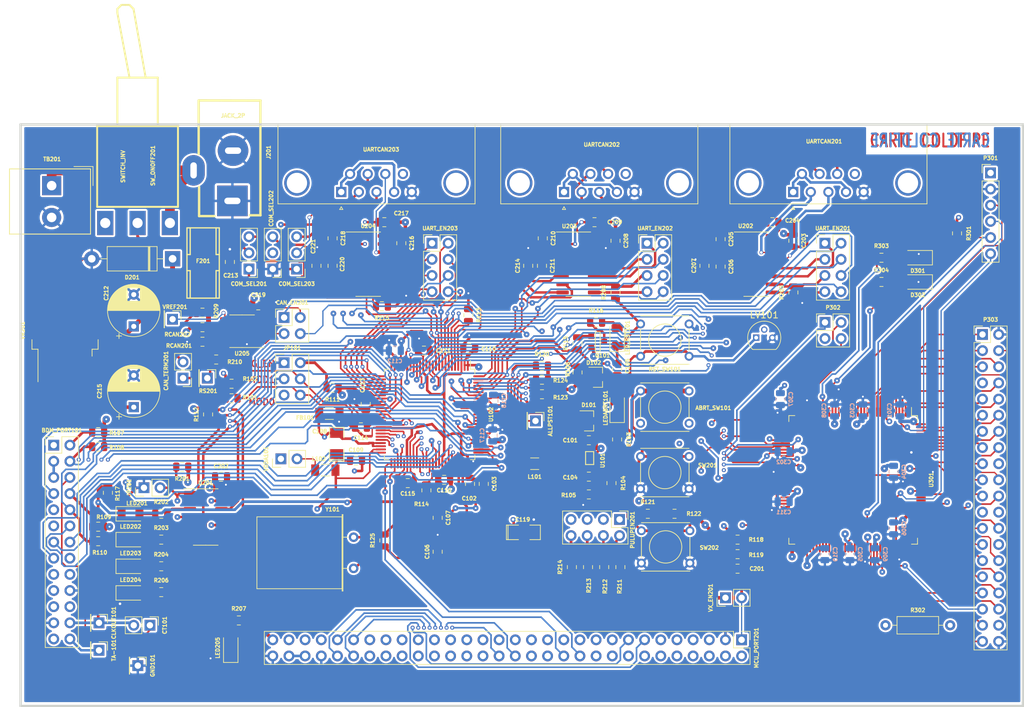
<source format=kicad_pcb>
(kicad_pcb (version 20210108) (generator pcbnew)
  (title_block (title "Demo Kicad") (date "2015-10-09") (rev "2"))
  (layers (0 "F.Cu" signal "Top_layer") (1 "In1.Cu" power "GND_layer") (2 "In2.Cu" power "VDD_layer") (31 "B.Cu" signal "Bottom_layer") (34 "B.Paste" user) (35 "F.Paste" user) (36 "B.SilkS" user "B.Silkscreen") (37 "F.SilkS" user "F.Silkscreen") (38 "B.Mask" user) (39 "F.Mask" user) (44 "Edge.Cuts" user))
  (net 0 "")
  (net 1 "/ALLPST")
  (net 2 "/AN2")
  (net 3 "/AN3")
  (net 4 "/AN4")
  (net 5 "/AN6")
  (net 6 "/BKPT-")
  (net 7 "/CLKIN/EXTAL")
  (net 8 "/CLKMOD0")
  (net 9 "/CLKMOD1")
  (net 10 "/DDAT0")
  (net 11 "/DDAT1")
  (net 12 "/DDAT2")
  (net 13 "/DDAT3")
  (net 14 "/DSCLK")
  (net 15 "/DSI")
  (net 16 "/DSO")
  (net 17 "/DTIN1")
  (net 18 "/GPT1")
  (net 19 "/GPT3")
  (net 20 "/IRQ-5")
  (net 21 "/IRQ-6")
  (net 22 "/IRQ-7")
  (net 23 "/JTAG_EN")
  (net 24 "/PST0")
  (net 25 "/PST1")
  (net 26 "/PST2")
  (net 27 "/PST3")
  (net 28 "/QSPI_CS3")
  (net 29 "/TCLK")
  (net 30 "/VDDPLL")
  (net 31 "/inout_user/CAN_H")
  (net 32 "/inout_user/CAN_L")
  (net 33 "/inout_user/CTS0")
  (net 34 "/inout_user/CTS1")
  (net 35 "/inout_user/CTS2/CANH")
  (net 36 "/inout_user/RTS0")
  (net 37 "/inout_user/RTS1")
  (net 38 "/inout_user/RTS2")
  (net 39 "/inout_user/RXD0")
  (net 40 "/inout_user/RXD1")
  (net 41 "/inout_user/RXD2")
  (net 42 "/inout_user/RxD_CAN")
  (net 43 "/inout_user/TXD0")
  (net 44 "/inout_user/TXD1")
  (net 45 "/inout_user/TXD2/CANL")
  (net 46 "/inout_user/TxD_CAN")
  (net 47 "/xilinx/+3,3V_OUT")
  (net 48 "/xilinx/LED_TEST1")
  (net 49 "/xilinx/LED_TEST2")
  (net 50 "/xilinx/TCK")
  (net 51 "/xilinx/TDI")
  (net 52 "/xilinx/TDO")
  (net 53 "/xilinx/TMS")
  (net 54 "/xilinx/XIL_D0")
  (net 55 "/xilinx/XIL_D1")
  (net 56 "/xilinx/XIL_D10")
  (net 57 "/xilinx/XIL_D11")
  (net 58 "/xilinx/XIL_D12")
  (net 59 "/xilinx/XIL_D13")
  (net 60 "/xilinx/XIL_D14")
  (net 61 "/xilinx/XIL_D15")
  (net 62 "/xilinx/XIL_D16")
  (net 63 "/xilinx/XIL_D17")
  (net 64 "/xilinx/XIL_D18")
  (net 65 "/xilinx/XIL_D19")
  (net 66 "/xilinx/XIL_D2")
  (net 67 "/xilinx/XIL_D20")
  (net 68 "/xilinx/XIL_D21")
  (net 69 "/xilinx/XIL_D22")
  (net 70 "/xilinx/XIL_D23")
  (net 71 "/xilinx/XIL_D24")
  (net 72 "/xilinx/XIL_D25")
  (net 73 "/xilinx/XIL_D26")
  (net 74 "/xilinx/XIL_D27")
  (net 75 "/xilinx/XIL_D28")
  (net 76 "/xilinx/XIL_D29")
  (net 77 "/xilinx/XIL_D3")
  (net 78 "/xilinx/XIL_D30")
  (net 79 "/xilinx/XIL_D31")
  (net 80 "/xilinx/XIL_D32")
  (net 81 "/xilinx/XIL_D33")
  (net 82 "/xilinx/XIL_D34")
  (net 83 "/xilinx/XIL_D35")
  (net 84 "/xilinx/XIL_D36")
  (net 85 "/xilinx/XIL_D4")
  (net 86 "/xilinx/XIL_D5")
  (net 87 "/xilinx/XIL_D6")
  (net 88 "/xilinx/XIL_D7")
  (net 89 "/xilinx/XIL_D8")
  (net 90 "/xilinx/XIL_D9")
  (net 91 "GND")
  (net 92 "GNDA")
  (net 93 "/AN0")
  (net 94 "/AN1")
  (net 95 "/QSPI_CS0")
  (net 96 "/AN5")
  (net 97 "/AN7")
  (net 98 "/IRQ-4")
  (net 99 "/DTIN0")
  (net 100 "/DTIN2")
  (net 101 "/DTIN3")
  (net 102 "/GPT0")
  (net 103 "/GPT2")
  (net 104 "+3.3V")
  (net 105 "/VCCA")
  (net 106 "/IRQ-1")
  (net 107 "/IRQ-2")
  (net 108 "/IRQ-3")
  (net 109 "/XTAL")
  (net 110 "/RCON-")
  (net 111 "/RSTO-")
  (net 112 "/RSTI-")
  (net 113 "/QSPI_CS1")
  (net 114 "/URTS1")
  (net 115 "/UCTS1")
  (net 116 "/QSPI_CLK")
  (net 117 "/DSPI_DOUT")
  (net 118 "/QSPI_DIN")
  (net 119 "/QSPI_CS2")
  (net 120 "/URXD1")
  (net 121 "/UTXD1")
  (net 122 "/PWM7")
  (net 123 "/PWM5")
  (net 124 "/PWM1")
  (net 125 "/PWM3")
  (net 126 "/URTS2")
  (net 127 "/UTXD2")
  (net 128 "/URXD2")
  (net 129 "/UCTS2")
  (net 130 "/CANRX")
  (net 131 "/CANTX")
  (net 132 "/URTS0")
  (net 133 "/UTXD0")
  (net 134 "/URXD0")
  (net 135 "/UCTS0")
  (net 136 "Net-(ABRT_SW101-Pad1)")
  (net 137 "Net-(BDM_PORT101-Pad26)")
  (net 138 "Net-(BDM_PORT101-Pad6)")
  (net 139 "Net-(C104-Pad1)")
  (net 140 "Net-(C105-Pad1)")
  (net 141 "Net-(C201-Pad2)")
  (net 142 "Net-(C204-Pad2)")
  (net 143 "Net-(C205-Pad2)")
  (net 144 "Net-(C205-Pad1)")
  (net 145 "Net-(C206-Pad2)")
  (net 146 "Net-(C206-Pad1)")
  (net 147 "Net-(C207-Pad1)")
  (net 148 "Net-(C209-Pad2)")
  (net 149 "Net-(C210-Pad2)")
  (net 150 "Net-(C210-Pad1)")
  (net 151 "Net-(C211-Pad2)")
  (net 152 "Net-(C211-Pad1)")
  (net 153 "Net-(C212-Pad1)")
  (net 154 "Net-(C214-Pad1)")
  (net 155 "Net-(C217-Pad2)")
  (net 156 "Net-(C218-Pad2)")
  (net 157 "Net-(C218-Pad1)")
  (net 158 "Net-(C220-Pad2)")
  (net 159 "Net-(C220-Pad1)")
  (net 160 "Net-(C221-Pad1)")
  (net 161 "Net-(CAN_TERM201-Pad2)")
  (net 162 "Net-(COM_SEL201-Pad3)")
  (net 163 "Net-(COM_SEL202-Pad3)")
  (net 164 "Net-(COM_SEL203-Pad3)")
  (net 165 "Net-(D101-Pad1)")
  (net 166 "Net-(D301-Pad2)")
  (net 167 "Net-(D302-Pad2)")
  (net 168 "Net-(F201-Pad1)")
  (net 169 "Net-(J201-Pad3)")
  (net 170 "Net-(L102-Pad1)")
  (net 171 "Net-(LED201-Pad2)")
  (net 172 "Net-(LED202-Pad2)")
  (net 173 "Net-(LED203-Pad2)")
  (net 174 "Net-(LED204-Pad2)")
  (net 175 "Net-(LED205-Pad2)")
  (net 176 "Net-(LEDABRT101-Pad1)")
  (net 177 "Net-(P302-Pad4)")
  (net 178 "Net-(P302-Pad2)")
  (net 179 "Net-(PULUPEN201-Pad8)")
  (net 180 "Net-(PULUPEN201-Pad6)")
  (net 181 "Net-(PULUPEN201-Pad4)")
  (net 182 "Net-(PULUPEN201-Pad2)")
  (net 183 "Net-(Q101-Pad3)")
  (net 184 "Net-(Q101-Pad2)")
  (net 185 "Net-(R113-Pad1)")
  (net 186 "Net-(R114-Pad1)")
  (net 187 "Net-(R202-Pad2)")
  (net 188 "Net-(R203-Pad2)")
  (net 189 "Net-(R204-Pad2)")
  (net 190 "Net-(R205-Pad2)")
  (net 191 "Net-(R206-Pad2)")
  (net 192 "Net-(R208-Pad2)")
  (net 193 "Net-(R210-Pad1)")
  (net 194 "Net-(R215-Pad2)")
  (net 195 "Net-(U202-Pad12)")
  (net 196 "Net-(U202-Pad11)")
  (net 197 "Net-(U202-Pad9)")
  (net 198 "Net-(U203-Pad12)")
  (net 199 "Net-(U203-Pad11)")
  (net 200 "Net-(U203-Pad9)")
  (net 201 "Net-(U204-Pad12)")
  (net 202 "Net-(U204-Pad10)")
  (net 203 "Net-(U204-Pad9)")
  (net 204 "Net-(U205-Pad5)")
  (net 205 "Net-(UARTCAN201-Pad1)")
  (net 206 "Net-(UARTCAN202-Pad1)")
  (net 207 "Net-(UARTCAN203-Pad1)")
  (net 208 "Net-(JP201-Pad2)")
  (net 209 "Net-(LED_RST101-Pad2)")
  (footprint "kit-dev-coldfire:SW_PUSH_SMALL" (layer "F.Cu") (at 172.339 100.33)
    (fp_text reference "ABRT_SW101")
    (fp_text value "SW_PUSH")
  )
  (footprint "Connector_PinHeader_2.54mm:PinHeader_1x01_P2.54mm_Vertical" (layer "F.Cu") (at 152.019 102.489 -90)
    (fp_text reference "ALLPST101")
    (fp_text value "CONN_1")
  )
  (footprint "Connector_PinHeader_2.54mm:PinHeader_2x13_P2.54mm_Vertical" (layer "F.Cu") (at 76.327 106.299)
    (fp_text reference "BDM_PORT101")
    (fp_text value "CONN_13X2")
  )
  (footprint "Capacitor_SMD:C_0805_2012Metric" (layer "F.Cu") (at 136.652 117.729 -90)
    (fp_text reference "C107")
    (fp_text value "10pF")
  )
  (footprint "Capacitor_SMD:C_0805_2012Metric" (layer "F.Cu") (at 136.652 123.063 90)
    (fp_text reference "C106")
    (fp_text value "10pF")
  )
  (footprint "Capacitor_SMD:C_0805_2012Metric" (layer "F.Cu") (at 164.846 94.361 90)
    (fp_text reference "C105")
    (fp_text value "1nF")
  )
  (footprint "Capacitor_SMD:C_0805_2012Metric" (layer "F.Cu") (at 141.605 91.059 180)
    (fp_text reference "C110")
    (fp_text value "100nF")
  )
  (footprint "Capacitor_SMD:C_0805_2012Metric" (layer "F.Cu") (at 134.493 91.44 180)
    (fp_text reference "C111")
    (fp_text value "100nF")
  )
  (footprint "Capacitor_SMD:C_0805_2012Metric" (layer "F.Cu") (at 125.349 99.822 -90)
    (fp_text reference "C113")
    (fp_text value "100nF")
  )
  (footprint "Capacitor_SMD:C_0805_2012Metric" (layer "F.Cu") (at 124.587 103.505 180)
    (fp_text reference "C114")
    (fp_text value "100nF")
  )
  (footprint "Capacitor_SMD:C_0805_2012Metric" (layer "F.Cu") (at 131.953 112.268 180)
    (fp_text reference "C115")
    (fp_text value "100nF")
  )
  (footprint "Capacitor_SMD:C_0805_2012Metric" (layer "F.Cu") (at 137.668 111.76 180)
    (fp_text reference "C116")
    (fp_text value "100nF")
  )
  (footprint "Capacitor_SMD:C_0805_2012Metric" (layer "F.Cu") (at 160.401 105.537)
    (fp_text reference "C101")
    (fp_text value "100nF")
  )
  (footprint "Capacitor_SMD:C_0805_2012Metric" (layer "F.Cu") (at 160.401 111.252 180)
    (fp_text reference "C104")
    (fp_text value "100nF")
  )
  (footprint "kit-dev-coldfire:SM1206POL" (layer "F.Cu") (at 120.777 106.045 90)
    (fp_text reference "C108")
    (fp_text value "10uF" hide)
  )
  (footprint "kit-dev-coldfire:SM1206POL" (layer "F.Cu") (at 150.241 120.015)
    (fp_text reference "C119")
    (fp_text value "100uF" hide)
  )
  (footprint "Capacitor_SMD:C_0805_2012Metric" (layer "F.Cu") (at 123.825 108.712)
    (fp_text reference "C109")
    (fp_text value "100nF")
  )
  (footprint "Capacitor_SMD:C_0805_2012Metric" (layer "F.Cu") (at 141.732 112.395 -90)
    (fp_text reference "C102")
    (fp_text value "1nF")
  )
  (footprint "Capacitor_SMD:C_0805_2012Metric" (layer "F.Cu") (at 143.891 112.395 -90)
    (fp_text reference "C103")
    (fp_text value "100nF")
  )
  (footprint "Capacitor_SMD:C_0805_2012Metric" (layer "F.Cu") (at 192.532 74.168 -90)
    (fp_text reference "C203")
    (fp_text value "100nF")
  )
  (footprint "Capacitor_SMD:C_0805_2012Metric" (layer "F.Cu") (at 189.23 71.247 180)
    (fp_text reference "C204")
    (fp_text value "100nF")
  )
  (footprint "Capacitor_SMD:C_0805_2012Metric" (layer "F.Cu") (at 181.102 73.914 -90)
    (fp_text reference "C205")
    (fp_text value "100nF")
  )
  (footprint "Capacitor_SMD:C_0805_2012Metric" (layer "F.Cu") (at 181.102 78.232 -90)
    (fp_text reference "C206")
    (fp_text value "100nF")
  )
  (footprint "Capacitor_SMD:C_0805_2012Metric" (layer "F.Cu") (at 102.616 111.252)
    (fp_text reference "C202")
    (fp_text value "100nF")
  )
  (footprint "Capacitor_SMD:C_0805_2012Metric" (layer "F.Cu") (at 178.562 78.105 90)
    (fp_text reference "C207")
    (fp_text value "100nF")
  )
  (footprint "Capacitor_SMD:C_0805_2012Metric" (layer "F.Cu") (at 164.592 74.168 -90)
    (fp_text reference "C208")
    (fp_text value "100nF")
  )
  (footprint "Capacitor_SMD:C_0805_2012Metric" (layer "F.Cu") (at 161.29 71.247 180)
    (fp_text reference "C209")
    (fp_text value "100nF")
  )
  (footprint "Capacitor_SMD:C_0805_2012Metric" (layer "F.Cu") (at 153.162 73.787 -90)
    (fp_text reference "C210")
    (fp_text value "100nF")
  )
  (footprint "Capacitor_SMD:C_0805_2012Metric" (layer "F.Cu") (at 153.035 78.105 -90)
    (fp_text reference "C211")
    (fp_text value "100nF")
  )
  (footprint "Capacitor_SMD:C_0805_2012Metric" (layer "F.Cu") (at 150.876 78.105 90)
    (fp_text reference "C214")
    (fp_text value "100nF")
  )
  (footprint "Capacitor_SMD:C_0805_2012Metric" (layer "F.Cu") (at 108.458 84.328)
    (fp_text reference "C219")
    (fp_text value "100nF")
  )
  (footprint "Capacitor_SMD:C_0805_2012Metric" (layer "F.Cu") (at 128.27 71.247 180)
    (fp_text reference "C217")
    (fp_text value "100nF")
  )
  (footprint "Capacitor_SMD:C_0805_2012Metric" (layer "F.Cu") (at 120.142 78.105 -90)
    (fp_text reference "C220")
    (fp_text value "100nF")
  )
  (footprint "Capacitor_THT:CP_Radial_D8.0mm_P5.00mm" (layer "F.Cu") (at 88.9 87.63 90)
    (fp_text reference "C212")
    (fp_text value "10uF")
  )
  (footprint "Capacitor_THT:CP_Radial_D8.0mm_P5.00mm" (layer "F.Cu") (at 88.9 100.33 90)
    (fp_text reference "C215")
    (fp_text value "220uF")
  )
  (footprint "Capacitor_SMD:C_0805_2012Metric" (layer "F.Cu") (at 104 77.5 90)
    (fp_text reference "C213")
    (fp_text value "100nF")
  )
  (footprint "Capacitor_SMD:C_0805_2012Metric" (layer "F.Cu") (at 183.769 125.73)
    (fp_text reference "C201")
    (fp_text value "100nF")
  )
  (footprint "Capacitor_SMD:C_0805_2012Metric" (layer "F.Cu") (at 120.142 73.787 -90)
    (fp_text reference "C218")
    (fp_text value "100nF")
  )
  (footprint "Capacitor_SMD:C_0805_2012Metric" (layer "F.Cu") (at 117.602 78.105 90)
    (fp_text reference "C221")
    (fp_text value "100nF")
  )
  (footprint "Capacitor_SMD:C_0805_2012Metric" (layer "F.Cu") (at 130.937 74.549 -90)
    (fp_text reference "C216")
    (fp_text value "100nF")
  )
  (footprint "Connector_PinHeader_2.54mm:PinHeader_1x02_P2.54mm_Vertical" (layer "F.Cu") (at 96.647 95.758 180)
    (fp_text reference "CAN_TERM201")
    (fp_text value "JUMPER")
  )
  (footprint "Connector_PinHeader_2.54mm:PinHeader_1x01_P2.54mm_Vertical" (layer "F.Cu") (at 83.439 134.239 -90)
    (fp_text reference "CLKOUT101")
    (fp_text value "CONN_1")
  )
  (footprint "Connector_PinHeader_2.54mm:PinHeader_1x03_P2.54mm_Vertical" (layer "F.Cu") (at 114.5 78.613 180)
    (fp_text reference "COM_SEL203")
    (fp_text value "CONN_3")
  )
  (footprint "Connector_PinHeader_2.54mm:PinHeader_1x03_P2.54mm_Vertical" (layer "F.Cu") (at 110.744 78.613 180)
    (fp_text reference "COM_SEL202")
    (fp_text value "CONN_3")
  )
  (footprint "Connector_PinHeader_2.54mm:PinHeader_1x02_P2.54mm_Vertical" (layer "F.Cu") (at 91.44 134.62 -90)
    (fp_text reference "CT101")
    (fp_text value "JUMPER")
  )
  (footprint "Diode_SMD:D_SOT-23_ANK" (layer "F.Cu") (at 160.401 102.489)
    (fp_text reference "D101")
    (fp_text value "BAT54")
  )
  (footprint "Diode_SMD:D_SOT-23_ANK" (layer "F.Cu") (at 161.798 95.631)
    (fp_text reference "D102")
    (fp_text value "BAT54")
  )
  (footprint "Diode_THT:D_DO-15_P12.70mm_Horizontal" (layer "F.Cu") (at 95 77 180)
    (fp_text reference "D201")
    (fp_text value "1N4004")
  )
  (footprint "LED_SMD:LED_1206_3216Metric" (layer "F.Cu") (at 212.09 76.835 180)
    (fp_text reference "D301")
    (fp_text value "LED")
  )
  (footprint "LED_SMD:LED_1206_3216Metric" (layer "F.Cu") (at 212.09 80.645 180)
    (fp_text reference "D302")
    (fp_text value "LED")
  )
  (footprint "kit-dev-coldfire:FSUPCMS" (layer "F.Cu") (at 99.8 77.6 -90)
    (fp_text reference "F201")
    (fp_text value "FUSE")
  )
  (footprint "Resistor_SMD:R_1206_3216Metric_Pad1.24x1.80mm_HandSolder" (layer "F.Cu") (at 119.634 101.346 180)
    (fp_text reference "FB101")
    (fp_text value "BEAD")
  )
  (footprint "Connector_PinHeader_2.54mm:PinHeader_1x01_P2.54mm_Vertical" (layer "F.Cu") (at 89.535 140.97 -90)
    (fp_text reference "GND101")
    (fp_text value "CONN_1")
  )
  (footprint "kit-dev-coldfire:JACK_ALIM" (layer "F.Cu") (at 104.5 60 -90)
    (fp_text reference "J201")
    (fp_text value "JACK_2P")
  )
  (footprint "Resistor_SMD:R_1206_3216Metric_Pad1.24x1.80mm_HandSolder" (layer "F.Cu") (at 118.999 110.236)
    (fp_text reference "L102")
    (fp_text value "10uH")
  )
  (footprint "Resistor_SMD:R_1206_3216Metric_Pad1.24x1.80mm_HandSolder" (layer "F.Cu") (at 151.892 109.22 180)
    (fp_text reference "L101")
    (fp_text value "10uH")
  )
  (footprint "LED_SMD:LED_1206_3216Metric" (layer "F.Cu") (at 88.392 117.094)
    (fp_text reference "LED201")
    (fp_text value "LED")
  )
  (footprint "LED_SMD:LED_1206_3216Metric" (layer "F.Cu") (at 88.392 121.158)
    (fp_text reference "LED202")
    (fp_text value "LED")
  )
  (footprint "LED_SMD:LED_1206_3216Metric" (layer "F.Cu") (at 88.392 125.349)
    (fp_text reference "LED203")
    (fp_text value "LED")
  )
  (footprint "LED_SMD:LED_1206_3216Metric" (layer "F.Cu") (at 88.392 129.54)
    (fp_text reference "LED204")
    (fp_text value "LED")
  )
  (footprint "LED_SMD:LED_1206_3216Metric" (layer "F.Cu") (at 104.14 138.176 90)
    (fp_text reference "LED205")
    (fp_text value "LED")
  )
  (footprint "LED_SMD:LED_1206_3216Metric" (layer "F.Cu") (at 164.846 100.457 90)
    (fp_text reference "LEDABRT101")
    (fp_text value "LED_RED")
  )
  (footprint "Package_TO_SOT_THT:TO-92_Molded_Narrow" (layer "F.Cu") (at 186.69 89.408)
    (fp_text reference "LV101")
    (fp_text value "DS1818")
  )
  (footprint "Connector_PinHeader_2.54mm:PinHeader_2x30_P2.54mm_Vertical" (layer "F.Cu") (at 184.404 136.906 -90)
    (fp_text reference "MCU_PORT201")
    (fp_text value "CONN_30X2")
  )
  (footprint "Connector_PinHeader_2.54mm:PinHeader_1x06_P2.54mm_Vertical" (layer "F.Cu") (at 223.52 63.5)
    (fp_text reference "P301")
    (fp_text value "CONN_6")
  )
  (footprint "Connector_PinHeader_2.54mm:PinHeader_2x20_P2.54mm_Vertical" (layer "F.Cu") (at 222.25 88.9)
    (fp_text reference "P303")
    (fp_text value "CONN_20X2")
  )
  (footprint "Connector_PinHeader_2.54mm:PinHeader_2x04_P2.54mm_Vertical" (layer "F.Cu") (at 165.227 117.983 -90)
    (fp_text reference "PULUPEN201")
    (fp_text value "CONN_4X2")
  )
  (footprint "kit-dev-coldfire:SOT23EBC" (layer "F.Cu") (at 161.798 90.043 90)
    (fp_text reference "Q101")
    (fp_text value "3906" hide)
  )
  (footprint "Resistor_SMD:R_0805_2012Metric" (layer "F.Cu") (at 128.27 121.285 90)
    (fp_text reference "R125")
    (fp_text value "1M")
  )
  (footprint "Resistor_SMD:R_0805_2012Metric" (layer "F.Cu") (at 104.267 96.647)
    (fp_text reference "R102")
    (fp_text value "4,7K")
  )
  (footprint "Resistor_SMD:R_0805_2012Metric" (layer "F.Cu") (at 183.769 121.158 180)
    (fp_text reference "R118")
    (fp_text value "10K")
  )
  (footprint "Resistor_SMD:R_0805_2012Metric" (layer "F.Cu") (at 183.769 123.444 180)
    (fp_text reference "R119")
    (fp_text value "10K")
  )
  (footprint "Resistor_SMD:R_0805_2012Metric" (layer "F.Cu") (at 153.035 93.853)
    (fp_text reference "R120")
    (fp_text value "10K")
  )
  (footprint "Resistor_SMD:R_0805_2012Metric" (layer "F.Cu") (at 163.957 112.268 -90)
    (fp_text reference "R104")
    (fp_text value "1K")
  )
  (footprint "Resistor_SMD:R_0805_2012Metric" (layer "F.Cu") (at 169.672 117.094)
    (fp_text reference "R121")
    (fp_text value "10K")
  )
  (footprint "Resistor_SMD:R_0805_2012Metric" (layer "F.Cu") (at 141.478 85.852 90)
    (fp_text reference "R113")
    (fp_text value "0")
  )
  (footprint "Resistor_SMD:R_0805_2012Metric" (layer "F.Cu") (at 173.863 117.094 180)
    (fp_text reference "R122")
    (fp_text value "10K")
  )
  (footprint "Resistor_SMD:R_0805_2012Metric" (layer "F.Cu") (at 153.035 98.298)
    (fp_text reference "R123")
    (fp_text value "10K")
  )
  (footprint "Resistor_SMD:R_0805_2012Metric" (layer "F.Cu") (at 160.401 114.046 180)
    (fp_text reference "R105")
    (fp_text value "20K")
  )
  (footprint "Resistor_SMD:R_0805_2012Metric" (layer "F.Cu") (at 153.035 96.012)
    (fp_text reference "R124")
    (fp_text value "10K")
  )
  (footprint "Resistor_SMD:R_0805_2012Metric" (layer "F.Cu") (at 164.846 105.41 -90)
    (fp_text reference "R103")
    (fp_text value "270")
  )
  (footprint "Resistor_SMD:R_0805_2012Metric" (layer "F.Cu") (at 158.623 94.869 90)
    (fp_text reference "R106")
    (fp_text value "4,7K")
  )
  (footprint "Resistor_SMD:R_0805_2012Metric" (layer "F.Cu") (at 120.142 97.282 180)
    (fp_text reference "R111")
    (fp_text value "4,7K")
  )
  (footprint "Resistor_SMD:R_0805_2012Metric" (layer "F.Cu") (at 83.312 104.267 180)
    (fp_text reference "R107")
    (fp_text value "4,7K")
  )
  (footprint "Resistor_SMD:R_0805_2012Metric" (layer "F.Cu") (at 83.312 106.553 180)
    (fp_text reference "R108")
    (fp_text value "4,7K")
  )
  (footprint "Resistor_SMD:R_0805_2012Metric" (layer "F.Cu") (at 83.312 119.126 180)
    (fp_text reference "R109")
    (fp_text value "4,7K")
  )
  (footprint "Resistor_SMD:R_0805_2012Metric" (layer "F.Cu") (at 83.312 121.412 180)
    (fp_text reference "R110")
    (fp_text value "4,7K")
  )
  (footprint "Resistor_SMD:R_0805_2012Metric" (layer "F.Cu") (at 158.623 90.297 90)
    (fp_text reference "R115")
    (fp_text value "4.7K")
  )
  (footprint "Resistor_SMD:R_0805_2012Metric" (layer "F.Cu") (at 161.544 86.995)
    (fp_text reference "R116")
    (fp_text value "270")
  )
  (footprint "Resistor_SMD:R_0805_2012Metric" (layer "F.Cu") (at 127.889 84.455 180)
    (fp_text reference "R215")
    (fp_text value "10K")
  )
  (footprint "Resistor_SMD:R_0805_2012Metric" (layer "F.Cu") (at 104.267 98.933)
    (fp_text reference "R101")
    (fp_text value "4,7K")
  )
  (footprint "Resistor_SMD:R_0805_2012Metric" (layer "F.Cu") (at 84.836 113.792 -90)
    (fp_text reference "R117")
    (fp_text value "10K")
  )
  (footprint "Resistor_SMD:R_0805_2012Metric" (layer "F.Cu") (at 93.218 117.094)
    (fp_text reference "R202")
    (fp_text value "270")
  )
  (footprint "Resistor_SMD:R_0805_2012Metric" (layer "F.Cu") (at 192.532 82.296 90)
    (fp_text reference "R205")
    (fp_text value "10K")
  )
  (footprint "Resistor_SMD:R_0805_2012Metric" (layer "F.Cu") (at 93.218 121.158)
    (fp_text reference "R203")
    (fp_text value "270")
  )
  (footprint "Resistor_SMD:R_0805_2012Metric" (layer "F.Cu") (at 93.218 125.349)
    (fp_text reference "R204")
    (fp_text value "270")
  )
  (footprint "Resistor_SMD:R_0805_2012Metric" (layer "F.Cu") (at 93.218 129.413)
    (fp_text reference "R206")
    (fp_text value "270")
  )
  (footprint "Resistor_SMD:R_0805_2012Metric" (layer "F.Cu") (at 96.52 109.728 180)
    (fp_text reference "R201")
    (fp_text value "10K")
  )
  (footprint "Resistor_SMD:R_0805_2012Metric" (layer "F.Cu") (at 164.592 82.296 90)
    (fp_text reference "R208")
    (fp_text value "10K")
  )
  (footprint "Resistor_SMD:R_0805_2012Metric" (layer "F.Cu") (at 101.854 92.837)
    (fp_text reference "R210")
    (fp_text value "1K")
  )
  (footprint "Resistor_SMD:R_0805_2012Metric" (layer "F.Cu") (at 99.695 85.471 180)
    (fp_text reference "R209")
    (fp_text value "62")
  )
  (footprint "Resistor_SMD:R_0805_2012Metric" (layer "F.Cu") (at 100.584 101.473 90)
    (fp_text reference "R112")
    (fp_text value "4,7K")
  )
  (footprint "Resistor_SMD:R_0805_2012Metric" (layer "F.Cu") (at 134.874 113.411 -90)
    (fp_text reference "R114")
    (fp_text value "22")
  )
  (footprint "Resistor_SMD:R_0805_2012Metric" (layer "F.Cu") (at 157.734 125.476 90)
    (fp_text reference "R214")
    (fp_text value "4,7K")
  )
  (footprint "Resistor_SMD:R_0805_2012Metric" (layer "F.Cu") (at 160.274 125.476 90)
    (fp_text reference "R213")
    (fp_text value "4,7K")
  )
  (footprint "Resistor_SMD:R_0805_2012Metric" (layer "F.Cu") (at 162.814 125.476 90)
    (fp_text reference "R212")
    (fp_text value "4,7K")
  )
  (footprint "Resistor_SMD:R_0805_2012Metric" (layer "F.Cu") (at 165.354 125.476 90)
    (fp_text reference "R211")
    (fp_text value "4,7K")
  )
  (footprint "Resistor_SMD:R_0805_2012Metric" (layer "F.Cu") (at 105.41 133.858)
    (fp_text reference "R207")
    (fp_text value "270")
  )
  (footprint "Resistor_SMD:R_0805_2012Metric" (layer "F.Cu") (at 218.25 73 -90)
    (fp_text reference "R301")
    (fp_text value "4K7")
  )
  (footprint "Resistor_SMD:R_0805_2012Metric" (layer "F.Cu") (at 206.375 76.835)
    (fp_text reference "R303")
    (fp_text value "1K")
  )
  (footprint "Resistor_SMD:R_0805_2012Metric" (layer "F.Cu") (at 206.375 80.645)
    (fp_text reference "R304")
    (fp_text value "1K")
  )
  (footprint "Resistor_THT:R_Axial_DIN0207_L6.3mm_D2.5mm_P10.16mm_Horizontal" (layer "F.Cu") (at 207.01 134.62)
    (fp_text reference "R302")
    (fp_text value "3,3")
  )
  (footprint "Resistor_SMD:R_0805_2012Metric" (layer "F.Cu") (at 99.695 87.757)
    (fp_text reference "RCAN202")
    (fp_text value "R")
  )
  (footprint "Resistor_SMD:R_0805_2012Metric" (layer "F.Cu") (at 99.695 90.043)
    (fp_text reference "RCAN201")
    (fp_text value "R")
  )
  (footprint "LED_SMD:LED_1206_3216Metric" (layer "F.Cu") (at 164.846 89.281 90)
    (fp_text reference "LED_RST101")
    (fp_text value "LED_RED")
  )
  (footprint "Connector_PinHeader_2.54mm:PinHeader_1x01_P2.54mm_Vertical" (layer "F.Cu") (at 100.457 95.758 -90)
    (fp_text reference "RS201")
    (fp_text value "CONN_1")
  )
  (footprint "kit-dev-coldfire:SW_PUSH_SMALL" (layer "F.Cu") (at 172.339 89.789 180)
    (fp_text reference "RST_SW101")
    (fp_text value "SW_PUSH")
  )
  (footprint "kit-dev-coldfire:SW_PUSH_SMALL" (layer "F.Cu") (at 172.339 110.617)
    (fp_text reference "SW201")
    (fp_text value "SW_PUSH")
  )
  (footprint "kit-dev-coldfire:SW_PUSH_SMALL" (layer "F.Cu") (at 172.466 122.301)
    (fp_text reference "SW202")
    (fp_text value "SW_PUSH")
  )
  (footprint "kit-dev-coldfire:SW_SPDT" (layer "F.Cu") (at 89.5 71.374 90)
    (fp_text reference "SW_ONOFF201")
    (fp_text value "SWITCH_INV")
  )
  (footprint "Connector_PinHeader_2.54mm:PinHeader_1x01_P2.54mm_Vertical" (layer "F.Cu") (at 83.439 138.557 -90)
    (fp_text reference "TA-101")
    (fp_text value "CONN_1")
  )
  (footprint "TerminalBlock_Altech:Altech_AK300_1x02_P5.00mm_45-Degree" (layer "F.Cu") (at 76 65.5 -90)
    (fp_text reference "TB201")
    (fp_text value "CONN_2")
  )
  (footprint "Package_QFP:LQFP-100_14x14mm_P0.5mm" (layer "F.Cu") (at 135.382 101.473 -90)
    (fp_text reference "U102")
    (fp_text value "MCF5213-LQFP100")
  )
  (footprint "kit-dev-coldfire:SOT353" (layer "F.Cu") (at 160.528 108.331)
    (fp_text reference "U101")
    (fp_text value "74AHC1G14" hide)
  )
  (footprint "Package_SO:SOIC-16_3.9x9.9mm_P1.27mm" (layer "F.Cu") (at 186.69 77.851)
    (fp_text reference "U202")
    (fp_text value "MAX202")
  )
  (footprint "Package_SO:SOIC-16_3.9x9.9mm_P1.27mm" (layer "F.Cu") (at 158.75 77.851)
    (fp_text reference "U203")
    (fp_text value "MAX202")
  )
  (footprint "Package_SO:SOIC-8_3.9x4.9mm_P1.27mm" (layer "F.Cu") (at 105.918 88.392 180)
    (fp_text reference "U205")
    (fp_text value "PCA82C251")
  )
  (footprint "Package_SO:SOIC-16_3.9x9.9mm_P1.27mm" (layer "F.Cu") (at 125.73 77.851)
    (fp_text reference "U204")
    (fp_text value "MAX202")
  )
  (footprint "Connector_PinHeader_2.54mm:PinHeader_2x04_P2.54mm_Vertical" (layer "F.Cu") (at 197.485 74.549)
    (fp_text reference "UART_EN201")
    (fp_text value "CONN_4X2")
  )
  (footprint "Connector_PinHeader_2.54mm:PinHeader_2x04_P2.54mm_Vertical" (layer "F.Cu") (at 169.545 74.549)
    (fp_text reference "UART_EN202")
    (fp_text value "CONN_4X2")
  )
  (footprint "Connector_PinHeader_2.54mm:PinHeader_2x04_P2.54mm_Vertical" (layer "F.Cu") (at 135.763 74.549)
    (fp_text reference "UART_EN203")
    (fp_text value "CONN_4X2")
  )
  (footprint "Connector_PinHeader_2.54mm:PinHeader_1x02_P2.54mm_Vertical" (layer "F.Cu") (at 112.014 108.458 90)
    (fp_text reference "VDDA101")
    (fp_text value "JUMPER")
  )
  (footprint "Package_TO_SOT_SMD:TO-263-5_TabPin3" (layer "F.Cu") (at 78.105 88.265 90)
    (fp_text reference "VR201")
    (fp_text value "LT1129_QPACK")
  )
  (footprint "Crystal:Crystal_HC18-U_Horizontal" (layer "F.Cu") (at 123.444 120.777 -90)
    (fp_text reference "Y101")
    (fp_text value "8MHz")
  )
  (footprint "Package_QFP:TQFP-144_20x20mm_P0.5mm" (layer "F.Cu") (at 201.93 111.76 -90)
    (fp_text reference "U301")
    (fp_text value "XCR3256-TQ144")
  )
  (footprint "Connector_PinHeader_2.54mm:PinHeader_2x02_P2.54mm_Vertical" (layer "F.Cu") (at 112.522 86.233)
    (fp_text reference "CAN_EN201")
    (fp_text value "CONN_2X2")
  )
  (footprint "Connector_PinHeader_2.54mm:PinHeader_1x02_P2.54mm_Vertical" (layer "F.Cu") (at 181.864 130.302 90)
    (fp_text reference "VX_EN201")
    (fp_text value "JUMPER")
  )
  (footprint "Package_SO:SOIC-14_3.9x8.7mm_P1.27mm" (layer "F.Cu") (at 100.203 117.602)
    (fp_text reference "U201")
    (fp_text value "74HC125")
  )
  (footprint "Connector_PinHeader_2.54mm:PinHeader_2x03_P2.54mm_Vertical" (layer "F.Cu") (at 112.522 93.345)
    (fp_text reference "JP101")
    (fp_text value "JUMPER_TRIPLE")
  )
  (footprint "Connector_PinHeader_2.54mm:PinHeader_2x02_P2.54mm_Vertical" (layer "F.Cu") (at 197.5 87)
    (fp_text reference "P302")
    (fp_text value "CONN_2X2")
  )
  (footprint "Connector_PinHeader_2.54mm:PinHeader_1x03_P2.54mm_Vertical" (layer "F.Cu") (at 107 78.613 180)
    (fp_text reference "COM_SEL201")
    (fp_text value "CONN_3")
  )
  (footprint "Connector_PinHeader_2.54mm:PinHeader_1x02_P2.54mm_Vertical" (layer "F.Cu") (at 90.5 113 90)
    (fp_text reference "JP201")
    (fp_text value "JUMPER")
  )
  (footprint "Connector_Dsub:DSUB-9_Female_Horizontal_P2.77x2.84mm_EdgePinOffset7.70mm_Housed_MountingHolesOffset9.12mm" (layer "F.Cu") (at 192.5 66.5 180)
    (fp_text reference "UARTCAN201")
    (fp_text value "DB9")
  )
  (footprint "Connector_Dsub:DSUB-9_Female_Horizontal_P2.77x2.84mm_EdgePinOffset7.70mm_Housed_MountingHolesOffset9.12mm" (layer "F.Cu") (at 156.5 66.5 180)
    (fp_text reference "UARTCAN202")
    (fp_text value "DB9")
  )
  (footprint "Connector_Dsub:DSUB-9_Female_Horizontal_P2.77x2.84mm_EdgePinOffset7.70mm_Housed_MountingHolesOffset9.12mm" (layer "F.Cu") (at 121.5 66.5 180)
    (fp_text reference "UARTCAN203")
    (fp_text value "DB9")
  )
  (footprint "Connector_PinHeader_2.54mm:PinHeader_1x01_P2.54mm_Vertical" (layer "F.Cu") (at 95 86.5 -90)
    (fp_text reference "VREF201")
    (fp_text value "CONN_1")
  )
  (footprint "Capacitor_SMD:C_0805_2012Metric" (layer "B.Cu") (at 129.921 91.44 180)
    (fp_text reference "C112")
    (fp_text value "100nF")
  )
  (footprint "Capacitor_SMD:C_0805_2012Metric" (layer "B.Cu") (at 145.288 104.775 90)
    (fp_text reference "C117")
    (fp_text value "100nF")
  )
  (footprint "Capacitor_SMD:C_0805_2012Metric" (layer "B.Cu") (at 145.415 99.314 -90)
    (fp_text reference "C118")
    (fp_text value "100nF")
  )
  (footprint "Capacitor_SMD:C_0805_2012Metric" (layer "B.Cu") (at 209.296 100.838 90)
    (fp_text reference "C301")
    (fp_text value "100nF")
  )
  (footprint "Capacitor_SMD:C_0805_2012Metric" (layer "B.Cu") (at 191.008 107.315 180)
    (fp_text reference "C302")
    (fp_text value "100nF")
  )
  (footprint "Capacitor_SMD:C_0805_2012Metric" (layer "B.Cu") (at 203.454 100.838 90)
    (fp_text reference "C303")
    (fp_text value "100nF")
  )
  (footprint "Capacitor_SMD:C_0805_2012Metric" (layer "B.Cu") (at 208.28 110.49 -90)
    (fp_text reference "C304")
    (fp_text value "100nF")
  )
  (footprint "Capacitor_SMD:C_0805_2012Metric" (layer "B.Cu") (at 201.422 123.444 -90)
    (fp_text reference "C305")
    (fp_text value "100nF")
  )
  (footprint "Capacitor_SMD:C_0805_2012Metric" (layer "B.Cu") (at 208.28 119.38 -90)
    (fp_text reference "C306")
    (fp_text value "100nF")
  )
  (footprint "Capacitor_SMD:C_0805_2012Metric" (layer "B.Cu") (at 190.5 99.06 -90)
    (fp_text reference "C307")
    (fp_text value "100nF")
  )
  (footprint "Capacitor_SMD:C_0805_2012Metric" (layer "B.Cu") (at 199.009 100.838 90)
    (fp_text reference "C308")
    (fp_text value "100nF")
  )
  (footprint "Capacitor_SMD:C_0805_2012Metric" (layer "B.Cu") (at 205.359 123.444 -90)
    (fp_text reference "C309")
    (fp_text value "100nF")
  )
  (footprint "Capacitor_SMD:C_0805_2012Metric" (layer "B.Cu") (at 197.485 123.444 -90)
    (fp_text reference "C310")
    (fp_text value "100nF")
  )
  (footprint "Capacitor_SMD:C_0805_2012Metric" (layer "B.Cu") (at 191.008 115.189 180)
    (fp_text reference "C311")
    (fp_text value "100nF")
  )
  (gr_line (start 71.12 147.32) (end 228.6 147.32) (angle 90) (layer "Edge.Cuts") (width 0.381))
  (gr_line (start 71.12 55.88) (end 71.12 147.32) (angle 90) (layer "Edge.Cuts") (width 0.381))
  (gr_line (start 228.6 55.88) (end 228.6 147.32) (angle 90) (layer "Edge.Cuts") (width 0.381))
  (gr_line (start 228.6 55.88) (end 71.12 55.88) (angle 90) (layer "Edge.Cuts") (width 0.381))
  (gr_text "JTAG_EN\n" (at 108 93.5) (layer "F.Cu") (effects (font (size 1 1) (thickness 0.2))))
  (gr_text "CARTE COLDFIRE" (at 213.995 58.42) (layer "F.Cu") (effects (font (size 2.032 1.524) (thickness 0.3048))))
  (gr_text "MOD1" (at 109 96) (layer "F.Cu") (effects (font (size 1 1) (thickness 0.2))))
  (gr_text "MOD0" (at 109 99.5) (layer "F.Cu") (effects (font (size 1 1) (thickness 0.2))))
  (gr_text "CARTE COLDFIRE" (at 213.995 58.42) (layer "B.Cu") (effects (font (size 2.032 1.524) (thickness 0.3048)) (justify mirror)))
  (segment (start 152.019 102.489) (end 143.129 102.4636) (width 0.254) (layer "F.Cu") (net 1))
  (segment (start 128.8034 104.9782) (end 127.635 104.9782) (width 0.254) (layer "F.Cu") (net 2))
  (segment (start 129.54 105.41) (end 129.032 105.156) (width 0.254) (layer "F.Cu") (net 2))
  (segment (start 129.032 105.156) (end 128.8034 104.9782) (width 0.254) (layer "F.Cu") (net 2))
  (via (at 129.54 105.41) (size 0.635) (layers "F.Cu" "B.Cu") (net 2))
  (segment (start 129.54 106.299) (end 129.032 106.299) (width 0.254) (layer "F.Cu") (net 3))
  (segment (start 129.032 105.791) (end 128.7272 105.4862) (width 0.254) (layer "F.Cu") (net 3))
  (segment (start 129.032 106.299) (end 129.032 105.791) (width 0.254) (layer "F.Cu") (net 3))
  (segment (start 128.7272 105.4862) (end 127.635 105.4862) (width 0.254) (layer "F.Cu") (net 3))
  (via (at 129.54 106.299) (size 0.635) (layers "F.Cu" "B.Cu") (net 3))
  (segment (start 130.8862 107.6198) (end 130.8862 109.22) (width 0.254) (layer "F.Cu") (net 4))
  (segment (start 131.064 107.442) (end 131.064 106.426) (width 0.254) (layer "F.Cu") (net 4))
  (segment (start 130.8862 107.6198) (end 131.064 107.442) (width 0.254) (layer "F.Cu") (net 4))
  (via (at 131.064 106.426) (size 0.635) (layers "F.Cu" "B.Cu") (net 4))
  (segment (start 129.8956 110.3884) (end 129.8956 109.22) (width 0.254) (layer "F.Cu") (net 5))
  (segment (start 129.159 111.125) (end 129.8956 110.3884) (width 0.254) (layer "F.Cu") (net 5))
  (segment (start 129.159 112.014) (end 129.159 111.125) (width 0.254) (layer "F.Cu") (net 5))
  (via (at 129.159 112.014) (size 0.889) (layers "F.Cu" "B.Cu") (net 5))
  (segment (start 159.004 139.446) (end 159.004 139.319) (width 0.254) (layer "B.Cu") (net 5))
  (segment (start 157.734 138.049) (end 157.734 136.017) (width 0.254) (layer "B.Cu") (net 5))
  (segment (start 138.43 132.461) (end 129.159 123.19) (width 0.254) (layer "B.Cu") (net 5))
  (segment (start 159.004 139.319) (end 157.734 138.049) (width 0.254) (layer "B.Cu") (net 5))
  (segment (start 154.178 132.461) (end 138.43 132.461) (width 0.254) (layer "B.Cu") (net 5))
  (segment (start 129.159 123.19) (end 129.159 112.014) (width 0.254) (layer "B.Cu") (net 5))
  (segment (start 157.734 136.017) (end 154.178 132.461) (width 0.254) (layer "B.Cu") (net 5))
  (segment (start 144.5514 107.4674) (end 143.129 107.4674) (width 0.254) (layer "F.Cu") (net 6))
  (segment (start 145.288 108.204) (end 144.5514 107.4674) (width 0.254) (layer "F.Cu") (net 6))
  (segment (start 146.431 109.855) (end 145.288 108.712) (width 0.254) (layer "F.Cu") (net 6))
  (segment (start 146.685 109.855) (end 146.431 109.855) (width 0.254) (layer "F.Cu") (net 6))
  (segment (start 145.288 108.712) (end 145.288 108.204) (width 0.254) (layer "F.Cu") (net 6))
  (segment (start 78.867 106.299) (end 80.391 104.775) (width 0.381) (layer "F.Cu") (net 6))
  (segment (start 82.3595 104.267) (end 80.899 104.267) (width 0.4318) (layer "F.Cu") (net 6))
  (segment (start 80.899 104.267) (end 80.391 104.775) (width 0.4318) (layer "F.Cu") (net 6))
  (via (at 146.685 109.855) (size 0.889) (layers "F.Cu" "B.Cu") (net 6))
  (via (at 87.63 112.141) (size 0.889) (layers "F.Cu" "B.Cu") (net 6))
  (segment (start 87.63 113.13) (end 89.181 114.681) (width 0.254) (layer "B.Cu") (net 6))
  (segment (start 107.696 111.379) (end 110.49 114.173) (width 0.254) (layer "B.Cu") (net 6))
  (segment (start 119.253 112.649) (end 125.476 112.649) (width 0.254) (layer "B.Cu") (net 6))
  (segment (start 141.732 111.76) (end 143.637 109.855) (width 0.254) (layer "B.Cu") (net 6))
  (segment (start 125.476 112.649) (end 127.508 110.617) (width 0.254) (layer "B.Cu") (net 6))
  (segment (start 97.917 113.665) (end 100.203 111.379) (width 0.254) (layer "B.Cu") (net 6))
  (segment (start 95.377 113.665) (end 97.917 113.665) (width 0.254) (layer "B.Cu") (net 6))
  (segment (start 110.49 114.173) (end 117.729 114.173) (width 0.254) (layer "B.Cu") (net 6))
  (segment (start 127.508 110.617) (end 132.461 110.617) (width 0.254) (layer "B.Cu") (net 6))
  (segment (start 100.203 111.379) (end 107.696 111.379) (width 0.254) (layer "B.Cu") (net 6))
  (segment (start 133.604 111.76) (end 141.732 111.76) (width 0.254) (layer "B.Cu") (net 6))
  (segment (start 89.181 114.681) (end 94.361 114.681) (width 0.254) (layer "B.Cu") (net 6))
  (segment (start 117.729 114.173) (end 119.253 112.649) (width 0.254) (layer "B.Cu") (net 6))
  (segment (start 143.637 109.855) (end 146.685 109.855) (width 0.254) (layer "B.Cu") (net 6))
  (segment (start 87.63 112.141) (end 87.63 113.13) (width 0.254) (layer "B.Cu") (net 6))
  (segment (start 94.361 114.681) (end 95.377 113.665) (width 0.254) (layer "B.Cu") (net 6))
  (segment (start 132.461 110.617) (end 133.604 111.76) (width 0.254) (layer "B.Cu") (net 6))
  (segment (start 140.3858 111.0488) (end 140.589 111.379) (width 0.254) (layer "F.Cu") (net 7))
  (segment (start 140.589 114.046) (end 140.589 111.379) (width 0.381) (layer "F.Cu") (net 7))
  (segment (start 125.603 120.33) (end 128.27 120.33) (width 0.4) (layer "F.Cu") (net 7))
  (segment (start 141.097 114.554) (end 140.589 114.046) (width 0.381) (layer "F.Cu") (net 7))
  (segment (start 138.8745 116.7765) (end 139.446 116.205) (width 0.381) (layer "F.Cu") (net 7))
  (segment (start 140.3858 109.22) (end 140.3858 111.0488) (width 0.254) (layer "F.Cu") (net 7))
  (segment (start 142.621 115.316) (end 141.859 114.554) (width 0.381) (layer "F.Cu") (net 7))
  (segment (start 136.652 116.7765) (end 131.826 116.7765) (width 0.381) (layer "F.Cu") (net 7))
  (segment (start 142.621 116.205) (end 142.621 115.316) (width 0.381) (layer "F.Cu") (net 7))
  (segment (start 141.859 114.554) (end 141.097 114.554) (width 0.381) (layer "F.Cu") (net 7))
  (segment (start 123.444 120.777) (end 125.156 120.777) (width 0.4) (layer "F.Cu") (net 7))
  (segment (start 125.156 120.777) (end 125.603 120.33) (width 0.4) (layer "F.Cu") (net 7))
  (segment (start 136.652 116.7765) (end 138.8745 116.7765) (width 0.381) (layer "F.Cu") (net 7))
  (segment (start 131.826 116.7765) (end 128.27 120.3325) (width 0.381) (layer "F.Cu") (net 7))
  (via (at 139.446 116.205) (size 0.889) (layers "F.Cu" "B.Cu") (net 7))
  (via (at 142.621 116.205) (size 0.889) (layers "F.Cu" "B.Cu") (net 7))
  (segment (start 139.446 116.205) (end 142.621 116.205) (width 0.381) (layer "B.Cu") (net 7))
  (segment (start 113.792 97.155) (end 108.345 97.155) (width 0.254) (layer "F.Cu") (net 8))
  (segment (start 115.062 98.425) (end 113.792 97.155) (width 0.254) (layer "F.Cu") (net 8))
  (segment (start 123.19 101.981) (end 123.19 100.965) (width 0.254) (layer "F.Cu") (net 8))
  (segment (start 122.174 99.949) (end 118.11 99.949) (width 0.254) (layer "F.Cu") (net 8))
  (segment (start 118.11 99.949) (end 116.586 98.425) (width 0.254) (layer "F.Cu") (net 8))
  (segment (start 123.19 100.965) (end 122.174 99.949) (width 0.254) (layer "F.Cu") (net 8))
  (segment (start 108.345 97.155) (end 106.567 98.933) (width 0.254) (layer "F.Cu") (net 8))
  (segment (start 106.567 98.933) (end 105.2195 98.933) (width 0.254) (layer "F.Cu") (net 8))
  (segment (start 126.365 102.489) (end 126.111 102.235) (width 0.254) (layer "F.Cu") (net 8))
  (segment (start 127.635 102.489) (end 126.365 102.489) (width 0.254) (layer "F.Cu") (net 8))
  (segment (start 123.444 102.235) (end 123.19 101.981) (width 0.254) (layer "F.Cu") (net 8))
  (segment (start 126.111 102.235) (end 123.444 102.235) (width 0.254) (layer "F.Cu") (net 8))
  (segment (start 116.586 98.425) (end 115.062 98.425) (width 0.254) (layer "F.Cu") (net 8))
  (segment (start 118.618 99.441) (end 115.062 95.885) (width 0.254) (layer "F.Cu") (net 9))
  (segment (start 105.353 96.647) (end 105.2195 96.647) (width 0.254) (layer "F.Cu") (net 9))
  (segment (start 124.587 101.727) (end 122.809 99.949) (width 0.254) (layer "F.Cu") (net 9))
  (segment (start 107.385 94.615) (end 105.353 96.647) (width 0.254) (layer "F.Cu") (net 9))
  (segment (start 113.792 94.615) (end 107.385 94.615) (width 0.254) (layer "F.Cu") (net 9))
  (segment (start 126.238 101.727) (end 124.587 101.727) (width 0.254) (layer "F.Cu") (net 9))
  (segment (start 122.809 99.695) (end 122.555 99.441) (width 0.254) (layer "F.Cu") (net 9))
  (segment (start 126.492 101.981) (end 126.238 101.727) (width 0.254) (layer "F.Cu") (net 9))
  (segment (start 122.555 99.441) (end 118.618 99.441) (width 0.254) (layer "F.Cu") (net 9))
  (segment (start 122.809 99.949) (end 122.809 99.695) (width 0.254) (layer "F.Cu") (net 9))
  (segment (start 127.635 101.981) (end 126.492 101.981) (width 0.254) (layer "F.Cu") (net 9))
  (segment (start 115.062 95.885) (end 113.792 94.615) (width 0.254) (layer "F.Cu") (net 9))
  (segment (start 145.796 107.95) (end 146.558 107.95) (width 0.254) (layer "F.Cu") (net 10))
  (segment (start 144.78 106.9594) (end 144.907 107.061) (width 0.254) (layer "F.Cu") (net 10))
  (segment (start 144.907 107.061) (end 145.796 107.95) (width 0.254) (layer "F.Cu") (net 10))
  (segment (start 143.129 106.9594) (end 144.78 106.9594) (width 0.254) (layer "F.Cu") (net 10))
  (via (at 84.836 108.585) (size 0.635) (layers "F.Cu" "B.Cu") (net 10))
  (via (at 146.558 107.95) (size 0.889) (layers "F.Cu" "B.Cu") (net 10))
  (segment (start 115.824 106.045) (end 110.3503 106.045) (width 0.254) (layer "B.Cu") (net 10))
  (segment (start 140.97 107.823) (end 137.16 104.013) (width 0.254) (layer "B.Cu") (net 10))
  (segment (start 120.523 103.886) (end 119.888 103.251) (width 0.254) (layer "B.Cu") (net 10))
  (segment (start 116.205 103.886) (end 116.205 105.664) (width 0.254) (layer "B.Cu") (net 10))
  (segment (start 116.205 105.664) (end 115.824 106.045) (width 0.254) (layer "B.Cu") (net 10))
  (segment (start 144.526 107.823) (end 140.97 107.823) (width 0.254) (layer "B.Cu") (net 10))
  (segment (start 135.509 104.013) (end 134.493 102.997) (width 0.254) (layer "B.Cu") (net 10))
  (segment (start 137.16 104.013) (end 135.509 104.013) (width 0.254) (layer "B.Cu") (net 10))
  (segment (start 146.558 107.95) (end 144.653 107.95) (width 0.254) (layer "B.Cu") (net 10))
  (segment (start 108.6993 107.696) (end 85.725 107.696) (width 0.254) (layer "B.Cu") (net 10))
  (segment (start 119.888 103.251) (end 116.84 103.251) (width 0.254) (layer "B.Cu") (net 10))
  (segment (start 110.3503 106.045) (end 108.6993 107.696) (width 0.254) (layer "B.Cu") (net 10))
  (segment (start 85.725 107.696) (end 84.836 108.585) (width 0.254) (layer "B.Cu") (net 10))
  (segment (start 132.842 103.632) (end 122.936 103.632) (width 0.254) (layer "B.Cu") (net 10))
  (segment (start 122.936 103.632) (end 122.682 103.886) (width 0.254) (layer "B.Cu") (net 10))
  (segment (start 116.84 103.251) (end 116.205 103.886) (width 0.254) (layer "B.Cu") (net 10))
  (segment (start 133.477 102.997) (end 132.842 103.632) (width 0.254) (layer "B.Cu") (net 10))
  (segment (start 122.682 103.886) (end 120.523 103.886) (width 0.254) (layer "B.Cu") (net 10))
  (segment (start 144.653 107.95) (end 144.526 107.823) (width 0.254) (layer "B.Cu") (net 10))
  (segment (start 134.493 102.997) (end 133.477 102.997) (width 0.254) (layer "B.Cu") (net 10))
  (segment (start 145.415 106.68) (end 146.558 106.68) (width 0.254) (layer "F.Cu") (net 11))
  (segment (start 143.129 106.4768) (end 145.2118 106.4768) (width 0.254) (layer "F.Cu") (net 11))
  (segment (start 145.2118 106.4768) (end 145.415 106.68) (width 0.254) (layer "F.Cu") (net 11))
  (via (at 83.82 108.585) (size 0.635) (layers "F.Cu" "B.Cu") (net 11))
  (via (at 146.558 106.68) (size 0.889) (layers "F.Cu" "B.Cu") (net 11))
  (segment (start 118.237 100.838) (end 115.57 103.505) (width 0.254) (layer "B.Cu") (net 11))
  (segment (start 127.381 100.838) (end 118.237 100.838) (width 0.254) (layer "B.Cu") (net 11))
  (segment (start 141.097 107.188) (end 136.017 102.108) (width 0.254) (layer "B.Cu") (net 11))
  (segment (start 141.097 107.188) (end 145.034 107.188) (width 0.254) (layer "B.Cu") (net 11))
  (segment (start 111.6711 103.505) (end 107.9881 107.188) (width 0.254) (layer "B.Cu") (net 11))
  (segment (start 85.217 107.188) (end 83.82 108.585) (width 0.254) (layer "B.Cu") (net 11))
  (segment (start 115.57 103.505) (end 111.6711 103.505) (width 0.254) (layer "B.Cu") (net 11))
  (segment (start 128.651 102.108) (end 127.381 100.838) (width 0.254) (layer "B.Cu") (net 11))
  (segment (start 136.017 102.108) (end 128.651 102.108) (width 0.254) (layer "B.Cu") (net 11))
  (segment (start 146.558 106.68) (end 145.542 106.68) (width 0.254) (layer "B.Cu") (net 11))
  (segment (start 145.034 107.188) (end 145.542 106.68) (width 0.254) (layer "B.Cu") (net 11))
  (segment (start 107.9881 107.188) (end 85.217 107.188) (width 0.254) (layer "B.Cu") (net 11))
  (segment (start 141.351 103.98252) (end 143.129 103.9622) (width 0.254) (layer "F.Cu") (net 12))
  (segment (start 141.351 103.98252) (end 140.43152 103.98252) (width 0.254) (layer "F.Cu") (net 12))
  (segment (start 140.43152 103.98252) (end 139.827 103.378) (width 0.254) (layer "F.Cu") (net 12))
  (segment (start 139.827 103.378) (end 139.827 102.743) (width 0.254) (layer "F.Cu") (net 12))
  (via (at 139.827 102.743) (size 0.889) (layers "F.Cu" "B.Cu") (net 12))
  (via (at 81.788 108.585) (size 0.635) (layers "F.Cu" "B.Cu") (net 12))
  (segment (start 116.713 100.076) (end 111.571 100.076) (width 0.254) (layer "B.Cu") (net 12))
  (segment (start 105.983 105.664) (end 83.566 105.664) (width 0.254) (layer "B.Cu") (net 12))
  (segment (start 131.572 100.203) (end 136.779 100.203) (width 0.254) (layer "B.Cu") (net 12))
  (segment (start 126.111 96.647) (end 120.142 96.647) (width 0.254) (layer "B.Cu") (net 12))
  (segment (start 111.571 100.076) (end 105.983 105.664) (width 0.254) (layer "B.Cu") (net 12))
  (segment (start 131.572 100.203) (end 129.667 98.298) (width 0.254) (layer "B.Cu") (net 12))
  (segment (start 81.788 107.442) (end 81.788 108.585) (width 0.254) (layer "B.Cu") (net 12))
  (segment (start 120.142 96.647) (end 116.713 100.076) (width 0.254) (layer "B.Cu") (net 12))
  (segment (start 83.566 105.664) (end 81.788 107.442) (width 0.254) (layer "B.Cu") (net 12))
  (segment (start 127.762 98.298) (end 126.111 96.647) (width 0.254) (layer "B.Cu") (net 12))
  (segment (start 136.779 100.203) (end 139.065 102.489) (width 0.254) (layer "B.Cu") (net 12))
  (segment (start 139.065 102.489) (end 139.573 102.489) (width 0.254) (layer "B.Cu") (net 12))
  (segment (start 129.667 98.298) (end 127.762 98.298) (width 0.254) (layer "B.Cu") (net 12))
  (segment (start 139.573 102.489) (end 139.827 102.743) (width 0.254) (layer "B.Cu") (net 12))
  (segment (start 141.3002 103.4542) (end 143.129 103.4796) (width 0.254) (layer "F.Cu") (net 13))
  (segment (start 140.97 103.124) (end 141.3002 103.4542) (width 0.254) (layer "F.Cu") (net 13))
  (via (at 80.264 108.585) (size 0.635) (layers "F.Cu" "B.Cu") (net 13))
  (via (at 140.97 103.124) (size 0.889) (layers "F.Cu" "B.Cu") (net 13))
  (segment (start 80.264 106.68) (end 82.296 104.648) (width 0.254) (layer "B.Cu") (net 13))
  (segment (start 126.619 95.631) (end 128.27 97.282) (width 0.254) (layer "B.Cu") (net 13))
  (segment (start 82.296 104.648) (end 105.075 104.648) (width 0.254) (layer "B.Cu") (net 13))
  (segment (start 105.075 104.648) (end 110.998 98.725) (width 0.254) (layer "B.Cu") (net 13))
  (segment (start 110.998 97.663) (end 111.506 97.155) (width 0.254) (layer "B.Cu") (net 13))
  (segment (start 119.634 95.631) (end 126.619 95.631) (width 0.254) (layer "B.Cu") (net 13))
  (segment (start 118.11 97.155) (end 119.634 95.631) (width 0.254) (layer "B.Cu") (net 13))
  (segment (start 139.3825 100.9015) (end 137.541 99.06) (width 0.254) (layer "B.Cu") (net 13))
  (segment (start 142.367 101.854) (end 142.367 102.87) (width 0.254) (layer "B.Cu") (net 13))
  (segment (start 110.998 98.725) (end 110.998 97.663) (width 0.254) (layer "B.Cu") (net 13))
  (segment (start 142.113 103.124) (end 140.97 103.124) (width 0.254) (layer "B.Cu") (net 13))
  (segment (start 80.264 108.585) (end 80.264 106.68) (width 0.254) (layer "B.Cu") (net 13))
  (segment (start 128.27 97.282) (end 130.429 97.282) (width 0.254) (layer "B.Cu") (net 13))
  (segment (start 141.4145 100.9015) (end 142.367 101.854) (width 0.254) (layer "B.Cu") (net 13))
  (segment (start 142.367 102.87) (end 142.113 103.124) (width 0.254) (layer "B.Cu") (net 13))
  (segment (start 141.4145 100.9015) (end 139.3825 100.9015) (width 0.254) (layer "B.Cu") (net 13))
  (segment (start 130.429 97.282) (end 132.207 99.06) (width 0.254) (layer "B.Cu") (net 13))
  (segment (start 111.506 97.155) (end 118.11 97.155) (width 0.254) (layer "B.Cu") (net 13))
  (segment (start 132.207 99.06) (end 137.541 99.06) (width 0.254) (layer "B.Cu") (net 13))
  (segment (start 81.153 106.553) (end 80.645 107.061) (width 0.4318) (layer "F.Cu") (net 14))
  (segment (start 82.3595 106.553) (end 81.153 106.553) (width 0.4318) (layer "F.Cu") (net 14))
  (segment (start 78.867 108.839) (end 80.645 107.061) (width 0.381) (layer "F.Cu") (net 14))
  (segment (start 140.97 101.854) (end 142.0876 102.9716) (width 0.254) (layer "F.Cu") (net 14))
  (segment (start 142.0876 102.9716) (end 143.129 102.9716) (width 0.254) (layer "F.Cu") (net 14))
  (via (at 140.97 101.854) (size 0.889) (layers "F.Cu" "B.Cu") (net 14))
  (segment (start 128.016 97.79) (end 130.175 97.79) (width 0.254) (layer "B.Cu") (net 14))
  (segment (start 80.518 109.347) (end 81.026 108.839) (width 0.254) (layer "B.Cu") (net 14))
  (segment (start 81.026 108.839) (end 81.026 106.807) (width 0.254) (layer "B.Cu") (net 14))
  (segment (start 79.756 109.347) (end 80.518 109.347) (width 0.254) (layer "B.Cu") (net 14))
  (segment (start 140.9065 101.7905) (end 139.2555 101.7905) (width 0.254) (layer "B.Cu") (net 14))
  (segment (start 105.629 105.156) (end 111.217 99.568) (width 0.254) (layer "B.Cu") (net 14))
  (segment (start 119.888 96.139) (end 126.365 96.139) (width 0.254) (layer "B.Cu") (net 14))
  (segment (start 140.9065 101.7905) (end 140.97 101.854) (width 0.254) (layer "B.Cu") (net 14))
  (segment (start 111.217 99.568) (end 116.459 99.568) (width 0.254) (layer "B.Cu") (net 14))
  (segment (start 131.953 99.568) (end 137.033 99.568) (width 0.254) (layer "B.Cu") (net 14))
  (segment (start 82.677 105.156) (end 105.629 105.156) (width 0.254) (layer "B.Cu") (net 14))
  (segment (start 81.026 106.807) (end 82.677 105.156) (width 0.254) (layer "B.Cu") (net 14))
  (segment (start 126.365 96.139) (end 128.016 97.79) (width 0.254) (layer "B.Cu") (net 14))
  (segment (start 78.867 108.839) (end 79.756 109.347) (width 0.254) (layer "B.Cu") (net 14))
  (segment (start 116.459 99.568) (end 119.888 96.139) (width 0.254) (layer "B.Cu") (net 14))
  (segment (start 130.175 97.79) (end 131.953 99.568) (width 0.254) (layer "B.Cu") (net 14))
  (segment (start 139.2555 101.7905) (end 137.033 99.568) (width 0.254) (layer "B.Cu") (net 14))
  (segment (start 82.3595 117.4115) (end 78.867 113.919) (width 0.4318) (layer "F.Cu") (net 15))
  (segment (start 141.478 106.426) (end 141.9352 105.9688) (width 0.254) (layer "F.Cu") (net 15))
  (segment (start 82.3595 119.126) (end 82.3595 117.4115) (width 0.4318) (layer "F.Cu") (net 15))
  (segment (start 141.9352 105.9688) (end 143.129 105.9688) (width 0.254) (layer "F.Cu") (net 15))
  (via (at 141.478 106.426) (size 0.889) (layers "F.Cu" "B.Cu") (net 15))
  (segment (start 84.328 106.68) (end 107.2007 106.68) (width 0.254) (layer "B.Cu") (net 15))
  (segment (start 128.143 100.33) (end 129.159 101.346) (width 0.254) (layer "B.Cu") (net 15))
  (segment (start 107.2007 106.68) (end 112.7887 101.092) (width 0.254) (layer "B.Cu") (net 15))
  (segment (start 136.398 101.346) (end 141.478 106.426) (width 0.254) (layer "B.Cu") (net 15))
  (segment (start 112.7887 101.092) (end 117.221 101.092) (width 0.254) (layer "B.Cu") (net 15))
  (segment (start 117.221 101.092) (end 117.983 100.33) (width 0.254) (layer "B.Cu") (net 15))
  (segment (start 117.983 100.33) (end 128.143 100.33) (width 0.254) (layer "B.Cu") (net 15))
  (segment (start 83.058 107.95) (end 84.328 106.68) (width 0.254) (layer "B.Cu") (net 15))
  (segment (start 79.248 113.03) (end 83.058 109.22) (width 0.254) (layer "B.Cu") (net 15))
  (segment (start 129.159 101.346) (end 136.398 101.346) (width 0.254) (layer "B.Cu") (net 15))
  (segment (start 78.867 113.919) (end 79.248 113.03) (width 0.254) (layer "B.Cu") (net 15))
  (segment (start 83.058 109.22) (end 83.058 107.95) (width 0.254) (layer "B.Cu") (net 15))
  (segment (start 142.0114 105.4862) (end 143.129 105.4608) (width 0.254) (layer "F.Cu") (net 16))
  (segment (start 81.534 121.412) (end 80.391 120.269) (width 0.4318) (layer "F.Cu") (net 16))
  (segment (start 141.478 105.283) (end 142.0114 105.4862) (width 0.254) (layer "F.Cu") (net 16))
  (segment (start 82.3595 121.412) (end 81.534 121.412) (width 0.4318) (layer "F.Cu") (net 16))
  (segment (start 78.867 116.459) (end 80.391 117.983) (width 0.381) (layer "F.Cu") (net 16))
  (segment (start 80.391 117.983) (end 80.391 120.269) (width 0.381) (layer "F.Cu") (net 16))
  (via (at 141.478 105.283) (size 0.635) (layers "F.Cu" "B.Cu") (net 16))
  (segment (start 129.54 100.838) (end 136.652 100.838) (width 0.254) (layer "B.Cu") (net 16))
  (segment (start 136.652 100.838) (end 140.97 105.156) (width 0.254) (layer "B.Cu") (net 16))
  (segment (start 120.396 97.155) (end 116.967 100.584) (width 0.254) (layer "B.Cu") (net 16))
  (segment (start 112.1537 100.584) (end 106.5657 106.172) (width 0.254) (layer "B.Cu") (net 16))
  (segment (start 129.54 100.838) (end 125.857 97.155) (width 0.254) (layer "B.Cu") (net 16))
  (segment (start 141.478 105.283) (end 140.97 105.156) (width 0.254) (layer "B.Cu") (net 16))
  (segment (start 78.232 110.109) (end 77.597 110.744) (width 0.254) (layer "B.Cu") (net 16))
  (segment (start 82.55 107.696) (end 82.55 108.839) (width 0.254) (layer "B.Cu") (net 16))
  (segment (start 77.597 110.744) (end 77.597 115.189) (width 0.254) (layer "B.Cu") (net 16))
  (segment (start 82.55 108.839) (end 81.28 110.109) (width 0.254) (layer "B.Cu") (net 16))
  (segment (start 84.074 106.172) (end 82.55 107.696) (width 0.254) (layer "B.Cu") (net 16))
  (segment (start 106.5657 106.172) (end 84.074 106.172) (width 0.254) (layer "B.Cu") (net 16))
  (segment (start 116.967 100.584) (end 112.1537 100.584) (width 0.254) (layer "B.Cu") (net 16))
  (segment (start 125.857 97.155) (end 120.396 97.155) (width 0.254) (layer "B.Cu") (net 16))
  (segment (start 81.28 110.109) (end 78.232 110.109) (width 0.254) (layer "B.Cu") (net 16))
  (segment (start 77.597 115.189) (end 78.867 116.459) (width 0.254) (layer "B.Cu") (net 16))
  (segment (start 130.937 99.187) (end 130.937 95.25) (width 0.254) (layer "F.Cu") (net 17))
  (segment (start 99.822 117.729) (end 99.822 107.569) (width 0.381) (layer "F.Cu") (net 17))
  (segment (start 98.679 118.872) (end 99.822 117.729) (width 0.381) (layer "F.Cu") (net 17))
  (segment (start 129.159 100.965) (end 130.937 99.187) (width 0.254) (layer "F.Cu") (net 17))
  (segment (start 127.635 100.9904) (end 129.159 100.965) (width 0.254) (layer "F.Cu") (net 17))
  (segment (start 99.822 107.569) (end 104.013 103.378) (width 0.381) (layer "F.Cu") (net 17))
  (segment (start 97.409 118.872) (end 98.679 118.872) (width 0.381) (layer "F.Cu") (net 17))
  (via (at 104.013 103.378) (size 0.635) (layers "F.Cu" "B.Cu") (net 17))
  (via (at 130.937 95.25) (size 0.635) (layers "F.Cu" "B.Cu") (net 17))
  (segment (start 109.982 93.472) (end 109.982 97.917) (width 0.254) (layer "B.Cu") (net 17))
  (segment (start 104.521 103.378) (end 104.013 103.378) (width 0.254) (layer "B.Cu") (net 17))
  (segment (start 109.982 97.917) (end 104.521 103.378) (width 0.254) (layer "B.Cu") (net 17))
  (segment (start 130.683 96.012) (end 128.905 96.012) (width 0.254) (layer "B.Cu") (net 17))
  (segment (start 128.397 94.869) (end 125.73 92.202) (width 0.254) (layer "B.Cu") (net 17))
  (segment (start 130.937 95.758) (end 130.683 96.012) (width 0.254) (layer "B.Cu") (net 17))
  (segment (start 128.397 95.504) (end 128.397 94.869) (width 0.254) (layer "B.Cu") (net 17))
  (segment (start 125.73 92.202) (end 111.252 92.202) (width 0.254) (layer "B.Cu") (net 17))
  (segment (start 111.252 92.202) (end 109.982 93.472) (width 0.254) (layer "B.Cu") (net 17))
  (segment (start 128.905 96.012) (end 128.397 95.504) (width 0.254) (layer "B.Cu") (net 17))
  (segment (start 130.937 95.25) (end 130.937 95.758) (width 0.254) (layer "B.Cu") (net 17))
  (segment (start 134.112 106.045) (end 133.731 106.299) (width 0.254) (layer "F.Cu") (net 18))
  (segment (start 133.731 106.299) (end 133.3754 106.6546) (width 0.254) (layer "F.Cu") (net 18))
  (segment (start 133.3754 106.6546) (end 133.3754 109.22) (width 0.254) (layer "F.Cu") (net 18))
  (via (at 134.112 106.045) (size 0.635) (layers "F.Cu" "B.Cu") (net 18))
  (via (at 135.382 135.001) (size 0.635) (layers "F.Cu" "B.Cu") (net 18))
  (segment (start 123.444 139.446) (end 122.174 138.176) (width 0.254) (layer "B.Cu") (net 18))
  (segment (start 122.174 138.176) (end 122.174 136.398) (width 0.254) (layer "B.Cu") (net 18))
  (segment (start 135.382 134.366) (end 135.382 135.001) (width 0.254) (layer "B.Cu") (net 18))
  (segment (start 125.349 133.223) (end 134.239 133.223) (width 0.254) (layer "B.Cu") (net 18))
  (segment (start 122.174 136.398) (end 125.349 133.223) (width 0.254) (layer "B.Cu") (net 18))
  (segment (start 134.239 133.223) (end 135.382 134.366) (width 0.254) (layer "B.Cu") (net 18))
  (segment (start 135.001 106.934) (end 134.874 107.569) (width 0.254) (layer "F.Cu") (net 19))
  (segment (start 134.874 107.569) (end 134.8994 109.22) (width 0.254) (layer "F.Cu") (net 19))
  (via (at 137.16 135.001) (size 0.635) (layers "F.Cu" "B.Cu") (net 19))
  (via (at 135.001 106.934) (size 0.635) (layers "F.Cu" "B.Cu") (net 19))
  (segment (start 135.128 132.207) (end 137.16 134.239) (width 0.254) (layer "B.Cu") (net 19))
  (segment (start 119.634 138.176) (end 119.634 136.398) (width 0.254) (layer "B.Cu") (net 19))
  (segment (start 120.904 139.446) (end 119.634 138.176) (width 0.254) (layer "B.Cu") (net 19))
  (segment (start 123.825 132.207) (end 135.128 132.207) (width 0.254) (layer "B.Cu") (net 19))
  (segment (start 137.16 134.239) (end 137.16 135.001) (width 0.254) (layer "B.Cu") (net 19))
  (segment (start 119.634 136.398) (end 123.825 132.207) (width 0.254) (layer "B.Cu") (net 19))
  (segment (start 176.276 119.761) (end 168.656 119.761) (width 0.4318) (layer "F.Cu") (net 20))
  (segment (start 166.497 117.602) (end 168.656 119.761) (width 0.381) (layer "F.Cu") (net 20))
  (segment (start 166.497 108.331) (end 166.497 117.602) (width 0.381) (layer "F.Cu") (net 20))
  (segment (start 166.116 97.536) (end 166.497 97.917) (width 0.381) (layer "F.Cu") (net 20))
  (segment (start 150.495 100.457) (end 149.733 99.695) (width 0.254) (layer "F.Cu") (net 20))
  (segment (start 138.811 97.282) (end 141.5034 99.9744) (width 0.254) (layer "F.Cu") (net 20))
  (segment (start 141.5034 99.9744) (end 143.129 99.9744) (width 0.254) (layer "F.Cu") (net 20))
  (segment (start 150.495 100.457) (end 160.909 100.457) (width 0.381) (layer "F.Cu") (net 20))
  (segment (start 168.021 105.283) (end 168.021 106.807) (width 0.381) (layer "F.Cu") (net 20))
  (segment (start 149.733 98.425) (end 149.987 98.171) (width 0.254) (layer "F.Cu") (net 20))
  (segment (start 166.497 97.917) (end 166.497 103.759) (width 0.381) (layer "F.Cu") (net 20))
  (segment (start 168.021 106.807) (end 166.497 108.331) (width 0.381) (layer "F.Cu") (net 20))
  (segment (start 149.733 99.695) (end 149.733 98.425) (width 0.254) (layer "F.Cu") (net 20))
  (segment (start 163.83 97.536) (end 166.116 97.536) (width 0.381) (layer "F.Cu") (net 20))
  (segment (start 176.276 118.5545) (end 174.8155 117.094) (width 0.4318) (layer "F.Cu") (net 20))
  (segment (start 176.276 119.761) (end 176.276 118.5545) (width 0.4318) (layer "F.Cu") (net 20))
  (segment (start 160.909 100.457) (end 163.83 97.536) (width 0.381) (layer "F.Cu") (net 20))
  (segment (start 138.811 97.282) (end 138.811 96.266) (width 0.254) (layer "F.Cu") (net 20))
  (segment (start 149.987 98.171) (end 150.495 98.171) (width 0.254) (layer "F.Cu") (net 20))
  (segment (start 166.497 103.759) (end 168.021 105.283) (width 0.381) (layer "F.Cu") (net 20))
  (via (at 138.811 96.266) (size 0.889) (layers "F.Cu" "B.Cu") (net 20))
  (via (at 150.495 98.171) (size 0.635) (layers "F.Cu" "B.Cu") (net 20))
  (segment (start 138.811 96.266) (end 138.811 97.028) (width 0.254) (layer "B.Cu") (net 20))
  (segment (start 143.51 97.028) (end 148.59 97.028) (width 0.254) (layer "B.Cu") (net 20))
  (segment (start 139.7 97.917) (end 142.621 97.917) (width 0.254) (layer "B.Cu") (net 20))
  (segment (start 150.495 98.171) (end 149.733 98.171) (width 0.254) (layer "B.Cu") (net 20))
  (segment (start 149.733 98.171) (end 148.59 97.028) (width 0.254) (layer "B.Cu") (net 20))
  (segment (start 138.811 97.028) (end 139.7 97.917) (width 0.254) (layer "B.Cu") (net 20))
  (segment (start 142.621 97.917) (end 143.51 97.028) (width 0.254) (layer "B.Cu") (net 20))
  (segment (start 150.495 97.282) (end 151.0665 97.282) (width 0.254) (layer "F.Cu") (net 21))
  (segment (start 141.5288 98.4758) (end 143.129 98.4758) (width 0.254) (layer "F.Cu") (net 21))
  (segment (start 140.716 96.52) (end 140.716 97.663) (width 0.254) (layer "F.Cu") (net 21))
  (segment (start 151.0665 97.282) (end 152.0825 98.298) (width 0.254) (layer "F.Cu") (net 21))
  (segment (start 140.335 96.139) (end 140.716 96.52) (width 0.254) (layer "F.Cu") (net 21))
  (segment (start 140.716 97.663) (end 141.5288 98.4758) (width 0.254) (layer "F.Cu") (net 21))
  (via (at 140.335 96.139) (size 0.889) (layers "F.Cu" "B.Cu") (net 21))
  (via (at 150.495 97.282) (size 0.635) (layers "F.Cu" "B.Cu") (net 21))
  (segment (start 148.971 96.52) (end 143.129 96.52) (width 0.254) (layer "B.Cu") (net 21))
  (segment (start 140.843 97.282) (end 142.367 97.282) (width 0.254) (layer "B.Cu") (net 21))
  (segment (start 150.495 97.282) (end 149.733 97.282) (width 0.254) (layer "B.Cu") (net 21))
  (segment (start 142.367 97.282) (end 143.129 96.52) (width 0.254) (layer "B.Cu") (net 21))
  (segment (start 149.733 97.282) (end 148.971 96.52) (width 0.254) (layer "B.Cu") (net 21))
  (segment (start 140.335 96.139) (end 140.335 96.774) (width 0.254) (layer "B.Cu") (net 21))
  (segment (start 140.335 96.774) (end 140.843 97.282) (width 0.254) (layer "B.Cu") (net 21))
  (segment (start 141.605 96.266) (end 141.605 97.79) (width 0.254) (layer "F.Cu") (net 22))
  (segment (start 157.607 101.219) (end 157.9245 101.5365) (width 0.381) (layer "F.Cu") (net 22))
  (segment (start 152.0825 96.012) (end 150.876 96.012) (width 0.254) (layer "F.Cu") (net 22))
  (segment (start 157.9245 101.5365) (end 159.4485 101.5365) (width 0.381) (layer "F.Cu") (net 22))
  (segment (start 150.495 96.393) (end 149.86 96.647) (width 0.254) (layer "F.Cu") (net 22))
  (segment (start 141.7828 97.9678) (end 143.129 97.9678) (width 0.254) (layer "F.Cu") (net 22))
  (segment (start 149.225 97.282) (end 149.225 100.203) (width 0.254) (layer "F.Cu") (net 22))
  (segment (start 150.876 96.012) (end 150.495 96.393) (width 0.254) (layer "F.Cu") (net 22))
  (segment (start 149.225 100.203) (end 150.241 101.219) (width 0.254) (layer "F.Cu") (net 22))
  (segment (start 149.86 96.647) (end 149.225 97.282) (width 0.254) (layer "F.Cu") (net 22))
  (segment (start 141.605 97.79) (end 141.7828 97.9678) (width 0.254) (layer "F.Cu") (net 22))
  (segment (start 150.241 101.219) (end 157.607 101.219) (width 0.381) (layer "F.Cu") (net 22))
  (via (at 141.605 96.266) (size 0.889) (layers "F.Cu" "B.Cu") (net 22))
  (via (at 150.495 96.393) (size 0.635) (layers "F.Cu" "B.Cu") (net 22))
  (segment (start 141.986 95.885) (end 141.605 96.266) (width 0.254) (layer "B.Cu") (net 22))
  (segment (start 149.733 96.393) (end 150.495 96.393) (width 0.254) (layer "B.Cu") (net 22))
  (segment (start 141.986 95.885) (end 149.225 95.885) (width 0.254) (layer "B.Cu") (net 22))
  (segment (start 149.225 95.885) (end 149.733 96.393) (width 0.254) (layer "B.Cu") (net 22))
  (segment (start 125.476 92.964) (end 125.603 93.345) (width 0.254) (layer "F.Cu") (net 23))
  (segment (start 126.5174 95.2754) (end 127.635 95.4786) (width 0.254) (layer "F.Cu") (net 23))
  (segment (start 119.1895 95.1865) (end 117.348 93.345) (width 0.4318) (layer "F.Cu") (net 23))
  (segment (start 125.603 93.345) (end 125.603 94.361) (width 0.254) (layer "F.Cu") (net 23))
  (segment (start 119.1895 97.282) (end 119.1895 95.1865) (width 0.4318) (layer "F.Cu") (net 23))
  (segment (start 125.603 94.361) (end 126.5174 95.2754) (width 0.254) (layer "F.Cu") (net 23))
  (segment (start 117.348 93.345) (end 115.062 93.345) (width 0.4318) (layer "F.Cu") (net 23))
  (via (at 125.476 92.964) (size 0.635) (layers "F.Cu" "B.Cu") (net 23))
  (segment (start 116.078 92.964) (end 115.062 93.345) (width 0.254) (layer "B.Cu") (net 23))
  (segment (start 125.476 92.964) (end 116.078 92.964) (width 0.254) (layer "B.Cu") (net 23))
  (segment (start 136.37768 107.07768) (end 135.7 106.4) (width 0.254) (layer "F.Cu") (net 24))
  (segment (start 135.7 106.4) (end 135.7 105.6) (width 0.254) (layer "F.Cu") (net 24))
  (segment (start 136.37768 107.1) (end 136.37768 107.07768) (width 0.254) (layer "F.Cu") (net 24))
  (segment (start 136.398 109.22) (end 136.37768 107.81792) (width 0.254) (layer "F.Cu") (net 24))
  (segment (start 136.37768 107.81792) (end 136.37768 107.1) (width 0.254) (layer "F.Cu") (net 24))
  (via (at 135.7 105.6) (size 0.889) (layers "F.Cu" "B.Cu") (net 24))
  (segment (start 135.89 105.79) (end 135.7 105.6) (width 0.254) (layer "B.Cu") (net 24))
  (segment (start 111.506 111.125) (end 115.951 111.125) (width 0.254) (layer "B.Cu") (net 24))
  (segment (start 119.507 107.569) (end 127.127 107.569) (width 0.254) (layer "B.Cu") (net 24))
  (segment (start 127.635 108.077) (end 135.001 108.077) (width 0.254) (layer "B.Cu") (net 24))
  (segment (start 79.629 117.729) (end 80.01 117.348) (width 0.254) (layer "B.Cu") (net 24))
  (segment (start 76.327 124.079) (end 74.676 122.428) (width 0.254) (layer "B.Cu") (net 24))
  (segment (start 115.951 111.125) (end 119.507 107.569) (width 0.254) (layer "B.Cu") (net 24))
  (segment (start 135.89 107.188) (end 135.89 105.79) (width 0.254) (layer "B.Cu") (net 24))
  (segment (start 135.001 108.077) (end 135.89 107.188) (width 0.254) (layer "B.Cu") (net 24))
  (segment (start 83.185 110.744) (end 84.963 110.744) (width 0.254) (layer "B.Cu") (net 24))
  (segment (start 74.676 122.428) (end 74.676 118.491) (width 0.254) (layer "B.Cu") (net 24))
  (segment (start 86.941 108.766) (end 109.147 108.766) (width 0.254) (layer "B.Cu") (net 24))
  (segment (start 75.438 117.729) (end 79.629 117.729) (width 0.254) (layer "B.Cu") (net 24))
  (segment (start 74.676 118.491) (end 75.438 117.729) (width 0.254) (layer "B.Cu") (net 24))
  (segment (start 109.147 108.766) (end 111.506 111.125) (width 0.254) (layer "B.Cu") (net 24))
  (segment (start 80.01 117.348) (end 80.01 113.919) (width 0.254) (layer "B.Cu") (net 24))
  (segment (start 127.127 107.569) (end 127.635 108.077) (width 0.254) (layer "B.Cu") (net 24))
  (segment (start 84.963 110.744) (end 86.941 108.766) (width 0.254) (layer "B.Cu") (net 24))
  (segment (start 80.01 113.919) (end 83.185 110.744) (width 0.254) (layer "B.Cu") (net 24))
  (segment (start 136.8806 105.9434) (end 136.906 105.918) (width 0.254) (layer "F.Cu") (net 25))
  (segment (start 136.8806 109.22) (end 136.8806 105.9434) (width 0.254) (layer "F.Cu") (net 25))
  (via (at 136.906 105.918) (size 0.635) (layers "F.Cu" "B.Cu") (net 25))
  (segment (start 135.382 108.585) (end 136.906 107.061) (width 0.254) (layer "B.Cu") (net 25))
  (segment (start 86.995 109.474) (end 108.712 109.474) (width 0.254) (layer "B.Cu") (net 25))
  (segment (start 116.151 111.887) (end 119.961 108.077) (width 0.254) (layer "B.Cu") (net 25))
  (segment (start 80.518 114.173) (end 83.439 111.252) (width 0.254) (layer "B.Cu") (net 25))
  (segment (start 83.439 111.252) (end 85.217 111.252) (width 0.254) (layer "B.Cu") (net 25))
  (segment (start 136.906 107.061) (end 136.906 105.918) (width 0.254) (layer "B.Cu") (net 25))
  (segment (start 108.712 109.474) (end 111.125 111.887) (width 0.254) (layer "B.Cu") (net 25))
  (segment (start 78.867 121.539) (end 80.518 119.888) (width 0.254) (layer "B.Cu") (net 25))
  (segment (start 111.125 111.887) (end 116.151 111.887) (width 0.254) (layer "B.Cu") (net 25))
  (segment (start 85.217 111.252) (end 86.995 109.474) (width 0.254) (layer "B.Cu") (net 25))
  (segment (start 119.961 108.077) (end 126.873 108.077) (width 0.254) (layer "B.Cu") (net 25))
  (segment (start 80.518 119.888) (end 80.518 114.173) (width 0.254) (layer "B.Cu") (net 25))
  (segment (start 126.873 108.077) (end 127.381 108.585) (width 0.254) (layer "B.Cu") (net 25))
  (segment (start 127.381 108.585) (end 135.382 108.585) (width 0.254) (layer "B.Cu") (net 25))
  (segment (start 138.3792 106.8208) (end 138.7 106.5) (width 0.254) (layer "F.Cu") (net 26))
  (segment (start 138.3792 109.22) (end 138.3792 106.8208) (width 0.254) (layer "F.Cu") (net 26))
  (via (at 138.7 106.5) (size 0.635) (layers "F.Cu" "B.Cu") (net 26))
  (segment (start 136.017 109.093) (end 127.127 109.093) (width 0.254) (layer "B.Cu") (net 26))
  (segment (start 87.122 110.109) (end 108.331 110.109) (width 0.254) (layer "B.Cu") (net 26))
  (segment (start 126.619 108.585) (end 120.415 108.585) (width 0.254) (layer "B.Cu") (net 26))
  (segment (start 81.026 114.427) (end 81.026 121.285) (width 0.254) (layer "B.Cu") (net 26))
  (segment (start 85.471 111.76) (end 83.693 111.76) (width 0.254) (layer "B.Cu") (net 26))
  (segment (start 138.7 106.5) (end 136.017 109.093) (width 0.254) (layer "B.Cu") (net 26))
  (segment (start 77.597 122.809) (end 76.327 121.539) (width 0.254) (layer "B.Cu") (net 26))
  (segment (start 108.331 110.109) (end 110.871 112.649) (width 0.254) (layer "B.Cu") (net 26))
  (segment (start 116.351 112.649) (end 110.871 112.649) (width 0.254) (layer "B.Cu") (net 26))
  (segment (start 79.502 122.809) (end 77.597 122.809) (width 0.254) (layer "B.Cu") (net 26))
  (segment (start 81.026 121.285) (end 79.502 122.809) (width 0.254) (layer "B.Cu") (net 26))
  (segment (start 120.415 108.585) (end 116.351 112.649) (width 0.254) (layer "B.Cu") (net 26))
  (segment (start 127.127 109.093) (end 126.619 108.585) (width 0.254) (layer "B.Cu") (net 26))
  (segment (start 87.122 110.109) (end 85.471 111.76) (width 0.254) (layer "B.Cu") (net 26))
  (segment (start 83.693 111.76) (end 81.026 114.427) (width 0.254) (layer "B.Cu") (net 26))
  (segment (start 138.8872 109.22) (end 138.8872 107.8992) (width 0.254) (layer "F.Cu") (net 27))
  (segment (start 138.8872 107.8992) (end 139.065 107.442) (width 0.254) (layer "F.Cu") (net 27))
  (via (at 139.065 107.442) (size 0.635) (layers "F.Cu" "B.Cu") (net 27))
  (segment (start 77.597 124.968) (end 77.978 125.349) (width 0.254) (layer "B.Cu") (net 27))
  (segment (start 76.835 122.809) (end 77.597 123.571) (width 0.254) (layer "B.Cu") (net 27))
  (segment (start 116.778 113.284) (end 120.969 109.093) (width 0.254) (layer "B.Cu") (net 27))
  (segment (start 77.597 123.571) (end 77.597 124.968) (width 0.254) (layer "B.Cu") (net 27))
  (segment (start 75.819 120.269) (end 75.184 120.904) (width 0.254) (layer "B.Cu") (net 27))
  (segment (start 81.534 123.444) (end 81.534 114.681) (width 0.254) (layer "B.Cu") (net 27))
  (segment (start 85.598 112.395) (end 87.249 110.744) (width 0.254) (layer "B.Cu") (net 27))
  (segment (start 75.819 122.809) (end 76.835 122.809) (width 0.254) (layer "B.Cu") (net 27))
  (segment (start 75.184 122.174) (end 75.819 122.809) (width 0.254) (layer "B.Cu") (net 27))
  (segment (start 136.779 109.728) (end 139.065 107.442) (width 0.254) (layer "B.Cu") (net 27))
  (segment (start 126.365 109.093) (end 127 109.728) (width 0.254) (layer "B.Cu") (net 27))
  (segment (start 77.597 120.269) (end 75.819 120.269) (width 0.254) (layer "B.Cu") (net 27))
  (segment (start 87.249 110.744) (end 107.95 110.744) (width 0.254) (layer "B.Cu") (net 27))
  (segment (start 75.184 120.904) (end 75.184 122.174) (width 0.254) (layer "B.Cu") (net 27))
  (segment (start 107.95 110.744) (end 110.49 113.284) (width 0.254) (layer "B.Cu") (net 27))
  (segment (start 79.629 125.349) (end 81.534 123.444) (width 0.254) (layer "B.Cu") (net 27))
  (segment (start 78.867 118.999) (end 77.597 120.269) (width 0.254) (layer "B.Cu") (net 27))
  (segment (start 110.49 113.284) (end 116.778 113.284) (width 0.254) (layer "B.Cu") (net 27))
  (segment (start 83.82 112.395) (end 85.598 112.395) (width 0.254) (layer "B.Cu") (net 27))
  (segment (start 77.978 125.349) (end 79.629 125.349) (width 0.254) (layer "B.Cu") (net 27))
  (segment (start 127 109.728) (end 136.779 109.728) (width 0.254) (layer "B.Cu") (net 27))
  (segment (start 120.969 109.093) (end 126.365 109.093) (width 0.254) (layer "B.Cu") (net 27))
  (segment (start 81.534 114.681) (end 83.82 112.395) (width 0.254) (layer "B.Cu") (net 27))
  (segment (start 136.779 95.7) (end 136.7 95.7) (width 0.254) (layer "F.Cu") (net 28))
  (segment (start 135.880068 94.42206) (end 135.8646 93.726) (width 0.254) (layer "F.Cu") (net 28))
  (segment (start 136.398 97.282) (end 136.779 96.901) (width 0.254) (layer "F.Cu") (net 28))
  (segment (start 136.271 97.282) (end 136.398 97.282) (width 0.254) (layer "F.Cu") (net 28))
  (segment (start 136.779 96.901) (end 136.779 95.7) (width 0.254) (layer "F.Cu") (net 28))
  (segment (start 135.880068 94.880068) (end 135.880068 94.42206) (width 0.254) (layer "F.Cu") (net 28))
  (segment (start 136.7 95.7) (end 135.880068 94.880068) (width 0.254) (layer "F.Cu") (net 28))
  (via (at 136.271 97.282) (size 0.889) (layers "F.Cu" "B.Cu") (net 28))
  (via (at 153.035 92.71) (size 0.635) (layers "F.Cu" "B.Cu") (net 28))
  (segment (start 136.779 97.282) (end 137.0711 96.9899) (width 0.254) (layer "B.Cu") (net 28))
  (segment (start 136.271 97.282) (end 136.779 97.282) (width 0.254) (layer "B.Cu") (net 28))
  (segment (start 137.0711 95.66656) (end 139.573 92.964) (width 0.254) (layer "B.Cu") (net 28))
  (segment (start 139.573 92.964) (end 152.654 92.964) (width 0.254) (layer "B.Cu") (net 28))
  (segment (start 152.654 92.964) (end 153.035 92.71) (width 0.254) (layer "B.Cu") (net 28))
  (segment (start 137.0711 95.66656) (end 137.0711 96.9899) (width 0.254) (layer "B.Cu") (net 28))
  (segment (start 83.312 115.316) (end 83.312 113.411) (width 0.4318) (layer "F.Cu") (net 29))
  (segment (start 122.428 115.316) (end 122.555 115.189) (width 0.4318) (layer "F.Cu") (net 29))
  (segment (start 134.0485 115.189) (end 134.874 114.3635) (width 0.4318) (layer "F.Cu") (net 29))
  (segment (start 83.312 113.411) (end 83.8835 112.8395) (width 0.4318) (layer "F.Cu") (net 29))
  (segment (start 83.312 134.112) (end 83.439 134.239) (width 0.4318) (layer "F.Cu") (net 29))
  (segment (start 122.555 115.189) (end 134.0485 115.189) (width 0.4318) (layer "F.Cu") (net 29))
  (segment (start 83.8835 112.8395) (end 84.836 112.8395) (width 0.4318) (layer "F.Cu") (net 29))
  (segment (start 83.312 115.316) (end 83.312 134.112) (width 0.4318) (layer "F.Cu") (net 29))
  (via (at 83.312 115.316) (size 0.889) (layers "F.Cu" "B.Cu") (net 29))
  (via (at 122.428 115.316) (size 0.889) (layers "F.Cu" "B.Cu") (net 29))
  (segment (start 106.045 115.189) (end 122.301 115.189) (width 0.4318) (layer "B.Cu") (net 29))
  (segment (start 85.09 116.967) (end 93.345 116.967) (width 0.4318) (layer "B.Cu") (net 29))
  (segment (start 104.775 116.459) (end 106.045 115.189) (width 0.4318) (layer "B.Cu") (net 29))
  (segment (start 88.519 134.239) (end 88.9 134.62) (width 0.4318) (layer "B.Cu") (net 29))
  (segment (start 83.439 134.239) (end 78.867 134.239) (width 0.4318) (layer "B.Cu") (net 29))
  (segment (start 93.345 116.967) (end 93.853 116.459) (width 0.4318) (layer "B.Cu") (net 29))
  (segment (start 83.312 115.316) (end 83.439 115.316) (width 0.4318) (layer "B.Cu") (net 29))
  (segment (start 83.439 134.239) (end 88.519 134.239) (width 0.4318) (layer "B.Cu") (net 29))
  (segment (start 83.439 115.316) (end 85.09 116.967) (width 0.4318) (layer "B.Cu") (net 29))
  (segment (start 122.301 115.189) (end 122.428 115.316) (width 0.4318) (layer "B.Cu") (net 29))
  (segment (start 93.853 116.459) (end 104.775 116.459) (width 0.4318) (layer "B.Cu") (net 29))
  (segment (start 140.8938 109.22) (end 140.8938 110.7948) (width 0.254) (layer "F.Cu") (net 30))
  (segment (start 141.986 111.6965) (end 141.732 111.4425) (width 0.381) (layer "F.Cu") (net 30))
  (segment (start 150.241 109.22) (end 150.241 111.9505) (width 0.254) (layer "F.Cu") (net 30))
  (segment (start 140.8938 110.7948) (end 141.732 111.4425) (width 0.254) (layer "F.Cu") (net 30))
  (segment (start 150.241 111.9505) (end 150.114 112.0775) (width 0.254) (layer "F.Cu") (net 30))
  (segment (start 143.891 111.4425) (end 149.733 111.6965) (width 0.381) (layer "F.Cu") (net 30))
  (segment (start 143.891 111.4425) (end 141.986 111.6965) (width 0.381) (layer "F.Cu") (net 30))
  (segment (start 149.733 111.6965) (end 150.114 112.0775) (width 0.381) (layer "F.Cu") (net 30))
  (segment (start 101.219 89.408) (end 102.108 89.408) (width 0.381) (layer "F.Cu") (net 31))
  (segment (start 105.618 88.184) (end 105.618 82.596) (width 0.381) (layer "F.Cu") (net 31))
  (segment (start 102.108 89.408) (end 102.489 89.027) (width 0.381) (layer "F.Cu") (net 31))
  (segment (start 102.489 89.027) (end 104.775 89.027) (width 0.381) (layer "F.Cu") (net 31))
  (segment (start 97.917 95.758) (end 98.552 95.123) (width 0.381) (layer "F.Cu") (net 31))
  (segment (start 100.457 91.186) (end 100.457 90.551) (width 0.381) (layer "F.Cu") (net 31))
  (segment (start 98.552 93.091) (end 100.457 91.186) (width 0.381) (layer "F.Cu") (net 31))
  (segment (start 98.552 95.123) (end 98.552 93.091) (width 0.381) (layer "F.Cu") (net 31))
  (segment (start 113.284 78.613) (end 114.5 78.613) (width 0.381) (layer "F.Cu") (net 31))
  (segment (start 111.76 80.137) (end 113.284 78.613) (width 0.381) (layer "F.Cu") (net 31))
  (segment (start 100.457 90.551) (end 100.6475 90.043) (width 0.381) (layer "F.Cu") (net 31))
  (segment (start 108.077 80.137) (end 111.76 80.137) (width 0.381) (layer "F.Cu") (net 31))
  (segment (start 100.6475 90.043) (end 101.219 89.408) (width 0.381) (layer "F.Cu") (net 31))
  (segment (start 105.618 82.596) (end 108.077 80.137) (width 0.381) (layer "F.Cu") (net 31))
  (segment (start 96.647 95.758) (end 97.917 95.758) (width 0.381) (layer "F.Cu") (net 31))
  (segment (start 104.775 89.027) (end 105.618 88.184) (width 0.381) (layer "F.Cu") (net 31))
  (segment (start 106.5 80.25) (end 106.594 80.25) (width 0.381) (layer "F.Cu") (net 32))
  (segment (start 100.6475 87.757) (end 103.251 87.757) (width 0.4318) (layer "F.Cu") (net 32))
  (segment (start 104.956 87.449) (end 104.956 81.794) (width 0.381) (layer "F.Cu") (net 32))
  (segment (start 106.594 80.25) (end 107 79.844) (width 0.381) (layer "F.Cu") (net 32))
  (segment (start 104.648 87.757) (end 104.956 87.449) (width 0.381) (layer "F.Cu") (net 32))
  (segment (start 104.956 81.794) (end 106.5 80.25) (width 0.381) (layer "F.Cu") (net 32))
  (segment (start 100.6475 85.471) (end 100.6475 87.757) (width 0.762) (layer "F.Cu") (net 32))
  (segment (start 107 79.844) (end 107 78.613) (width 0.381) (layer "F.Cu") (net 32))
  (segment (start 103.251 87.757) (end 104.648 87.757) (width 0.381) (layer "F.Cu") (net 32))
  (segment (start 176.022 79.502) (end 176.022 71.12) (width 0.381) (layer "F.Cu") (net 33))
  (segment (start 187.92 68.58) (end 190 66.5) (width 0.4) (layer "F.Cu") (net 33))
  (segment (start 184.15 82.296) (end 180.594 82.296) (width 0.381) (layer "F.Cu") (net 33))
  (segment (start 177.038 80.518) (end 176.022 79.502) (width 0.381) (layer "F.Cu") (net 33))
  (segment (start 190 66.5) (end 190 63.5) (width 0.4) (layer "F.Cu") (net 33))
  (segment (start 190 63.5) (end 191.5 62) (width 0.4) (layer "F.Cu") (net 33))
  (segment (start 179.751 68.58) (end 178.562 68.58) (width 0.381) (layer "F.Cu") (net 33))
  (segment (start 191.5 62) (end 194.995 62) (width 0.4) (layer "F.Cu") (net 33))
  (segment (start 178.562 68.58) (end 176.022 71.12) (width 0.381) (layer "F.Cu") (net 33))
  (segment (start 180.594 82.296) (end 178.816 80.518) (width 0.381) (layer "F.Cu") (net 33))
  (segment (start 179.751 68.58) (end 187.92 68.58) (width 0.4) (layer "F.Cu") (net 33))
  (segment (start 178.816 80.518) (end 177.038 80.518) (width 0.381) (layer "F.Cu") (net 33))
  (segment (start 194.995 62) (end 196.655 63.66) (width 0.4) (layer "F.Cu") (net 33))
  (segment (start 148.717 72.783) (end 152 69.5) (width 0.381) (layer "F.Cu") (net 34))
  (segment (start 160.407998 63.66) (end 160.655 63.66) (width 0.4) (layer "F.Cu") (net 34))
  (segment (start 158 68.5) (end 158 66.067998) (width 0.4) (layer "F.Cu") (net 34))
  (segment (start 148.717 79.121) (end 151.892 82.296) (width 0.381) (layer "F.Cu") (net 34))
  (segment (start 157 69.5) (end 158 68.5) (width 0.4) (layer "F.Cu") (net 34))
  (segment (start 148.717 79.121) (end 148.717 72.783) (width 0.381) (layer "F.Cu") (net 34))
  (segment (start 158 66.067998) (end 160.407998 63.66) (width 0.4) (layer "F.Cu") (net 34))
  (segment (start 152 69.5) (end 157 69.5) (width 0.4) (layer "F.Cu") (net 34))
  (segment (start 151.892 82.296) (end 156.21 82.296) (width 0.381) (layer "F.Cu") (net 34))
  (segment (start 116.5 70.5) (end 117.15 69.85) (width 0.2) (layer "F.Cu") (net 35))
  (segment (start 125.655 67.845) (end 125.655 63.66) (width 0.381) (layer "F.Cu") (net 35))
  (segment (start 117.267 69.85) (end 123.65 69.85) (width 0.381) (layer "F.Cu") (net 35))
  (segment (start 117.15 69.85) (end 117.267 69.85) (width 0.2) (layer "F.Cu") (net 35))
  (segment (start 123.65 69.85) (end 125.655 67.845) (width 0.381) (layer "F.Cu") (net 35))
  (via (at 116.5 70.5) (size 0.6) (drill 0.4) (layers "F.Cu" "B.Cu") (net 35))
  (segment (start 116.5 74.073) (end 114.5 76.073) (width 0.2) (layer "B.Cu") (net 35))
  (segment (start 116.5 70.5) (end 116.5 74.073) (width 0.2) (layer "B.Cu") (net 35))
  (segment (start 180.213 83.058) (end 178.435 81.28) (width 0.381) (layer "F.Cu") (net 36))
  (segment (start 178.435 81.28) (end 176.403 81.28) (width 0.381) (layer "F.Cu") (net 36))
  (segment (start 185.039 81.026) (end 184.15 81.026) (width 0.4318) (layer "F.Cu") (net 36))
  (segment (start 185.674 81.661) (end 185.674 82.804) (width 0.381) (layer "F.Cu") (net 36))
  (segment (start 185.42 83.058) (end 180.213 83.058) (width 0.381) (layer "F.Cu") (net 36))
  (segment (start 178.989 64.643) (end 180.767 62.865) (width 0.381) (layer "F.Cu") (net 36))
  (segment (start 185.039 81.026) (end 185.674 81.661) (width 0.381) (layer "F.Cu") (net 36))
  (segment (start 176.403 81.28) (end 175.26 80.137) (width 0.381) (layer "F.Cu") (net 36))
  (segment (start 175.26 80.137) (end 175.26 70.24) (width 0.381) (layer "F.Cu") (net 36))
  (segment (start 180.767 62.865) (end 182.632 61) (width 0.4) (layer "F.Cu") (net 36))
  (segment (start 199.425 61.925) (end 199.425 63.66) (width 0.4) (layer "F.Cu") (net 36))
  (segment (start 185.674 82.804) (end 185.42 83.058) (width 0.381) (layer "F.Cu") (net 36))
  (segment (start 182.632 61) (end 198.5 61) (width 0.4) (layer "F.Cu") (net 36))
  (segment (start 198.5 61) (end 199.425 61.925) (width 0.4) (layer "F.Cu") (net 36))
  (segment (start 175.26 70.24) (end 178.989 66.511) (width 0.381) (layer "F.Cu") (net 36))
  (segment (start 178.989 66.511) (end 178.989 64.643) (width 0.381) (layer "F.Cu") (net 36))
  (segment (start 154.224 63.776) (end 156 62) (width 0.4) (layer "F.Cu") (net 37))
  (segment (start 154.224 65.776) (end 154.224 63.776) (width 0.4) (layer "F.Cu") (net 37))
  (segment (start 147.955 72.045) (end 154.224 65.776) (width 0.381) (layer "F.Cu") (net 37))
  (segment (start 156 62) (end 161.765 62) (width 0.4) (layer "F.Cu") (net 37))
  (segment (start 147.955 79.756) (end 151.257 83.058) (width 0.381) (layer "F.Cu") (net 37))
  (segment (start 151.257 83.058) (end 157.48 83.058) (width 0.381) (layer "F.Cu") (net 37))
  (segment (start 147.955 79.756) (end 147.955 72.045) (width 0.381) (layer "F.Cu") (net 37))
  (segment (start 157.734 82.804) (end 157.48 83.058) (width 0.381) (layer "F.Cu") (net 37))
  (segment (start 156.21 81.026) (end 156.718 81.026) (width 0.381) (layer "F.Cu") (net 37))
  (segment (start 157.734 82.042) (end 157.734 82.804) (width 0.381) (layer "F.Cu") (net 37))
  (segment (start 156.718 81.026) (end 157.734 82.042) (width 0.381) (layer "F.Cu") (net 37))
  (segment (start 161.765 62) (end 163.425 63.66) (width 0.4) (layer "F.Cu") (net 37))
  (segment (start 127.054 75.946) (end 127 76) (width 0.2) (layer "F.Cu") (net 38))
  (segment (start 128.43 75.946) (end 127.054 75.946) (width 0.2) (layer "F.Cu") (net 38))
  (via (at 127 76) (size 0.6) (drill 0.4) (layers "F.Cu" "B.Cu") (net 38))
  (segment (start 127 76) (end 127 69.5) (width 0.2) (layer "B.Cu") (net 38))
  (segment (start 127 69.5) (end 128.425 68.075) (width 0.2) (layer "B.Cu") (net 38))
  (segment (start 128.425 68.075) (end 128.425 63.66) (width 0.2) (layer "B.Cu") (net 38))
  (segment (start 189.39 77.216) (end 191.284 77.216) (width 0.2) (layer "F.Cu") (net 39))
  (segment (start 191.284 77.216) (end 192 76.5) (width 0.2) (layer "F.Cu") (net 39))
  (via (at 192 76.5) (size 0.6) (drill 0.4) (layers "F.Cu" "B.Cu") (net 39))
  (segment (start 193 70.952) (end 194.476 69.476) (width 0.4) (layer "B.Cu") (net 39))
  (segment (start 193 75.5) (end 193 70.952) (width 0.4) (layer "B.Cu") (net 39))
  (segment (start 194.476 69.476) (end 197.024 69.476) (width 0.4) (layer "B.Cu") (net 39))
  (segment (start 198.04 68.46) (end 198.04 66.5) (width 0.4) (layer "B.Cu") (net 39))
  (segment (start 197.024 69.476) (end 198.04 68.46) (width 0.4) (layer "B.Cu") (net 39))
  (segment (start 192 76.5) (end 193 75.5) (width 0.4) (layer "B.Cu") (net 39))
  (segment (start 165.784 77.216) (end 166.5 76.5) (width 0.4) (layer "F.Cu") (net 40))
  (segment (start 166.5 71.5) (end 162.04 67.04) (width 0.4) (layer "F.Cu") (net 40))
  (segment (start 166.5 76.5) (end 166.5 71.5) (width 0.4) (layer "F.Cu") (net 40))
  (segment (start 162.04 67.04) (end 162.04 66.5) (width 0.4) (layer "F.Cu") (net 40))
  (segment (start 161.225 77.216) (end 165.784 77.216) (width 0.4) (layer "F.Cu") (net 40))
  (segment (start 127.046 66.04) (end 126.792 66.04) (width 0.381) (layer "F.Cu") (net 41))
  (segment (start 112.014 71.628) (end 116.872 71.628) (width 0.381) (layer "F.Cu") (net 41))
  (segment (start 127.04 67.96) (end 127.04 66.5) (width 0.381) (layer "F.Cu") (net 41))
  (segment (start 116.872 71.628) (end 118.11899 70.38101) (width 0.381) (layer "F.Cu") (net 41))
  (segment (start 118.11899 70.38101) (end 124.61899 70.38101) (width 0.381) (layer "F.Cu") (net 41))
  (segment (start 124.61899 70.38101) (end 127.04 67.96) (width 0.381) (layer "F.Cu") (net 41))
  (via (at 112.014 71.628) (size 0.889) (layers "F.Cu" "B.Cu") (net 41))
  (segment (start 115.062 85.09) (end 114.681 84.709) (width 0.2) (layer "F.Cu") (net 42))
  (segment (start 114.681 84.709) (end 111.252 84.709) (width 0.2) (layer "F.Cu") (net 42))
  (segment (start 109.474 86.487) (end 111.252 84.709) (width 0.2) (layer "F.Cu") (net 42))
  (segment (start 108.585 86.487) (end 109.474 86.487) (width 0.2) (layer "F.Cu") (net 42))
  (segment (start 115.062 86.233) (end 115.062 85.09) (width 0.2) (layer "F.Cu") (net 42))
  (segment (start 187.5 76) (end 189.336 76) (width 0.2) (layer "F.Cu") (net 43))
  (segment (start 189.336 76) (end 189.39 75.946) (width 0.2) (layer "F.Cu") (net 43))
  (via (at 187.5 76) (size 0.6) (drill 0.4) (layers "F.Cu" "B.Cu") (net 43))
  (segment (start 187.5 76) (end 187.5 73.5) (width 0.4) (layer "B.Cu") (net 43))
  (segment (start 187.5 73.5) (end 192.5 68.5) (width 0.4) (layer "B.Cu") (net 43))
  (segment (start 195.27 67.73) (end 195.27 66.5) (width 0.4) (layer "B.Cu") (net 43))
  (segment (start 194.5 68.5) (end 195.27 67.73) (width 0.4) (layer "B.Cu") (net 43))
  (segment (start 192.5 68.5) (end 194.5 68.5) (width 0.4) (layer "B.Cu") (net 43))
  (segment (start 161.29 75.946) (end 160.401 75.946) (width 0.381) (layer "F.Cu") (net 44))
  (segment (start 158.5 72.5) (end 158.5 70) (width 0.381) (layer "F.Cu") (net 44))
  (segment (start 159.766 75.311) (end 159.766 73.766) (width 0.381) (layer "F.Cu") (net 44))
  (segment (start 158.5 70) (end 158.5 69.5) (width 0.4) (layer "F.Cu") (net 44))
  (segment (start 159.27 68.73) (end 158.5 69.5) (width 0.4) (layer "F.Cu") (net 44))
  (segment (start 159.27 66.5) (end 159.27 68.73) (width 0.4) (layer "F.Cu") (net 44))
  (segment (start 160.401 75.946) (end 159.766 75.311) (width 0.381) (layer "F.Cu") (net 44))
  (segment (start 159.766 73.766) (end 158.5 72.5) (width 0.381) (layer "F.Cu") (net 44))
  (segment (start 107.5 71.5) (end 110.166 68.834) (width 0.381) (layer "F.Cu") (net 45))
  (segment (start 105 74.073) (end 105 72.5) (width 0.381) (layer "F.Cu") (net 45))
  (segment (start 105 72.5) (end 106 71.5) (width 0.381) (layer "F.Cu") (net 45))
  (segment (start 107 76.073) (end 105 74.073) (width 0.381) (layer "F.Cu") (net 45))
  (segment (start 106 71.5) (end 107.5 71.5) (width 0.381) (layer "F.Cu") (net 45))
  (segment (start 121.936 68.834) (end 124.27 66.5) (width 0.381) (layer "F.Cu") (net 45))
  (segment (start 110.166 68.834) (end 121.936 68.834) (width 0.381) (layer "F.Cu") (net 45))
  (segment (start 124.252 66.04) (end 124.252 67.183) (width 0.381) (layer "B.Cu") (net 45))
  (segment (start 108.585 90.297) (end 109.601 90.297) (width 0.2) (layer "F.Cu") (net 46))
  (segment (start 109.601 90.297) (end 111.125 88.773) (width 0.2) (layer "F.Cu") (net 46))
  (segment (start 111.125 88.773) (end 112.522 88.773) (width 0.2) (layer "F.Cu") (net 46))
  (segment (start 197.1802 98.7552) (end 197.1802 100.7745) (width 0.254) (layer "F.Cu") (net 48))
  (segment (start 205.4225 76.835) (end 205.4225 77.83068) (width 0.254) (layer "F.Cu") (net 48))
  (segment (start 205.66126 78.06944) (end 205.66126 78.74) (width 0.254) (layer "F.Cu") (net 48))
  (segment (start 197.104 98.679) (end 197.1802 98.7552) (width 0.254) (layer "F.Cu") (net 48))
  (segment (start 205.4225 77.83068) (end 205.66126 78.06944) (width 0.254) (layer "F.Cu") (net 48))
  (via (at 197.104 98.679) (size 0.889) (layers "F.Cu" "B.Cu") (net 48))
  (via (at 205.66126 78.74) (size 0.889) (layers "F.Cu" "B.Cu") (net 48))
  (segment (start 202.819 81.58226) (end 205.66126 78.74) (width 0.254) (layer "B.Cu") (net 48))
  (segment (start 197.104 96.647) (end 197.104 98.679) (width 0.254) (layer "B.Cu") (net 48))
  (segment (start 199.136 95.123) (end 202.819 91.44) (width 0.254) (layer "B.Cu") (net 48))
  (segment (start 199.136 95.123) (end 198.628 95.123) (width 0.254) (layer "B.Cu") (net 48))
  (segment (start 202.819 91.44) (end 202.819 81.58226) (width 0.254) (layer "B.Cu") (net 48))
  (segment (start 198.628 95.123) (end 197.104 96.647) (width 0.254) (layer "B.Cu") (net 48))
  (segment (start 197.6755 100.7745) (end 197.6755 99.3775) (width 0.254) (layer "F.Cu") (net 49))
  (segment (start 198.247 97.282) (end 199.39 96.139) (width 0.254) (layer "F.Cu") (net 49))
  (segment (start 198.247 98.806) (end 198.247 97.282) (width 0.254) (layer "F.Cu") (net 49))
  (segment (start 197.6755 99.3775) (end 198.247 98.806) (width 0.254) (layer "F.Cu") (net 49))
  (segment (start 205.4225 80.645) (end 205.4225 84.35594) (width 0.254) (layer "F.Cu") (net 49))
  (segment (start 205.4225 84.35594) (end 204.56652 85.21192) (width 0.254) (layer "F.Cu") (net 49))
  (via (at 199.39 96.139) (size 0.889) (layers "F.Cu" "B.Cu") (net 49))
  (via (at 204.56652 85.21192) (size 0.889) (layers "F.Cu" "B.Cu") (net 49))
  (segment (start 204.56652 85.21192) (end 204.56652 90.96248) (width 0.254) (layer "B.Cu") (net 49))
  (segment (start 199.39 96.139) (end 204.56652 90.96248) (width 0.254) (layer "B.Cu") (net 49))
  (segment (start 223.52 73.66) (end 218.545 73.66) (width 0.2) (layer "F.Cu") (net 50))
  (segment (start 218.545 73.66) (end 218.25 73.955) (width 0.2) (layer "F.Cu") (net 50))
  (segment (start 201.1807 121.3993) (end 204.14488 118.43512) (width 0.254) (layer "F.Cu") (net 50))
  (segment (start 201.1807 122.7455) (end 201.1807 121.3993) (width 0.254) (layer "F.Cu") (net 50))
  (segment (start 204.14488 118.43512) (end 204.14488 116.9543) (width 0.254) (layer "F.Cu") (net 50))
  (via (at 204.14488 116.9543) (size 0.889) (layers "F.Cu" "B.Cu") (net 50))
  (segment (start 223.52 73.66) (end 222.317919 73.66) (width 0.2) (layer "B.Cu") (net 50))
  (segment (start 204.2287 116.9543) (end 205.867 115.316) (width 0.254) (layer "B.Cu") (net 50))
  (segment (start 204.14488 116.9543) (end 204.2287 116.9543) (width 0.254) (layer "B.Cu") (net 50))
  (segment (start 205.867 90.133) (end 222.34 73.66) (width 0.254) (layer "B.Cu") (net 50))
  (segment (start 222.317919 73.66) (end 221.977919 74) (width 0.2) (layer "B.Cu") (net 50))
  (segment (start 205.867 115.316) (end 205.867 90.133) (width 0.254) (layer "B.Cu") (net 50))
  (segment (start 222.34 73.66) (end 223.52 73.66) (width 0.254) (layer "B.Cu") (net 50))
  (segment (start 210.00466 103.47706) (end 210.43138 103.47706) (width 0.254) (layer "F.Cu") (net 51))
  (segment (start 209.1817 102.6541) (end 210.00466 103.47706) (width 0.254) (layer "F.Cu") (net 51))
  (segment (start 209.1817 100.7745) (end 209.1817 102.6541) (width 0.254) (layer "F.Cu") (net 51))
  (via (at 210.43138 103.47706) (size 0.889) (layers "F.Cu" "B.Cu") (net 51))
  (segment (start 225.25 73.75) (end 224 75) (width 0.2) (layer "B.Cu") (net 51))
  (segment (start 213 84.5) (end 213 103.75) (width 0.2) (layer "B.Cu") (net 51))
  (segment (start 224 75) (end 222.5 75) (width 0.2) (layer "B.Cu") (net 51))
  (segment (start 213 103.75) (end 212.75 104) (width 0.2) (layer "B.Cu") (net 51))
  (segment (start 223.52 71.12) (end 224.722081 71.12) (width 0.2) (layer "B.Cu") (net 51))
  (segment (start 224.722081 71.12) (end 225.25 71.647919) (width 0.2) (layer "B.Cu") (net 51))
  (segment (start 225.25 71.647919) (end 225.25 73.75) (width 0.2) (layer "B.Cu") (net 51))
  (segment (start 212.75 104) (end 210.95432 104) (width 0.2) (layer "B.Cu") (net 51))
  (segment (start 210.95432 104) (end 210.43138 103.47706) (width 0.2) (layer "B.Cu") (net 51))
  (segment (start 222.5 75) (end 213 84.5) (width 0.2) (layer "B.Cu") (net 51))
  (segment (start 208.6737 114.5667) (end 209.37982 113.86058) (width 0.254) (layer "F.Cu") (net 52))
  (segment (start 208.6737 122.7455) (end 208.6737 114.5667) (width 0.254) (layer "F.Cu") (net 52))
  (via (at 209.37982 113.86058) (size 0.889) (layers "F.Cu" "B.Cu") (net 52))
  (segment (start 223.52 76.2) (end 223.52 77.402081) (width 0.2) (layer "B.Cu") (net 52))
  (segment (start 223.52 77.402081) (end 215.75 85.172081) (width 0.2) (layer "B.Cu") (net 52))
  (segment (start 214.5 114.75) (end 210.26924 114.75) (width 0.2) (layer "B.Cu") (net 52))
  (segment (start 215.75 113.5) (end 214.5 114.75) (width 0.2) (layer "B.Cu") (net 52))
  (segment (start 215.75 85.172081) (end 215.75 113.5) (width 0.2) (layer "B.Cu") (net 52))
  (segment (start 210.26924 114.75) (end 209.37982 113.86058) (width 0.2) (layer "B.Cu") (net 52))
  (segment (start 224.79 74.93) (end 222.69704 74.93) (width 0.2) (layer "F.Cu") (net 53))
  (segment (start 225.298 69.342) (end 225.298 74.422) (width 0.2) (layer "F.Cu") (net 53))
  (segment (start 201.1807 96.44634) (end 201.1807 100.7745) (width 0.254) (layer "F.Cu") (net 53))
  (segment (start 225.298 74.422) (end 224.79 74.93) (width 0.2) (layer "F.Cu") (net 53))
  (segment (start 223.52 68.58) (end 224.536 68.58) (width 0.2) (layer "F.Cu") (net 53))
  (segment (start 222.69704 74.93) (end 201.1807 96.44634) (width 0.254) (layer "F.Cu") (net 53))
  (segment (start 224.536 68.58) (end 225.298 69.342) (width 0.2) (layer "F.Cu") (net 53))
  (segment (start 222.25 88.9) (end 214.77478 88.9) (width 0.254) (layer "F.Cu") (net 54))
  (segment (start 205.1812 98.49358) (end 205.1812 100.7745) (width 0.254) (layer "F.Cu") (net 54))
  (segment (start 214.77478 88.9) (end 205.1812 98.49358) (width 0.254) (layer "F.Cu") (net 54))
  (segment (start 205.6765 100.7745) (end 205.6765 98.60026) (width 0.254) (layer "F.Cu") (net 55))
  (segment (start 205.6765 98.60026) (end 212.83676 91.44) (width 0.254) (layer "F.Cu") (net 55))
  (segment (start 212.83676 91.44) (end 222.25 91.44) (width 0.254) (layer "F.Cu") (net 55))
  (segment (start 221.9579 114.0079) (end 222.25 114.3) (width 0.254) (layer "F.Cu") (net 56))
  (segment (start 212.9155 114.0079) (end 221.9579 114.0079) (width 0.254) (layer "F.Cu") (net 56))
  (segment (start 212.9155 115.5065) (end 216.46388 115.5065) (width 0.254) (layer "F.Cu") (net 57))
  (segment (start 216.46388 115.5065) (end 216.68994 115.28044) (width 0.254) (layer "F.Cu") (net 57))
  (via (at 216.68994 115.28044) (size 0.889) (layers "F.Cu" "B.Cu") (net 57))
  (segment (start 220.9165 119.38) (end 222.25 119.38) (width 0.254) (layer "F.Cu") (net 58))
  (segment (start 212.9155 118.0084) (end 219.5449 118.0084) (width 0.254) (layer "F.Cu") (net 58))
  (segment (start 219.5449 118.0084) (end 220.9165 119.38) (width 0.254) (layer "F.Cu") (net 58))
  (segment (start 222.25 121.92) (end 221.234 121.92) (width 0.2) (layer "F.Cu") (net 59))
  (segment (start 212.9155 119.507) (end 218.821 119.507) (width 0.254) (layer "F.Cu") (net 59))
  (segment (start 221.234 121.92) (end 218.821 119.507) (width 0.2) (layer "F.Cu") (net 59))
  (segment (start 218.3003 120.5103) (end 222.25 124.46) (width 0.254) (layer "F.Cu") (net 60))
  (segment (start 212.9155 120.5103) (end 218.3003 120.5103) (width 0.254) (layer "F.Cu") (net 60))
  (segment (start 218.186 123.825) (end 221.361 127) (width 0.254) (layer "F.Cu") (net 61))
  (segment (start 221.361 127) (end 222.25 127) (width 0.254) (layer "F.Cu") (net 61))
  (segment (start 210.6803 123.80468) (end 218.186 123.80468) (width 0.254) (layer "F.Cu") (net 61))
  (segment (start 218.186 123.80468) (end 218.186 123.825) (width 0.254) (layer "F.Cu") (net 61))
  (segment (start 210.6803 122.7455) (end 210.6803 123.80468) (width 0.254) (layer "F.Cu") (net 61))
  (segment (start 206.6798 122.7455) (end 206.6798 123.80468) (width 0.254) (layer "F.Cu") (net 62))
  (segment (start 212.41512 129.54) (end 206.6798 123.80468) (width 0.254) (layer "F.Cu") (net 62))
  (segment (start 222.25 129.54) (end 212.41512 129.54) (width 0.254) (layer "F.Cu") (net 62))
  (segment (start 210.07324 125.27534) (end 208.79816 125.27534) (width 0.254) (layer "F.Cu") (net 63))
  (segment (start 207.1751 123.65228) (end 207.1751 122.7455) (width 0.254) (layer "F.Cu") (net 63))
  (segment (start 208.79816 125.27534) (end 207.1751 123.65228) (width 0.254) (layer "F.Cu") (net 63))
  (via (at 210.07324 125.27534) (size 0.889) (layers "F.Cu" "B.Cu") (net 63))
  (segment (start 210.07324 125.27534) (end 216.8779 132.08) (width 0.2) (layer "B.Cu") (net 63))
  (segment (start 216.8779 132.08) (end 222.25 132.08) (width 0.2) (layer "B.Cu") (net 63))
  (segment (start 205.1812 126.76378) (end 211.55914 133.14172) (width 0.254) (layer "F.Cu") (net 64))
  (segment (start 220.77172 133.14172) (end 222.25 134.62) (width 0.254) (layer "F.Cu") (net 64))
  (segment (start 205.1812 122.7455) (end 205.1812 126.76378) (width 0.254) (layer "F.Cu") (net 64))
  (segment (start 211.55914 133.14172) (end 220.77172 133.14172) (width 0.254) (layer "F.Cu") (net 64))
  (segment (start 204.6859 127.50546) (end 214.34044 137.16) (width 0.254) (layer "F.Cu") (net 65))
  (segment (start 204.6859 122.7455) (end 204.6859 127.50546) (width 0.254) (layer "F.Cu") (net 65))
  (segment (start 214.34044 137.16) (end 222.25 137.16) (width 0.254) (layer "F.Cu") (net 65))
  (segment (start 207.6831 97.79762) (end 207.6831 100.7745) (width 0.254) (layer "F.Cu") (net 66))
  (segment (start 222.25 93.98) (end 211.50072 93.98) (width 0.254) (layer "F.Cu") (net 66))
  (segment (start 211.50072 93.98) (end 207.6831 97.79762) (width 0.254) (layer "F.Cu") (net 66))
  (segment (start 211.0232 95.0595) (end 208.1784 97.9043) (width 0.254) (layer "F.Cu") (net 67))
  (segment (start 208.1784 97.9043) (end 208.1784 100.7745) (width 0.254) (layer "F.Cu") (net 67))
  (segment (start 219.2655 95.25) (end 219.075 95.0595) (width 0.2) (layer "F.Cu") (net 67))
  (segment (start 224.79 91.44) (end 225.933 91.44) (width 0.2) (layer "F.Cu") (net 67))
  (segment (start 226.187 95.123) (end 226.06 95.25) (width 0.2) (layer "F.Cu") (net 67))
  (segment (start 219.075 95.0595) (end 211.0232 95.0595) (width 0.254) (layer "F.Cu") (net 67))
  (segment (start 226.06 95.25) (end 219.2655 95.25) (width 0.2) (layer "F.Cu") (net 67))
  (segment (start 225.933 91.44) (end 226.187 91.694) (width 0.2) (layer "F.Cu") (net 67))
  (segment (start 226.187 91.694) (end 226.187 95.123) (width 0.2) (layer "F.Cu") (net 67))
  (segment (start 206.1845 98.69424) (end 206.1845 100.7745) (width 0.254) (layer "F.Cu") (net 68))
  (segment (start 224.79 93.98) (end 223.52 92.71) (width 0.254) (layer "F.Cu") (net 68))
  (segment (start 223.52 92.71) (end 212.16874 92.71) (width 0.254) (layer "F.Cu") (net 68))
  (segment (start 212.16874 92.71) (end 206.1845 98.69424) (width 0.254) (layer "F.Cu") (net 68))
  (segment (start 223.52 97.79) (end 224.79 96.52) (width 0.254) (layer "F.Cu") (net 69))
  (segment (start 209.29346 97.79) (end 223.52 97.79) (width 0.254) (layer "F.Cu") (net 69))
  (segment (start 208.6737 98.40976) (end 209.29346 97.79) (width 0.254) (layer "F.Cu") (net 69))
  (segment (start 208.6737 100.7745) (end 208.6737 98.40976) (width 0.254) (layer "F.Cu") (net 69))
  (segment (start 223.52 100.33) (end 224.79 99.06) (width 0.254) (layer "F.Cu") (net 70))
  (segment (start 211.1248 100.33) (end 223.52 100.33) (width 0.254) (layer "F.Cu") (net 70))
  (segment (start 210.6803 100.7745) (end 211.1248 100.33) (width 0.254) (layer "F.Cu") (net 70))
  (segment (start 223.52 102.87) (end 224.79 101.6) (width 0.254) (layer "F.Cu") (net 71))
  (segment (start 212.9155 104.013) (end 220.44152 104.013) (width 0.254) (layer "F.Cu") (net 71))
  (segment (start 221.58452 102.87) (end 223.52 102.87) (width 0.254) (layer "F.Cu") (net 71))
  (segment (start 220.44152 104.013) (end 221.58452 102.87) (width 0.254) (layer "F.Cu") (net 71))
  (segment (start 223.4184 105.5116) (end 224.79 104.14) (width 0.254) (layer "F.Cu") (net 72))
  (segment (start 212.9155 105.5116) (end 223.4184 105.5116) (width 0.254) (layer "F.Cu") (net 72))
  (segment (start 212.9155 106.5149) (end 218.53144 106.5149) (width 0.254) (layer "F.Cu") (net 73))
  (segment (start 223.52 107.95) (end 224.79 106.68) (width 0.254) (layer "F.Cu") (net 73))
  (segment (start 219.96654 107.95) (end 223.52 107.95) (width 0.254) (layer "F.Cu") (net 73))
  (segment (start 218.53144 106.5149) (end 219.96654 107.95) (width 0.254) (layer "F.Cu") (net 73))
  (segment (start 212.9155 108.0135) (end 213.97468 108.0135) (width 0.254) (layer "F.Cu") (net 74))
  (segment (start 213.97468 108.0135) (end 213.9823 108.00588) (width 0.254) (layer "F.Cu") (net 74))
  (segment (start 213.9823 108.00588) (end 214.91448 108.00588) (width 0.254) (layer "F.Cu") (net 74))
  (via (at 214.91448 108.00588) (size 0.889) (layers "F.Cu" "B.Cu") (net 74))
  (segment (start 224.79 111.252) (end 224.13468 110.59668) (width 0.2) (layer "F.Cu") (net 75))
  (segment (start 224.79 111.76) (end 224.79 111.252) (width 0.2) (layer "F.Cu") (net 75))
  (segment (start 212.9155 109.0041) (end 217.10142 109.0041) (width 0.254) (layer "F.Cu") (net 75))
  (segment (start 217.10142 109.0041) (end 218.694 110.59668) (width 0.254) (layer "F.Cu") (net 75))
  (segment (start 224.13468 110.59668) (end 218.694 110.59668) (width 0.2) (layer "F.Cu") (net 75))
  (segment (start 223.52 115.57) (end 224.79 114.3) (width 0.254) (layer "F.Cu") (net 76))
  (segment (start 220.57868 116.64442) (end 221.6531 115.57) (width 0.254) (layer "F.Cu") (net 76))
  (segment (start 213.97468 116.5098) (end 214.03818 116.5733) (width 0.254) (layer "F.Cu") (net 76))
  (segment (start 214.03818 116.5733) (end 219.38488 116.5733) (width 0.254) (layer "F.Cu") (net 76))
  (segment (start 212.9155 116.5098) (end 213.97468 116.5098) (width 0.254) (layer "F.Cu") (net 76))
  (segment (start 219.456 116.64442) (end 220.57868 116.64442) (width 0.254) (layer "F.Cu") (net 76))
  (segment (start 219.38488 116.5733) (end 219.456 116.64442) (width 0.254) (layer "F.Cu") (net 76))
  (segment (start 221.6531 115.57) (end 223.52 115.57) (width 0.254) (layer "F.Cu") (net 76))
  (segment (start 207.46212 102.40772) (end 207.36052 102.40772) (width 0.254) (layer "F.Cu") (net 77))
  (segment (start 207.6196 102.5652) (end 207.46212 102.40772) (width 0.254) (layer "F.Cu") (net 77))
  (segment (start 207.36052 102.40772) (end 207.1751 102.2223) (width 0.254) (layer "F.Cu") (net 77))
  (segment (start 207.1751 102.2223) (end 207.1751 100.7745) (width 0.254) (layer "F.Cu") (net 77))
  (via (at 207.6196 102.5652) (size 0.889) (drill 0.4) (layers "F.Cu" "B.Cu") (net 77))
  (segment (start 212.9155 116.0145) (end 216.19464 116.0145) (width 0.254) (layer "F.Cu") (net 78))
  (segment (start 219.6084 116.14912) (end 220.0021 115.75542) (width 0.254) (layer "F.Cu") (net 78))
  (segment (start 216.32926 116.14912) (end 219.6084 116.14912) (width 0.254) (layer "F.Cu") (net 78))
  (segment (start 216.19464 116.0145) (end 216.32926 116.14912) (width 0.254) (layer "F.Cu") (net 78))
  (via (at 220.0021 115.75542) (size 0.889) (layers "F.Cu" "B.Cu") (net 78))
  (segment (start 212.9155 117.0051) (end 219.2147 117.0051) (width 0.254) (layer "F.Cu") (net 79))
  (segment (start 220.3196 118.11) (end 223.52 118.11) (width 0.254) (layer "F.Cu") (net 79))
  (segment (start 223.52 118.11) (end 224.79 119.38) (width 0.254) (layer "F.Cu") (net 79))
  (segment (start 219.2147 117.0051) (end 220.3196 118.11) (width 0.254) (layer "F.Cu") (net 79))
  (segment (start 206.502 125.58522) (end 205.6765 124.75972) (width 0.254) (layer "F.Cu") (net 80))
  (segment (start 205.6765 122.7455) (end 205.6765 124.75972) (width 0.254) (layer "F.Cu") (net 80))
  (segment (start 206.502 126.238) (end 206.502 125.58522) (width 0.254) (layer "F.Cu") (net 80))
  (via (at 206.502 126.238) (size 0.889) (layers "F.Cu" "B.Cu") (net 80))
  (segment (start 223.52 121.031) (end 223.52 123.19) (width 0.2) (layer "F.Cu") (net 81))
  (segment (start 219.94368 119.0117) (end 221.615 120.68302) (width 0.254) (layer "F.Cu") (net 81))
  (segment (start 212.9155 119.0117) (end 219.94368 119.0117) (width 0.254) (layer "F.Cu") (net 81))
  (segment (start 221.615 120.68302) (end 223.17202 120.68302) (width 0.2) (layer "F.Cu") (net 81))
  (segment (start 223.52 123.19) (end 224.79 124.46) (width 0.254) (layer "F.Cu") (net 81))
  (segment (start 223.17202 120.68302) (end 223.52 121.031) (width 0.2) (layer "F.Cu") (net 81))
  (segment (start 211.455 121.158) (end 211.455 118.745) (width 0.254) (layer "F.Cu") (net 82))
  (segment (start 223.52 125.73) (end 224.79 127) (width 0.254) (layer "F.Cu") (net 82))
  (segment (start 211.6582 121.3612) (end 211.455 121.158) (width 0.254) (layer "F.Cu") (net 82))
  (segment (start 212.461 118.491) (end 212.48 118.51) (width 0.254) (layer "F.Cu") (net 82))
  (segment (start 211.6582 121.3612) (end 217.21572 121.3612) (width 0.254) (layer "F.Cu") (net 82))
  (segment (start 211.709 118.491) (end 212.461 118.491) (width 0.254) (layer "F.Cu") (net 82))
  (segment (start 211.709 118.491) (end 211.455 118.745) (width 0.254) (layer "F.Cu") (net 82))
  (segment (start 217.21572 121.3612) (end 221.58452 125.73) (width 0.254) (layer "F.Cu") (net 82))
  (segment (start 221.58452 125.73) (end 223.52 125.73) (width 0.254) (layer "F.Cu") (net 82))
  (segment (start 210.1723 122.7455) (end 210.1723 124.13996) (width 0.254) (layer "F.Cu") (net 83))
  (segment (start 214.30234 128.27) (end 223.52 128.27) (width 0.254) (layer "F.Cu") (net 83))
  (segment (start 210.1723 124.13996) (end 214.30234 128.27) (width 0.254) (layer "F.Cu") (net 83))
  (segment (start 223.52 128.27) (end 224.79 129.54) (width 0.254) (layer "F.Cu") (net 83))
  (segment (start 224.79 132.08) (end 223.52 130.81) (width 0.254) (layer "F.Cu") (net 84))
  (segment (start 223.52 130.81) (end 212.95868 130.81) (width 0.254) (layer "F.Cu") (net 84))
  (segment (start 212.95868 130.81) (end 206.1845 124.03582) (width 0.254) (layer "F.Cu") (net 84))
  (segment (start 206.1845 124.03582) (end 206.1845 122.7455) (width 0.254) (layer "F.Cu") (net 84))
  (segment (start 221.59468 99.71532) (end 222.25 99.06) (width 0.254) (layer "F.Cu") (net 85))
  (segment (start 210.1723 99.71532) (end 221.59468 99.71532) (width 0.254) (layer "F.Cu") (net 85))
  (segment (start 210.1723 100.7745) (end 210.1723 99.71532) (width 0.254) (layer "F.Cu") (net 85))
  (segment (start 220.3323 103.5177) (end 222.25 101.6) (width 0.254) (layer "F.Cu") (net 86))
  (segment (start 212.9155 103.5177) (end 220.3323 103.5177) (width 0.254) (layer "F.Cu") (net 86))
  (segment (start 221.3737 105.0163) (end 222.25 104.14) (width 0.254) (layer "F.Cu") (net 87))
  (segment (start 212.9155 105.0163) (end 221.3737 105.0163) (width 0.254) (layer "F.Cu") (net 87))
  (segment (start 212.9155 106.0069) (end 221.5769 106.0069) (width 0.254) (layer "F.Cu") (net 88))
  (segment (start 221.5769 106.0069) (end 222.25 106.68) (width 0.254) (layer "F.Cu") (net 88))
  (segment (start 216.46388 107.0102) (end 212.9155 107.0102) (width 0.254) (layer "F.Cu") (net 89))
  (segment (start 222.25 109.22) (end 218.67368 109.22) (width 0.254) (layer "F.Cu") (net 89))
  (segment (start 218.67368 109.22) (end 216.46388 107.0102) (width 0.254) (layer "F.Cu") (net 89))
  (segment (start 212.9155 109.5121) (end 215.392 109.5121) (width 0.254) (layer "F.Cu") (net 90))
  (segment (start 215.392 109.5121) (end 217.6399 111.76) (width 0.254) (layer "F.Cu") (net 90))
  (segment (start 217.6399 111.76) (end 222.25 111.76) (width 0.254) (layer "F.Cu") (net 90))
  (segment (start 213.83244 112.5093) (end 213.97468 112.65154) (width 0.4) (layer "F.Cu") (net 91))
  (segment (start 164.592 83.2485) (end 164.592 83.312) (width 0.4) (layer "F.Cu") (net 91))
  (segment (start 124.587 100.711) (end 123.571 99.695) (width 0.4) (layer "F.Cu") (net 91))
  (segment (start 130.048 84.455) (end 128.8415 84.455) (width 0.4) (layer "F.Cu") (net 91))
  (segment (start 102.809 92.837) (end 104.14 92.837) (width 0.4) (layer "F.Cu") (net 91))
  (segment (start 159.4485 114.046) (end 159.4485 115.6335) (width 0.4) (layer "F.Cu") (net 91))
  (segment (start 108.077 89.027) (end 108.585 89.027) (width 0.4) (layer "F.Cu") (net 91))
  (segment (start 137.3886 109.22) (end 137.3886 110.7694) (width 0.2) (layer "F.Cu") (net 91))
  (segment (start 86.741 121.158) (end 86.741 125.159) (width 0.4) (layer "F.Cu") (net 91))
  (segment (start 211.074 107.442) (end 211.1375 107.5055) (width 0.254) (layer "F.Cu") (net 91))
  (segment (start 141.605 89.027) (end 141.605 89.535) (width 0.4) (layer "F.Cu") (net 91))
  (segment (start 121.158 102.616) (end 121.285 102.489) (width 0.4) (layer "F.Cu") (net 91))
  (segment (start 135.763 102.997) (end 132.588 103.632) (width 0.4) (layer "F.Cu") (net 91))
  (segment (start 140.3858 93.726) (end 140.3858 91.3257) (width 0.254) (layer "F.Cu") (net 91))
  (segment (start 159.4485 109.0295) (end 159.512 108.966) (width 0.4) (layer "F.Cu") (net 91))
  (segment (start 106.553 90.424) (end 106.68 90.424) (width 0.4) (layer "F.Cu") (net 91))
  (segment (start 89.311 113) (end 90.35 113) (width 0.4) (layer "F.Cu") (net 91))
  (segment (start 128.9685 91.44) (end 128.9685 89.8525) (width 0.4) (layer "F.Cu") (net 91))
  (segment (start 131.826 107.95) (end 131.826 105.537) (width 0.4) (layer "F.Cu") (net 91))
  (segment (start 213.83244 112.5093) (end 213.97468 112.36706) (width 0.4) (layer "F.Cu") (net 91))
  (segment (start 143.129 104.4702) (end 144.8054 104.4702) (width 0.3) (layer "F.Cu") (net 91))
  (segment (start 139.3952 108.1024) (end 139.3952 109.22) (width 0.254) (layer "F.Cu") (net 91))
  (segment (start 103.5685 112.3315) (end 103.378 112.522) (width 0.4) (layer "F.Cu") (net 91))
  (segment (start 103.5685 111.252) (end 103.5685 112.3315) (width 0.4) (layer "F.Cu") (net 91))
  (segment (start 192.085 74.676) (end 192.532 75.123) (width 0.4) (layer "F.Cu") (net 91))
  (segment (start 212.9155 110.5027) (end 213.97468 110.5027) (width 0.254) (layer "F.Cu") (net 91))
  (segment (start 134.366 93.726) (end 134.366 92.2655) (width 0.254) (layer "F.Cu") (net 91))
  (segment (start 86.741 125.159) (end 86.741 129.559) (width 0.4) (layer "F.Cu") (net 91))
  (segment (start 204.6859 99.71532) (end 203.454 99.71532) (width 0.254) (layer "F.Cu") (net 91))
  (segment (start 132.6515 75.5015) (end 130.937 75.5015) (width 0.4) (layer "F.Cu") (net 91))
  (segment (start 85.9155 114.7445) (end 84.836 114.7445) (width 0.4) (layer "F.Cu") (net 91))
  (segment (start 141.097 107.823) (end 140.335 107.823) (width 0.4) (layer "F.Cu") (net 91))
  (segment (start 164.846 90.932) (end 166.243 90.932) (width 0.4) (layer "F.Cu") (net 91))
  (segment (start 151.892 118.142) (end 151.75 118) (width 0.4) (layer "F.Cu") (net 91))
  (segment (start 140.3858 91.3257) (end 140.6525 91.059) (width 0.4) (layer "F.Cu") (net 91))
  (segment (start 126.365 103.759) (end 126.365 104.775) (width 0.2) (layer "F.Cu") (net 91))
  (segment (start 140.3858 94.9198) (end 140.208 95.123) (width 0.4) (layer "F.Cu") (net 91))
  (segment (start 86.741 115.57) (end 85.9155 114.7445) (width 0.4) (layer "F.Cu") (net 91))
  (segment (start 189.88532 116.5098) (end 189.88532 114.0079) (width 0.254) (layer "F.Cu") (net 91))
  (segment (start 163.957 75.311) (end 164.592 75.1205) (width 0.4) (layer "F.Cu") (net 91))
  (segment (start 117.602 77.1525) (end 117.602 75.311) (width 0.4) (layer "F.Cu") (net 91))
  (segment (start 137.668 98.298) (end 137.668 105.029) (width 0.4) (layer "F.Cu") (net 91))
  (segment (start 89.2805 113.0305) (end 86.741 115.57) (width 0.4) (layer "F.Cu") (net 91))
  (segment (start 139.446 108.077) (end 139.4206 108.077) (width 0.4) (layer "F.Cu") (net 91))
  (segment (start 135.763 102.997) (end 137.668 105.029) (width 0.4) (layer "F.Cu") (net 91))
  (segment (start 164.846 90.932) (end 164.846 93.4085) (width 0.4) (layer "F.Cu") (net 91))
  (segment (start 189.43828 110.5027) (end 190.9445 110.5027) (width 0.254) (layer "F.Cu") (net 91))
  (segment (start 88.646 123.063) (end 86.741 121.158) (width 0.4) (layer "F.Cu") (net 91))
  (segment (start 166.243 90.932) (end 166.243 89.535) (width 0.4) (layer "F.Cu") (net 91))
  (segment (start 204.6859 100.7745) (end 204.6859 99.71532) (width 0.254) (layer "F.Cu") (net 91))
  (segment (start 189.88532 113.0173) (end 189.88532 114.0079) (width 0.254) (layer "F.Cu") (net 91))
  (segment (start 140.6525 90.4875) (end 140.6525 91.059) (width 0.4) (layer "F.Cu") (net 91))
  (segment (start 126.4412 99.9744) (end 125.349 100.7745) (width 0.4) (layer "F.Cu") (net 91))
  (segment (start 182.8165 127.9525) (end 183.134 128.27) (width 0.4) (layer "F.Cu") (net 91))
  (segment (start 137.668 107.823) (end 137.668 105.029) (width 0.4) (layer "F.Cu") (net 91))
  (segment (start 144.338 112.903) (end 143.891 113.35) (width 0.4) (layer "F.Cu") (net 91))
  (segment (start 212.9155 113.0173) (end 213.97468 113.0173) (width 0.254) (layer "F.Cu") (net 91))
  (segment (start 110.109 83.82) (end 111.252 83.82) (width 0.4) (layer "F.Cu") (net 91))
  (segment (start 139.7 107.823) (end 139.446 108.077) (width 0.4) (layer "F.Cu") (net 91))
  (segment (start 213.97468 113.0173) (end 213.97468 112.014) (width 0.4) (layer "F.Cu") (net 91))
  (segment (start 209.1817 124.24918) (end 209.16646 124.26442) (width 0.4) (layer "F.Cu") (net 91))
  (segment (start 213.44636 112.014) (end 213.97468 112.014) (width 0.4) (layer "F.Cu") (net 91))
  (segment (start 146.7485 103.8225) (end 146.812 103.886) (width 0.4) (layer "F.Cu") (net 91))
  (segment (start 138.938 104.4956) (end 137.668 105.029) (width 0.4) (layer "F.Cu") (net 91))
  (segment (start 189.88532 116.5098) (end 190.9445 116.5098) (width 0.254) (layer "F.Cu") (net 91))
  (segment (start 137.287 113.538) (end 137.287 112.334) (width 0.4) (layer "F.Cu") (net 91))
  (segment (start 159.4485 114.046) (end 159.4485 111.252) (width 0.4) (layer "F.Cu") (net 91))
  (segment (start 109.601 84.328) (end 110.109 83.82) (width 0.4) (layer "F.Cu") (net 91))
  (segment (start 139.4206 108.077) (end 139.3952 108.1024) (width 0.4) (layer "F.Cu") (net 91))
  (segment (start 140.335 107.823) (end 139.7 107.823) (width 0.4) (layer "F.Cu") (net 91))
  (segment (start 104 76.545) (end 104 75.5) (width 0.4) (layer "F.Cu") (net 91))
  (segment (start 131.8768 108.1278) (end 131.826 107.95) (width 0.4) (layer "F.Cu") (net 91))
  (segment (start 127.635 103.4796) (end 129.3114 103.4542) (width 0.254) (layer "F.Cu") (net 91))
  (segment (start 166.243 89.535) (end 168.529 87.249) (width 0.4) (layer "F.Cu") (net 91))
  (segment (start 129.3876 93.726) (end 129.8702 93.726) (width 0.254) (layer "F.Cu") (net 91))
  (segment (start 212.9155 111.506) (end 213.44636 111.506) (width 0.254) (layer "F.Cu") (net 91))
  (segment (start 95.25 123.063) (end 88.646 123.063) (width 0.4) (layer "F.Cu") (net 91))
  (segment (start 123.6345 103.505) (end 123.19 103.505) (width 0.4) (layer "F.Cu") (net 91))
  (segment (start 141.605 89.535) (end 140.6525 90.4875) (width 0.4) (layer "F.Cu") (net 91))
  (segment (start 133.731 89.535) (end 133.731 91.2495) (width 0.4) (layer "F.Cu") (net 91))
  (segment (start 211.1375 107.5055) (end 212.9155 107.5055) (width 0.254) (layer "F.Cu") (net 91))
  (segment (start 140.208 95.123) (end 138.049 95.123) (width 0.4) (layer "F.Cu") (net 91))
  (segment (start 134.366 92.2655) (end 133.5405 91.44) (width 0.4) (layer "F.Cu") (net 91))
  (segment (start 127.635 99.9744) (end 126.4412 99.9744) (width 0.254) (layer "F.Cu") (net 91))
  (segment (start 126.238 104.902) (end 124.968 104.902) (width 0.4) (layer "F.Cu") (net 91))
  (segment (start 97.409 121.412) (end 96.901 121.412) (width 0.4) (layer "F.Cu") (net 91))
  (segment (start 194.6783 100.7745) (end 194.6783 99.25304) (width 0.254) (layer "F.Cu") (net 91))
  (segment (start 131.064 112.2045) (end 131.0005 112.268) (width 0.4) (layer "F.Cu") (net 91))
  (segment (start 89.2805 113.0305) (end 89.311 113) (width 0.4) (layer "F.Cu") (net 91))
  (segment (start 158.75 105.537) (end 158.242 106.045) (width 0.4) (layer "F.Cu") (net 91))
  (segment (start 123.571 99.695) (end 123.571 99.06) (width 0.4) (layer "F.Cu") (net 91))
  (segment (start 131.826 105.537) (end 132.588 104.775) (width 0.4) (layer "F.Cu") (net 91))
  (segment (start 137.3886 108.077) (end 137.668 107.823) (width 0.4) (layer "F.Cu") (net 91))
  (segment (start 159.4485 111.252) (end 159.4485 109.0295) (width 0.4) (layer "F.Cu") (net 91))
  (segment (start 181.864 134.874) (end 181.864 136.906) (width 0.4) (layer "F.Cu") (net 91))
  (segment (start 144.8054 104.4702) (end 145.288 103.8225) (width 0.3) (layer "F.Cu") (net 91))
  (segment (start 212.23732 76.24826) (end 212.68182 76.69276) (width 0.4) (layer "F.Cu") (net 91))
  (segment (start 189.15634 116.5098) (end 189.88532 116.5098) (width 0.4) (layer "F.Cu") (net 91))
  (segment (start 122.301 102.616) (end 121.158 102.616) (width 0.4) (layer "F.Cu") (net 91))
  (segment (start 106.68 90.424) (end 106.68 89.22) (width 0.4) (layer "F.Cu") (net 91))
  (segment (start 117.602 75.311) (end 117.729 75.184) (width 0.4) (layer "F.Cu") (net 91))
  (segment (start 145.415 100.076) (end 146.812 100.076) (width 0.4) (layer "F.Cu") (net 91))
  (segment (start 86.741 117.094) (end 86.741 115.57) (width 0.4) (layer "F.Cu") (net 91))
  (segment (start 212.68182 76.69276) (end 212.68182 76.835) (width 0.4) (layer "F.Cu") (net 91))
  (segment (start 183.134 128.27) (end 183.134 133.604) (width 0.4) (layer "F.Cu") (net 91))
  (segment (start 127.45 103.505) (end 127.482 103.473) (width 0.2) (layer "F.Cu") (net 91))
  (segment (start 212.68182 76.835) (end 213.741 76.835) (width 0.4) (layer "F.Cu") (net 91))
  (segment (start 131.064 111.252) (end 131.064 112.2045) (width 0.4) (layer "F.Cu") (net 91))
  (segment (start 143.129 99.4664) (end 144.8054 99.4664) (width 0.254) (layer "F.Cu") (net 91))
  (segment (start 183.134 133.604) (end 181.864 134.874) (width 0.4) (layer "F.Cu") (net 91))
  (segment (start 158.623 108.966) (end 159.512 108.966) (width 0.4) (layer "F.Cu") (net 91))
  (segment (start 194.377 75.123) (end 192.532 75.123) (width 0.4) (layer "F.Cu") (net 91))
  (segment (start 212.9155 112.5093) (end 213.83244 112.5093) (width 0.4) (layer "F.Cu") (net 91))
  (segment (start 144.8054 99.4664) (end 145.415 100.076) (width 0.254) (layer "F.Cu") (net 91))
  (segment (start 158.242 108.585) (end 158.623 108.966) (width 0.4) (layer "F.Cu") (net 91))
  (segment (start 213.44636 111.506) (end 213.97468 111.506) (width 0.254) (layer "F.Cu") (net 91))
  (segment (start 126.619 103.505) (end 127.45 103.505) (width 0.2) (layer "F.Cu") (net 91))
  (segment (start 209.677 98.69424) (end 209.677 100.7745) (width 0.254) (layer "F.Cu") (net 91))
  (segment (start 106.873 89.027) (end 108.393 89.027) (width 0.4) (layer "F.Cu") (net 91))
  (segment (start 98.7425 90.043) (end 97.282 90.043) (width 0.4) (layer "F.Cu") (net 91))
  (segment (start 163.068 74.676) (end 161.29 74.676) (width 0.4) (layer "F.Cu") (net 91))
  (segment (start 212.9155 112.014) (end 213.44636 112.014) (width 0.4) (layer "F.Cu") (net 91))
  (segment (start 78.105 84.89) (end 78.105 79.79) (width 0.4) (layer "F.Cu") (net 91))
  (segment (start 136.652 118.6815) (end 136.652 120.396) (width 0.4) (layer "F.Cu") (net 91))
  (segment (start 134.3914 94.9452) (end 135.001 95.5548) (width 0.4) (layer "F.Cu") (net 91))
  (segment (start 140.3858 93.726) (end 140.3858 94.9198) (width 0.254) (layer "F.Cu") (net 91))
  (segment (start 159.4485 105.537) (end 158.75 105.537) (width 0.4) (layer "F.Cu") (net 91))
  (segment (start 86.741 117.094) (end 86.741 121.158) (width 0.4) (layer "F.Cu") (net 91))
  (segment (start 137.668 95.504) (end 137.668 98.298) (width 0.4) (layer "F.Cu") (net 91))
  (segment (start 104.14 92.837) (end 106.553 90.424) (width 0.4) (layer "F.Cu") (net 91))
  (segment (start 130.1115 74.676) (end 130.937 75.5015) (width 0.4) (layer "F.Cu") (net 91))
  (segment (start 189.39 74.676) (end 192.085 74.676) (width 0.4) (layer "F.Cu") (net 91))
  (segment (start 96.901 121.412) (end 95.25 123.063) (width 0.4) (layer "F.Cu") (net 91))
  (segment (start 190.9445 113.0173) (end 189.88532 113.0173) (width 0.254) (layer "F.Cu") (net 91))
  (segment (start 182.8165 125.73) (end 177.165 125.73) (width 0.4) (layer "F.Cu") (net 91))
  (segment (start 129.8702 92.3417) (end 128.9685 91.44) (width 0.4) (layer "F.Cu") (net 91))
  (segment (start 177.2285 77.1525) (end 177.165 77.089) (width 0.4) (layer "F.Cu") (net 91))
  (segment (start 137.287 112.334) (end 136.713 111.76) (width 0.4) (layer "F.Cu") (net 91))
  (segment (start 140.335 107.823) (end 140.335 104.4956) (width 0.4) (layer "F.Cu") (net 91))
  (segment (start 123.6345 103.505) (end 124.587 104.521) (width 0.4) (layer "F.Cu") (net 91))
  (segment (start 132.588 104.775) (end 132.588 103.632) (width 0.4) (layer "F.Cu") (net 91))
  (segment (start 158.242 106.045) (end 158.242 108.585) (width 0.4) (layer "F.Cu") (net 91))
  (segment (start 137.3886 110.7694) (end 136.7155 111.76) (width 0.4) (layer "F.Cu") (net 91))
  (segment (start 213.44636 111.506) (end 213.44636 112.014) (width 0.254) (layer "F.Cu") (net 91))
  (segment (start 106.68 89.22) (end 106.873 89.027) (width 0.4) (layer "F.Cu") (net 91))
  (segment (start 150.876 77.1525) (end 150.876 75.311) (width 0.4) (layer "F.Cu") (net 91))
  (segment (start 138.938 104.4956) (end 140.335 104.4956) (width 0.4) (layer "F.Cu") (net 91))
  (segment (start 151.892 120.015) (end 151.892 118.142) (width 0.4) (layer "F.Cu") (net 91))
  (segment (start 145.415 112.903) (end 144.338 112.903) (width 0.4) (layer "F.Cu") (net 91))
  (segment (start 135.636 98.298) (end 137.668 98.298) (width 0.4) (layer "F.Cu") (net 91))
  (segment (start 131.699 82.804) (end 130.048 84.455) (width 0.4) (layer "F.Cu") (net 91))
  (segment (start 141.351 108.077) (end 141.097 107.823) (width 0.4) (layer "F.Cu") (net 91))
  (segment (start 213.97468 110.5027) (end 214.45474 110.5027) (width 0.4) (layer "F.Cu") (net 91))
  (segment (start 141.3764 108.077) (end 141.351 108.077) (width 0.4) (layer "F.Cu") (net 91))
  (segment (start 189.88532 114.0079) (end 190.9445 114.0079) (width 0.254) (layer "F.Cu") (net 91))
  (segment (start 213.97468 110.5027) (end 213.97468 111.506) (width 0.254) (layer "F.Cu") (net 91))
  (segment (start 126.365 104.775) (end 126.238 104.902) (width 0.2) (layer "F.Cu") (net 91))
  (segment (start 145.288 103.8225) (end 146.7485 103.8225) (width 0.4) (layer "F.Cu") (net 91))
  (segment (start 121.285 102.489) (end 121.285 101.346) (width 0.4) (layer "F.Cu") (net 91))
  (segment (start 159.4485 115.6335) (end 159.512 115.697) (width 0.4) (layer "F.Cu") (net 91))
  (segment (start 123.19 103.505) (end 122.301 102.616) (width 0.4) (layer "F.Cu") (net 91))
  (segment (start 135.001 95.5548) (end 135.001 97.663) (width 0.4) (layer "F.Cu") (net 91))
  (segment (start 193.2305 83.2485) (end 193.929 83.947) (width 0.4) (layer "F.Cu") (net 91))
  (segment (start 192.532 83.2485) (end 193.2305 83.2485) (width 0.4) (layer "F.Cu") (net 91))
  (segment (start 138.049 95.123) (end 137.668 95.504) (width 0.4) (layer "F.Cu") (net 91))
  (segment (start 199.1741 124.27204) (end 199.1741 122.7455) (width 0.254) (layer "F.Cu") (net 91))
  (segment (start 131.8768 109.22) (end 131.8768 108.1278) (width 0.254) (layer "F.Cu") (net 91))
  (segment (start 182.8165 125.73) (end 182.8165 127.9525) (width 0.4) (layer "F.Cu") (net 91))
  (segment (start 131.8768 109.22) (end 131.8768 110.4392) (width 0.254) (layer "F.Cu") (net 91))
  (segment (start 203.454 98.67392) (end 203.454 99.71532) (width 0.254) (layer "F.Cu") (net 91))
  (segment (start 125.349 100.7745) (end 124.587 100.711) (width 0.4) (layer "F.Cu") (net 91))
  (segment (start 213.741 80.645) (end 212.19414 80.645) (width 0.4) (layer "F.Cu") (net 91))
  (segment (start 109.4105 84.328) (end 109.601 84.328) (width 0.4) (layer "F.Cu") (net 91))
  (segment (start 141.478 82.423) (end 141.478 84.8995) (width 0.4) (layer "F.Cu") (net 91))
  (segment (start 78.105 85.344) (end 78.105 94.107) (width 0.4) (layer "F.Cu") (net 91))
  (segment (start 128.9685 89.8525) (end 129.032 89.789) (width 0.4) (layer "F.Cu") (net 91))
  (segment (start 202.6793 100.7745) (end 202.6793 99.71532) (width 0.254) (layer "F.Cu") (net 91))
  (segment (start 126.365 103.759) (end 126.619 103.505) (width 0.2) (layer "F.Cu") (net 91))
  (segment (start 177.165 125.73) (end 176.276 124.841) (width 0.4) (layer "F.Cu") (net 91))
  (segment (start 80.895 77) (end 82.3 77) (width 0.4) (layer "F.Cu") (net 91))
  (segment (start 132.715 75.438) (end 132.6515 75.5015) (width 0.4) (layer "F.Cu") (net 91))
  (segment (start 140.335 104.4956) (end 143.129 104.4702) (width 0.3) (layer "F.Cu") (net 91))
  (segment (start 164.592 83.312) (end 168.529 87.249) (width 0.4) (layer "F.Cu") (net 91))
  (segment (start 86.741 129.559) (end 86.741 131.241) (width 0.4) (layer "F.Cu") (net 91))
  (segment (start 133.731 91.2495) (end 133.5405 91.44) (width 0.4) (layer "F.Cu") (net 91))
  (segment (start 203.454 99.71532) (end 202.6793 99.71532) (width 0.254) (layer "F.Cu") (net 91))
  (segment (start 104.14 139.827) (end 100.965 139.827) (width 0.4) (layer "F.Cu") (net 91))
  (segment (start 131.8768 110.4392) (end 131.064 111.252) (width 0.254) (layer "F.Cu") (net 91))
  (segment (start 128.27 74.676) (end 130.1115 74.676) (width 0.4) (layer "F.Cu") (net 91))
  (segment (start 141.732 113.35) (end 143.891 113.35) (width 0.4) (layer "F.Cu") (net 91))
  (segment (start 75.438 82.677) (end 78.105 85.344) (width 0.4) (layer "F.Cu") (net 91))
  (segment (start 141.859 109.22) (end 142.24 108.839) (width 0.4) (layer "F.Cu") (net 91))
  (segment (start 141.3764 109.22) (end 141.859 109.22) (width 0.381) (layer "F.Cu") (net 91))
  (segment (start 124.587 104.521) (end 124.968 104.902) (width 0.4) (layer "F.Cu") (net 91))
  (segment (start 163.068 75.311) (end 163.068 74.676) (width 0.4) (layer "F.Cu") (net 91))
  (segment (start 129.54 103.632) (end 132.588 103.632) (width 0.4) (layer "F.Cu") (net 91))
  (segment (start 137.3886 109.22) (end 137.3886 108.077) (width 0.3) (layer "F.Cu") (net 91))
  (segment (start 163.068 75.311) (end 163.957 75.311) (width 0.4) (layer "F.Cu") (net 91))
  (segment (start 129.8702 93.726) (end 129.8702 92.3417) (width 0.254) (layer "F.Cu") (net 91))
  (segment (start 129.3114 103.4542) (end 129.54 103.632) (width 0.254) (layer "F.Cu") (net 91))
  (segment (start 178.562 77.1525) (end 177.2285 77.1525) (width 0.4) (layer "F.Cu") (net 91))
  (segment (start 136.652 120.396) (end 136.652 122.1105) (width 0.4) (layer "F.Cu") (net 91))
  (segment (start 209.1817 122.7455) (end 209.1817 124.24918) (width 0.254) (layer "F.Cu") (net 91))
  (segment (start 194.691 74.809) (end 194.377 75.123) (width 0.4) (layer "F.Cu") (net 91))
  (segment (start 78.105 79.79) (end 80.895 77) (width 0.4) (layer "F.Cu") (net 91))
  (segment (start 134.366 93.726) (end 134.3914 94.9452) (width 0.254) (layer "F.Cu") (net 91))
  (segment (start 194.691 73.406) (end 194.691 74.809) (width 0.4) (layer "F.Cu") (net 91))
  (segment (start 141.3764 109.22) (end 141.3764 108.077) (width 0.254) (layer "F.Cu") (net 91))
  (segment (start 135.001 97.663) (end 135.636 98.298) (width 0.4) (layer "F.Cu") (net 91))
  (via (at 211.074 107.442) (size 0.8) (drill 0.4) (layers "F.Cu" "B.Cu") (net 91))
  (via (at 190.04788 101.2063) (size 1.143) (layers "F.Cu" "B.Cu") (net 91))
  (via (at 199.644 97.536) (size 0.8) (layers "F.Cu" "B.Cu") (net 91))
  (via (at 121.158 102.616) (size 0.8) (layers "F.Cu" "B.Cu") (net 91))
  (via (at 209.16646 124.26442) (size 0.8) (layers "F.Cu" "B.Cu") (net 91))
  (via (at 189.43828 110.5027) (size 0.8) (layers "F.Cu" "B.Cu") (net 91))
  (via (at 145.415 112.903) (size 0.8) (layers "F.Cu" "B.Cu") (net 91))
  (via (at 193.929 83.947) (size 0.8) (layers "F.Cu" "B.Cu") (net 91))
  (via (at 151.75 118) (size 0.8) (drill 0.4) (layers "F.Cu" "B.Cu") (net 91))
  (via (at 132.715 75.438) (size 0.8) (layers "F.Cu" "B.Cu") (net 91))
  (via (at 104 75.5) (size 0.8) (drill 0.4) (layers "F.Cu" "B.Cu") (net 91))
  (via (at 136.652 120.396) (size 0.8) (layers "F.Cu" "B.Cu") (net 91))
  (via (at 146.812 103.886) (size 0.8) (layers "F.Cu" "B.Cu") (net 91))
  (via (at 194.691 73.406) (size 0.8) (layers "F.Cu" "B.Cu") (net 91))
  (via (at 100.965 139.827) (size 0.8) (layers "F.Cu" "B.Cu") (net 91))
  (via (at 209.74812 112.00892) (size 0.8) (layers "F.Cu" "B.Cu") (net 91))
  (via (at 212.19414 80.645) (size 0.8) (layers "F.Cu" "B.Cu") (net 91))
  (via (at 209.677 98.69424) (size 0.8) (layers "F.Cu" "B.Cu") (net 91))
  (via (at 189.15634 116.5098) (size 0.8) (layers "F.Cu" "B.Cu") (net 91))
  (via (at 103.378 112.522) (size 0.8) (layers "F.Cu" "B.Cu") (net 91))
  (via (at 131.699 82.804) (size 0.8) (layers "F.Cu" "B.Cu") (net 91))
  (via (at 150.876 75.311) (size 0.8) (layers "F.Cu" "B.Cu") (net 91))
  (via (at 214.45474 110.5027) (size 0.8) (layers "F.Cu" "B.Cu") (net 91))
  (via (at 117.729 75.184) (size 0.8) (layers "F.Cu" "B.Cu") (net 91))
  (via (at 142.24 108.839) (size 0.8) (layers "F.Cu" "B.Cu") (net 91))
  (via (at 137.287 113.538) (size 0.8) (layers "F.Cu" "B.Cu") (net 91))
  (via (at 97.282 90.043) (size 0.8) (layers "F.Cu" "B.Cu") (net 91))
  (via (at 177.165 77.089) (size 0.8) (layers "F.Cu" "B.Cu") (net 91))
  (via (at 212.23732 76.24826) (size 0.8) (layers "F.Cu" "B.Cu") (net 91))
  (via (at 163.068 75.311) (size 0.8) (layers "F.Cu" "B.Cu") (net 91))
  (via (at 141.478 82.423) (size 0.8) (layers "F.Cu" "B.Cu") (net 91))
  (via (at 141.605 89.027) (size 0.8) (layers "F.Cu" "B.Cu") (net 91))
  (via (at 194.6783 99.25304) (size 0.8) (layers "F.Cu" "B.Cu") (net 91))
  (via (at 199.1741 124.27204) (size 0.8) (layers "F.Cu" "B.Cu") (net 91))
  (via (at 123.571 99.06) (size 0.8) (layers "F.Cu" "B.Cu") (net 91))
  (via (at 106.68 90.424) (size 0.8) (layers "F.Cu" "B.Cu") (net 91))
  (via (at 203.454 98.67392) (size 0.8) (layers "F.Cu" "B.Cu") (net 91))
  (via (at 111.252 83.82) (size 0.8) (layers "F.Cu" "B.Cu") (net 91))
  (via (at 133.731 89.535) (size 0.8) (layers "F.Cu" "B.Cu") (net 91))
  (via (at 86.741 131.241) (size 0.8) (drill 0.4) (layers "F.Cu" "B.Cu") (net 91))
  (via (at 146.812 100.076) (size 0.8) (layers "F.Cu" "B.Cu") (net 91))
  (via (at 129.032 89.789) (size 0.8) (layers "F.Cu" "B.Cu") (net 91))
  (via (at 203.79436 124.61748) (size 0.8) (layers "F.Cu" "B.Cu") (net 91))
  (via (at 159.512 115.697) (size 0.8) (layers "F.Cu" "B.Cu") (net 91))
  (segment (start 190.5 100.75418) (end 190.5 100.0125) (width 0.5588) (layer "B.Cu") (net 91))
  (segment (start 129.032 91.3765) (end 128.9685 91.44) (width 0.4) (layer "B.Cu") (net 91))
  (segment (start 129.032 89.789) (end 129.032 91.3765) (width 0.4) (layer "B.Cu") (net 91))
  (segment (start 197.485 124.3965) (end 198.48068 124.3965) (width 0.4) (layer "B.Cu") (net 91))
  (segment (start 209.296 99.07524) (end 209.296 99.8855) (width 0.4) (layer "B.Cu") (net 91))
  (segment (start 117.729 75.184) (end 115.57 77.343) (width 0.4) (layer "B.Cu") (net 91))
  (segment (start 209.27568 111.53648) (end 209.27568 111.4425) (width 0.4) (layer "B.Cu") (net 91))
  (segment (start 146.812 103.886) (end 145.3515 103.886) (width 0.4) (layer "B.Cu") (net 91))
  (segment (start 204.36332 124.3965) (end 205.359 124.3965) (width 0.4) (layer "B.Cu") (net 91))
  (segment (start 189.43828 110.5027) (end 190.0555 109.88548) (width 0.4) (layer "B.Cu") (net 91))
  (segment (start 190.0555 115.189) (end 190.0555 116.18468) (width 0.4) (layer "B.Cu") (net 91))
  (segment (start 89.281 82.931) (end 88.9 82.55) (width 0.4) (layer "B.Cu") (net 91))
  (segment (start 209.27568 111.4425) (end 208.28 111.4425) (width 0.4) (layer "B.Cu") (net 91))
  (segment (start 204.14234 124.61748) (end 203.79436 124.61748) (width 0.4) (layer "B.Cu") (net 91))
  (segment (start 208.28 120.3325) (end 208.28 123.37796) (width 0.4) (layer "B.Cu") (net 91))
  (segment (start 110.744 78.486) (end 111.887 77.343) (width 0.4) (layer "B.Cu") (net 91))
  (segment (start 200.30186 124.27204) (end 199.1741 124.27204) (width 0.4) (layer "B.Cu") (net 91))
  (segment (start 209.677 98.69424) (end 209.296 99.07524) (width 0.4) (layer "B.Cu") (net 91))
  (segment (start 201.422 124.3965) (end 200.42632 124.3965) (width 0.4) (layer "B.Cu") (net 91))
  (segment (start 146.6215 100.2665) (end 146.812 100.076) (width 0.4) (layer "B.Cu") (net 91))
  (segment (start 145.415 100.2665) (end 146.6215 100.2665) (width 0.4) (layer "B.Cu") (net 91))
  (segment (start 199.1741 124.27204) (end 198.60514 124.27204) (width 0.4) (layer "B.Cu") (net 91))
  (segment (start 208.28 123.37796) (end 209.16646 124.26442) (width 0.4) (layer "B.Cu") (net 91))
  (segment (start 189.48146 116.18468) (end 190.0555 116.18468) (width 0.4) (layer "B.Cu") (net 91))
  (segment (start 110.744 81.407) (end 110.744 78.613) (width 0.4) (layer "B.Cu") (net 91))
  (segment (start 200.42632 124.3965) (end 200.30186 124.27204) (width 0.4) (layer "B.Cu") (net 91))
  (segment (start 204.36332 124.3965) (end 204.14234 124.61748) (width 0.4) (layer "B.Cu") (net 91))
  (segment (start 199.644 99.2505) (end 199.009 99.8855) (width 0.4) (layer "B.Cu") (net 91))
  (segment (start 110.744 78.613) (end 110.744 78.486) (width 0.4) (layer "B.Cu") (net 91))
  (segment (start 199.644 97.536) (end 199.644 99.2505) (width 0.4) (layer "B.Cu") (net 91))
  (segment (start 190.5 100.75418) (end 190.04788 101.2063) (width 0.5588) (layer "B.Cu") (net 91))
  (segment (start 198.60514 124.27204) (end 198.48068 124.3965) (width 0.4) (layer "B.Cu") (net 91))
  (segment (start 111.887 77.343) (end 115.57 77.343) (width 0.4) (layer "B.Cu") (net 91))
  (segment (start 145.3515 103.886) (end 145.288 103.8225) (width 0.4) (layer "B.Cu") (net 91))
  (segment (start 76.327 108.839) (end 76.327 111.379) (width 0.4) (layer "B.Cu") (net 91))
  (segment (start 190.0555 109.88548) (end 190.0555 107.315) (width 0.4) (layer "B.Cu") (net 91))
  (segment (start 203.454 98.67392) (end 203.454 99.8855) (width 0.4) (layer "B.Cu") (net 91))
  (segment (start 189.15634 116.5098) (end 189.48146 116.18468) (width 0.4) (layer "B.Cu") (net 91))
  (segment (start 209.74812 112.00892) (end 209.27568 111.53648) (width 0.4) (layer "B.Cu") (net 91))
  (segment (start 117.983 104.14) (end 118.872 105.029) (width 0.4) (layer "F.Cu") (net 92))
  (segment (start 119.507 104.394) (end 118.872 105.029) (width 0.4) (layer "F.Cu") (net 92))
  (segment (start 124.206 106.045) (end 125.8062 106.045) (width 0.4) (layer "F.Cu") (net 92))
  (segment (start 126.492 106.426) (end 126.5428 106.4768) (width 0.254) (layer "F.Cu") (net 92))
  (segment (start 127.635 105.9688) (end 126.492 105.9688) (width 0.254) (layer "F.Cu") (net 92))
  (segment (start 126.5428 106.4768) (end 127.635 106.4768) (width 0.254) (layer "F.Cu") (net 92))
  (segment (start 123.444 105.283) (end 124.206 106.045) (width 0.4) (layer "F.Cu") (net 92))
  (segment (start 123.444 105.283) (end 121.666 105.283) (width 0.4) (layer "F.Cu") (net 92))
  (segment (start 117.983 101.346) (end 117.983 104.14) (width 0.4) (layer "F.Cu") (net 92))
  (segment (start 124.7775 110.2995) (end 124.7775 108.712) (width 0.4) (layer "F.Cu") (net 92))
  (segment (start 121.666 105.283) (end 120.777 104.394) (width 0.4) (layer "F.Cu") (net 92))
  (segment (start 123.571 110.363) (end 124.714 110.363) (width 0.4) (layer "F.Cu") (net 92))
  (segment (start 120.777 104.394) (end 119.507 104.394) (width 0.4) (layer "F.Cu") (net 92))
  (segment (start 126.492 105.9688) (end 125.8824 105.9688) (width 0.4) (layer "F.Cu") (net 92))
  (segment (start 124.714 110.363) (end 124.7775 110.2995) (width 0.4) (layer "F.Cu") (net 92))
  (segment (start 126.492 105.9688) (end 126.492 106.426) (width 0.4) (layer "F.Cu") (net 92))
  (segment (start 125.8062 106.045) (end 125.8824 105.9688) (width 0.4) (layer "F.Cu") (net 92))
  (via (at 123.444 105.283) (size 0.8) (layers "F.Cu" "B.Cu") (net 92))
  (via (at 123.571 110.363) (size 0.8) (layers "F.Cu" "B.Cu") (net 92))
  (via (at 118.872 105.029) (size 0.8) (layers "F.Cu" "B.Cu") (net 92))
  (segment (start 113.284 139.446) (end 115.824 139.446) (width 0.4) (layer "B.Cu") (net 92))
  (segment (start 129.286 104.14) (end 131.191 104.14) (width 0.254) (layer "F.Cu") (net 93))
  (segment (start 131.191 104.14) (end 131.318 104.267) (width 0.254) (layer "F.Cu") (net 93))
  (segment (start 127.635 103.9876) (end 129.0574 103.9622) (width 0.254) (layer "F.Cu") (net 93))
  (segment (start 129.0574 103.9622) (end 129.286 104.14) (width 0.254) (layer "F.Cu") (net 93))
  (segment (start 131.318 104.267) (end 131.318 104.902) (width 0.254) (layer "F.Cu") (net 93))
  (via (at 131.318 104.902) (size 0.635) (layers "F.Cu" "B.Cu") (net 93))
  (segment (start 128.9304 104.4702) (end 129.159 104.648) (width 0.254) (layer "F.Cu") (net 94))
  (segment (start 129.159 104.648) (end 130.048 104.648) (width 0.254) (layer "F.Cu") (net 94))
  (segment (start 130.048 104.648) (end 130.429 104.902) (width 0.254) (layer "F.Cu") (net 94))
  (segment (start 127.635 104.4702) (end 128.9304 104.4702) (width 0.254) (layer "F.Cu") (net 94))
  (via (at 130.429 104.902) (size 0.635) (layers "F.Cu" "B.Cu") (net 94))
  (segment (start 131.826 94.361) (end 131.8768 94.361) (width 0.254) (layer "F.Cu") (net 95))
  (segment (start 131.8768 93.726) (end 131.8768 94.361) (width 0.254) (layer "F.Cu") (net 95))
  (segment (start 131.826 96.393) (end 131.826 94.361) (width 0.254) (layer "F.Cu") (net 95))
  (via (at 155.829 88.138) (size 0.889) (layers "F.Cu" "B.Cu") (net 95))
  (via (at 131.826 96.393) (size 0.889) (layers "F.Cu" "B.Cu") (net 95))
  (segment (start 132.588 93.98) (end 133.604 93.98) (width 0.254) (layer "B.Cu") (net 95))
  (segment (start 152.019 89.662) (end 155.067 89.662) (width 0.254) (layer "B.Cu") (net 95))
  (segment (start 155.067 89.662) (end 155.829 88.9) (width 0.254) (layer "B.Cu") (net 95))
  (segment (start 133.604 93.98) (end 137.16 90.424) (width 0.254) (layer "B.Cu") (net 95))
  (segment (start 131.826 94.742) (end 132.588 93.98) (width 0.254) (layer "B.Cu") (net 95))
  (segment (start 137.16 90.424) (end 151.257 90.424) (width 0.254) (layer "B.Cu") (net 95))
  (segment (start 131.826 96.393) (end 131.826 94.742) (width 0.254) (layer "B.Cu") (net 95))
  (segment (start 151.257 90.424) (end 152.019 89.662) (width 0.254) (layer "B.Cu") (net 95))
  (segment (start 155.829 88.138) (end 155.829 88.9) (width 0.254) (layer "B.Cu") (net 95))
  (segment (start 130.3782 109.22) (end 130.3782 107.7468) (width 0.254) (layer "F.Cu") (net 96))
  (segment (start 130.3782 107.7468) (end 130.048 107.188) (width 0.254) (layer "F.Cu") (net 96))
  (via (at 130.048 107.188) (size 0.889) (layers "F.Cu" "B.Cu") (net 96))
  (segment (start 128.397 109.728) (end 128.397 113.665) (width 0.254) (layer "F.Cu") (net 97))
  (segment (start 128.905 109.22) (end 128.397 109.728) (width 0.254) (layer "F.Cu") (net 97))
  (segment (start 129.3876 109.22) (end 128.905 109.22) (width 0.254) (layer "F.Cu") (net 97))
  (via (at 128.397 113.665) (size 0.889) (layers "F.Cu" "B.Cu") (net 97))
  (segment (start 155.194 135.636) (end 155.194 138.176) (width 0.254) (layer "B.Cu") (net 97))
  (segment (start 152.908 133.35) (end 155.194 135.636) (width 0.254) (layer "B.Cu") (net 97))
  (segment (start 128.397 113.665) (end 128.397 124.333) (width 0.254) (layer "B.Cu") (net 97))
  (segment (start 128.397 124.333) (end 137.414 133.35) (width 0.254) (layer "B.Cu") (net 97))
  (segment (start 137.414 133.35) (end 152.908 133.35) (width 0.254) (layer "B.Cu") (net 97))
  (segment (start 155.194 138.176) (end 156.464 139.446) (width 0.254) (layer "B.Cu") (net 97))
  (segment (start 168.783 107.823) (end 168.783 104.902) (width 0.4318) (layer "F.Cu") (net 98))
  (segment (start 168.275 109.474) (end 168.275 108.331) (width 0.4318) (layer "F.Cu") (net 98))
  (segment (start 160.528 99.695) (end 150.876 99.695) (width 0.381) (layer "F.Cu") (net 98))
  (segment (start 168.275 108.331) (end 168.529 108.077) (width 0.4318) (layer "F.Cu") (net 98))
  (segment (start 150.876 99.695) (end 150.622 99.441) (width 0.381) (layer "F.Cu") (net 98))
  (segment (start 167.259 115.57) (end 167.259 110.49) (width 0.381) (layer "F.Cu") (net 98))
  (segment (start 167.259 97.282) (end 166.751 96.774) (width 0.381) (layer "F.Cu") (net 98))
  (segment (start 168.7195 117.0305) (end 167.259 115.57) (width 0.4318) (layer "F.Cu") (net 98))
  (segment (start 168.529 108.077) (end 168.783 107.823) (width 0.4318) (layer "F.Cu") (net 98))
  (segment (start 163.449 96.774) (end 160.528 99.695) (width 0.381) (layer "F.Cu") (net 98))
  (segment (start 167.259 110.49) (end 168.275 109.474) (width 0.381) (layer "F.Cu") (net 98))
  (segment (start 168.7195 117.094) (end 168.7195 117.0305) (width 0.4318) (layer "F.Cu") (net 98))
  (segment (start 143.129 100.457) (end 141.2494 100.4824) (width 0.254) (layer "F.Cu") (net 98))
  (segment (start 176.149 108.077) (end 168.529 108.077) (width 0.4318) (layer "F.Cu") (net 98))
  (segment (start 168.783 104.902) (end 167.259 103.378) (width 0.381) (layer "F.Cu") (net 98))
  (segment (start 166.751 96.774) (end 163.449 96.774) (width 0.381) (layer "F.Cu") (net 98))
  (segment (start 138.811 98.933) (end 140.3604 100.4824) (width 0.254) (layer "F.Cu") (net 98))
  (segment (start 167.259 103.378) (end 167.259 97.282) (width 0.381) (layer "F.Cu") (net 98))
  (segment (start 150.622 99.441) (end 150.495 99.06) (width 0.381) (layer "F.Cu") (net 98))
  (segment (start 140.3604 100.4824) (end 141.2494 100.4824) (width 0.254) (layer "F.Cu") (net 98))
  (via (at 138.811 98.933) (size 0.889) (layers "F.Cu" "B.Cu") (net 98))
  (via (at 150.495 99.06) (size 0.635) (layers "F.Cu" "B.Cu") (net 98))
  (segment (start 138.811 98.933) (end 142.494 98.933) (width 0.254) (layer "B.Cu") (net 98))
  (segment (start 143.891 97.536) (end 148.209 97.536) (width 0.254) (layer "B.Cu") (net 98))
  (segment (start 149.733 99.06) (end 150.495 99.06) (width 0.254) (layer "B.Cu") (net 98))
  (segment (start 148.209 97.536) (end 149.733 99.06) (width 0.254) (layer "B.Cu") (net 98))
  (segment (start 142.494 98.933) (end 143.891 97.536) (width 0.254) (layer "B.Cu") (net 98))
  (segment (start 102.235 103.886) (end 102.235 102.743) (width 0.381) (layer "F.Cu") (net 99))
  (segment (start 99.06 107.061) (end 102.235 103.886) (width 0.381) (layer "F.Cu") (net 99))
  (segment (start 128.905 100.457) (end 130.048 99.314) (width 0.254) (layer "F.Cu") (net 99))
  (segment (start 103.378 101.6) (end 104.013 101.6) (width 0.381) (layer "F.Cu") (net 99))
  (segment (start 130.048 99.314) (end 130.048 95.25) (width 0.254) (layer "F.Cu") (net 99))
  (segment (start 99.06 114.808) (end 99.06 107.061) (width 0.381) (layer "F.Cu") (net 99))
  (segment (start 127.635 100.4824) (end 128.905 100.457) (width 0.254) (layer "F.Cu") (net 99))
  (segment (start 102.235 102.743) (end 103.378 101.6) (width 0.381) (layer "F.Cu") (net 99))
  (segment (start 98.806 115.062) (end 99.06 114.808) (width 0.381) (layer "F.Cu") (net 99))
  (segment (start 97.409 115.062) (end 98.806 115.062) (width 0.381) (layer "F.Cu") (net 99))
  (via (at 104.013 101.6) (size 0.635) (layers "F.Cu" "B.Cu") (net 99))
  (via (at 130.048 95.25) (size 0.635) (layers "F.Cu" "B.Cu") (net 99))
  (segment (start 110.744 91.186) (end 108.966 92.964) (width 0.254) (layer "B.Cu") (net 99))
  (segment (start 126.238 91.186) (end 110.744 91.186) (width 0.254) (layer "B.Cu") (net 99))
  (segment (start 108.966 97.155) (end 104.521 101.6) (width 0.254) (layer "B.Cu") (net 99))
  (segment (start 104.521 101.6) (end 104.013 101.6) (width 0.254) (layer "B.Cu") (net 99))
  (segment (start 130.048 95.25) (end 130.048 94.996) (width 0.254) (layer "B.Cu") (net 99))
  (segment (start 130.048 94.996) (end 126.238 91.186) (width 0.254) (layer "B.Cu") (net 99))
  (segment (start 108.966 92.964) (end 108.966 97.155) (width 0.254) (layer "B.Cu") (net 99))
  (segment (start 104.013 116.332) (end 105.283 115.062) (width 0.381) (layer "F.Cu") (net 100))
  (segment (start 104.775 102.489) (end 104.013 102.489) (width 0.381) (layer "F.Cu") (net 100))
  (segment (start 105.283 102.997) (end 104.775 102.489) (width 0.381) (layer "F.Cu") (net 100))
  (segment (start 128.7272 97.9678) (end 127.635 97.9678) (width 0.254) (layer "F.Cu") (net 100))
  (segment (start 129.159 95.25) (end 129.159 97.536) (width 0.254) (layer "F.Cu") (net 100))
  (segment (start 102.743 116.332) (end 104.013 116.332) (width 0.381) (layer "F.Cu") (net 100))
  (segment (start 105.283 115.062) (end 105.283 102.997) (width 0.381) (layer "F.Cu") (net 100))
  (segment (start 129.159 97.536) (end 128.7272 97.9678) (width 0.254) (layer "F.Cu") (net 100))
  (via (at 104.013 102.489) (size 0.635) (layers "F.Cu" "B.Cu") (net 100))
  (via (at 129.159 95.25) (size 0.635) (layers "F.Cu" "B.Cu") (net 100))
  (segment (start 109.474 93.218) (end 109.474 97.536) (width 0.254) (layer "B.Cu") (net 100))
  (segment (start 109.474 97.536) (end 104.521 102.489) (width 0.254) (layer "B.Cu") (net 100))
  (segment (start 129.159 94.869) (end 125.984 91.694) (width 0.254) (layer "B.Cu") (net 100))
  (segment (start 125.984 91.694) (end 110.998 91.694) (width 0.254) (layer "B.Cu") (net 100))
  (segment (start 129.159 95.25) (end 129.159 94.869) (width 0.254) (layer "B.Cu") (net 100))
  (segment (start 110.998 91.694) (end 109.474 93.218) (width 0.254) (layer "B.Cu") (net 100))
  (segment (start 104.521 102.489) (end 104.013 102.489) (width 0.254) (layer "B.Cu") (net 100))
  (segment (start 102.743 120.142) (end 104.14 120.142) (width 0.381) (layer "F.Cu") (net 101))
  (segment (start 105.029 100.711) (end 104.013 100.711) (width 0.381) (layer "F.Cu") (net 101))
  (segment (start 104.14 120.142) (end 106.045 118.237) (width 0.381) (layer "F.Cu") (net 101))
  (segment (start 106.045 118.237) (end 106.045 101.727) (width 0.381) (layer "F.Cu") (net 101))
  (segment (start 106.045 101.727) (end 105.029 100.711) (width 0.381) (layer "F.Cu") (net 101))
  (segment (start 126.0856 97.9424) (end 125.1204 97.9424) (width 0.254) (layer "F.Cu") (net 101))
  (segment (start 126.619 98.4758) (end 126.0856 97.9424) (width 0.254) (layer "F.Cu") (net 101))
  (segment (start 125.1204 97.9424) (end 121.412 94.234) (width 0.254) (layer "F.Cu") (net 101))
  (segment (start 127.635 98.4758) (end 126.619 98.4758) (width 0.254) (layer "F.Cu") (net 101))
  (segment (start 121.412 91.821) (end 122.936 90.043) (width 0.254) (layer "F.Cu") (net 101))
  (segment (start 121.412 94.234) (end 121.412 91.821) (width 0.254) (layer "F.Cu") (net 101))
  (via (at 122.936 90.043) (size 0.889) (layers "F.Cu" "B.Cu") (net 101))
  (via (at 104.013 100.711) (size 0.635) (layers "F.Cu" "B.Cu") (net 101))
  (segment (start 108.458 92.71) (end 108.458 96.266) (width 0.254) (layer "B.Cu") (net 101))
  (segment (start 122.428 90.678) (end 110.49 90.678) (width 0.254) (layer "B.Cu") (net 101))
  (segment (start 122.936 90.043) (end 122.428 90.678) (width 0.254) (layer "B.Cu") (net 101))
  (segment (start 110.49 90.678) (end 108.458 92.71) (width 0.254) (layer "B.Cu") (net 101))
  (segment (start 108.458 96.266) (end 104.013 100.711) (width 0.254) (layer "B.Cu") (net 101))
  (segment (start 132.842 107.823) (end 132.842 106.299) (width 0.254) (layer "F.Cu") (net 102))
  (segment (start 133.731 105.41) (end 134.112 105.156) (width 0.254) (layer "F.Cu") (net 102))
  (segment (start 132.842 106.299) (end 133.731 105.41) (width 0.254) (layer "F.Cu") (net 102))
  (segment (start 132.8928 109.22) (end 132.8928 108.1278) (width 0.254) (layer "F.Cu") (net 102))
  (segment (start 132.8928 108.1278) (end 132.842 107.823) (width 0.254) (layer "F.Cu") (net 102))
  (via (at 134.112 105.156) (size 0.635) (layers "F.Cu" "B.Cu") (net 102))
  (via (at 134.493 135.001) (size 0.635) (layers "F.Cu" "B.Cu") (net 102))
  (segment (start 126.619 133.731) (end 133.858 133.731) (width 0.254) (layer "B.Cu") (net 102))
  (segment (start 133.858 133.731) (end 134.493 134.366) (width 0.254) (layer "B.Cu") (net 102))
  (segment (start 134.493 134.366) (end 134.493 135.001) (width 0.254) (layer "B.Cu") (net 102))
  (segment (start 123.444 136.906) (end 126.619 133.731) (width 0.254) (layer "B.Cu") (net 102))
  (segment (start 134.3914 107.823) (end 134.112 106.934) (width 0.254) (layer "F.Cu") (net 103))
  (segment (start 134.3914 109.22) (end 134.3914 107.823) (width 0.254) (layer "F.Cu") (net 103))
  (via (at 136.271 135.001) (size 0.635) (layers "F.Cu" "B.Cu") (net 103))
  (via (at 134.112 106.934) (size 0.635) (layers "F.Cu" "B.Cu") (net 103))
  (segment (start 136.271 134.366) (end 136.271 135.001) (width 0.254) (layer "B.Cu") (net 103))
  (segment (start 125.095 132.715) (end 134.62 132.715) (width 0.254) (layer "B.Cu") (net 103))
  (segment (start 134.62 132.715) (end 136.271 134.366) (width 0.254) (layer "B.Cu") (net 103))
  (segment (start 120.904 136.906) (end 125.095 132.715) (width 0.254) (layer "B.Cu") (net 103))
  (segment (start 107.3 84.5335) (end 107.5055 84.328) (width 0.4) (layer "F.Cu") (net 104))
  (segment (start 142.826 93.726) (end 143.1 94) (width 0.4) (layer "F.Cu") (net 104))
  (segment (start 162.2425 71.247) (end 162.2425 72.4535) (width 0.5588) (layer "F.Cu") (net 104))
  (segment (start 164.592 71.247) (end 164.592 73.2155) (width 0.5588) (layer "F.Cu") (net 104))
  (segment (start 190.1825 71.247) (end 190.1825 72.4535) (width 0.5588) (layer "F.Cu") (net 104))
  (segment (start 164.592 71.247) (end 162.2425 71.247) (width 0.5588) (layer "F.Cu") (net 104))
  (segment (start 192.532 71.247) (end 190.1825 71.247) (width 0.5588) (layer "F.Cu") (net 104))
  (segment (start 192.532 73.2155) (end 192.532 71.247) (width 0.5588) (layer "F.Cu") (net 104))
  (segment (start 129.2225 71.247) (end 129.2225 72.4535) (width 0.5588) (layer "F.Cu") (net 104))
  (segment (start 131.572 71.247) (end 131.572 72.644) (width 0.5588) (layer "F.Cu") (net 104))
  (segment (start 131.572 71.247) (end 129.2225 71.247) (width 0.5588) (layer "F.Cu") (net 104))
  (segment (start 164.846 98.933) (end 163.449 100.33) (width 0.5588) (layer "F.Cu") (net 104))
  (segment (start 161.544 106.807) (end 161.544 105.7275) (width 0.5588) (layer "F.Cu") (net 104))
  (segment (start 132.461 88.392) (end 130.937 89.916) (width 0.4) (layer "F.Cu") (net 104))
  (segment (start 164.846 98.806) (end 164.846 98.933) (width 0.5588) (layer "F.Cu") (net 104))
  (segment (start 210.9724 113.5126) (end 210.947 113.538) (width 0.254) (layer "F.Cu") (net 104))
  (segment (start 133.477 104.267) (end 133.096 104.648) (width 0.254) (layer "F.Cu") (net 104))
  (segment (start 103.3145 98.933) (end 103.3145 96.647) (width 0.5588) (layer "F.Cu") (net 104))
  (segment (start 130.048 113.411) (end 130.556 113.919) (width 0.4) (layer "F.Cu") (net 104))
  (segment (start 78.74 100.33) (end 88.9 100.33) (width 0.5588) (layer "F.Cu") (net 104))
  (segment (start 212.9155 110.0074) (end 210.8454 110.0074) (width 0.254) (layer "F.Cu") (net 104))
  (segment (start 211.41436 102.56774) (end 211.85632 103.0097) (width 0.4) (layer "F.Cu") (net 104))
  (segment (start 131.572 72.644) (end 130.937 73.5965) (width 0.5588) (layer "F.Cu") (net 104))
  (segment (start 153.9875 98.298) (end 155.067 98.298) (width 0.5588) (layer "F.Cu") (net 104))
  (segment (start 199.1741 102.81158) (end 199.1741 100.7745) (width 0.254) (layer "F.Cu") (net 104))
  (segment (start 133.985 104.267) (end 133.477 104.267) (width 0.5588) (layer "F.Cu") (net 104))
  (segment (start 106.5 87.3) (end 106.957 87.757) (width 0.4) (layer "F.Cu") (net 104))
  (segment (start 97.726499 87.928501) (end 97.155 88.5) (width 0.5588) (layer "F.Cu") (net 104))
  (segment (start 155.067 98.298) (end 155.829 97.536) (width 0.5588) (layer "F.Cu") (net 104))
  (segment (start 182.8165 121.158) (end 180.975 121.158) (width 0.5588) (layer "F.Cu") (net 104))
  (segment (start 135.5725 92.0115) (end 134.874 92.71) (width 0.254) (layer "F.Cu") (net 104))
  (segment (start 134.874 92.71) (end 134.874 93.726) (width 0.254) (layer "F.Cu") (net 104))
  (segment (start 141.351 92.2655) (end 142.5575 91.059) (width 0.5588) (layer "F.Cu") (net 104))
  (segment (start 193.1416 113.5126) (end 190.9445 113.5126) (width 0.254) (layer "F.Cu") (net 104))
  (segment (start 106.3625 133.858) (end 107.696 133.858) (width 0.5588) (layer "F.Cu") (net 104))
  (segment (start 107.5205 84.6795) (end 106.5 85.7) (width 0.4) (layer "F.Cu") (net 104))
  (segment (start 143.129 98.9584) (end 145.0086 98.9584) (width 0.254) (layer "F.Cu") (net 104))
  (segment (start 192.00368 109.65434) (end 192.00368 110.0074) (width 0.4) (layer "F.Cu") (net 104))
  (segment (start 130.937 89.916) (end 130.8735 89.9795) (width 0.5588) (layer "F.Cu") (net 104))
  (segment (start 130.8862 93.726) (end 130.3782 93.726) (width 0.254) (layer "F.Cu") (net 104))
  (segment (start 169.2275 130.302) (end 165.354 126.4285) (width 0.5588) (layer "F.Cu") (net 104))
  (segment (start 101.6635 113.03) (end 100.838 113.03) (width 0.5588) (layer "F.Cu") (net 104))
  (segment (start 160.274 126.4285) (end 162.814 126.4285) (width 0.5588) (layer "F.Cu") (net 104))
  (segment (start 107.5055 84.328) (end 107.5055 83.5025) (width 0.5588) (layer "F.Cu") (net 104))
  (segment (start 190.9445 109.5121) (end 191.86144 109.5121) (width 0.2032) (layer "F.Cu") (net 104))
  (segment (start 146.812 105.41) (end 146.4945 105.7275) (width 0.5588) (layer "F.Cu") (net 104))
  (segment (start 180.975 121.158) (end 178.689 118.872) (width 0.5588) (layer "F.Cu") (net 104))
  (segment (start 121.0945 97.8535) (end 121.666 98.425) (width 0.5588) (layer "F.Cu") (net 104))
  (segment (start 121.0945 97.282) (end 121.0945 97.8535) (width 0.5588) (layer "F.Cu") (net 104))
  (segment (start 130.175 110.998) (end 130.048 111.125) (width 0.254) (layer "F.Cu") (net 104))
  (segment (start 127.635 99.4664) (end 125.7808 99.4664) (width 0.254) (layer "F.Cu") (net 104))
  (segment (start 132.334 105.791) (end 132.334 107.823) (width 0.254) (layer "F.Cu") (net 104))
  (segment (start 210.31454 117.5131) (end 212.9155 117.5131) (width 0.254) (layer "F.Cu") (net 104))
  (segment (start 101.854 113.792) (end 102.743 113.792) (width 0.5588) (layer "F.Cu") (net 104))
  (segment (start 190.1825 72.4535) (end 189.23 73.406) (width 0.5588) (layer "F.Cu") (net 104))
  (segment (start 145.288 98.679) (end 146.812 98.679) (width 0.5588) (layer "F.Cu") (net 104))
  (segment (start 161.356 105.537) (end 161.356 104.714) (width 0.4) (layer "F.Cu") (net 104))
  (segment (start 212.9155 113.5126) (end 210.9724 113.5126) (width 0.254) (layer "F.Cu") (net 104))
  (segment (start 97.898 87.757) (end 97.726499 87.928501) (width 0.5588) (layer "F.Cu") (net 104))
  (segment (start 162.2425 72.4535) (end 161.29 73.406) (width 0.5588) (layer "F.Cu") (net 104))
  (segment (start 145.288 105.7275) (end 144.6784 104.9782) (width 0.254) (layer "F.Cu") (net 104))
  (segment (start 153.416 109.093) (end 153.416 106.426) (width 0.5588) (layer "F.Cu") (net 104))
  (segment (start 130.048 111.125) (end 130.048 113.411) (width 0.4) (layer "F.Cu") (net 104))
  (segment (start 161.356 104.714) (end 161.036 104.394) (width 0.4) (layer "F.Cu") (net 104))
  (segment (start 161.544 105.7275) (end 161.3535 105.537) (width 0.5588) (layer "F.Cu") (net 104))
  (segment (start 140.8684 93.726) (end 140.8684 92.9386) (width 0.254) (layer "F.Cu") (net 104))
  (segment (start 101.6635 111.252) (end 101.6635 113.03) (width 0.5588) (layer "F.Cu") (net 104))
  (segment (start 182.8165 121.158) (end 182.8165 123.444) (width 0.5588) (layer "F.Cu") (net 104))
  (segment (start 161.036 104.394) (end 156.337 104.394) (width 0.4) (layer "F.Cu") (net 104))
  (segment (start 135.4455 91.44) (end 135.5725 92.0115) (width 0.5588) (layer "F.Cu") (net 104))
  (segment (start 181.864 130.302) (end 169.2275 130.302) (width 0.5588) (layer "F.Cu") (net 104))
  (segment (start 212.9155 103.0097) (end 211.85632 103.0097) (width 0.254) (layer "F.Cu") (net 104))
  (segment (start 170.6245 115.8875) (end 170.6245 117.094) (width 0.5588) (layer "F.Cu") (net 104))
  (segment (start 161.544 107.569) (end 162.306 106.807) (width 0.4) (layer "F.Cu") (net 104))
  (segment (start 129.2225 72.4535) (end 128.27 73.406) (width 0.5588) (layer "F.Cu") (net 104))
  (segment (start 84.2645 106.553) (end 84.2645 104.267) (width 0.5588) (layer "F.Cu") (net 104))
  (segment (start 103.312 96.647) (end 103.312 95.312) (width 0.4) (layer "F.Cu") (net 104))
  (segment (start 130.8735 92.3925) (end 130.3782 92.8878) (width 0.254) (layer "F.Cu") (net 104))
  (segment (start 199.009 102.97668) (end 199.1741 102.81158) (width 0.5588) (layer "F.Cu") (net 104))
  (segment (start 168.275 115.062) (end 169.799 115.062) (width 0.5588) (layer "F.Cu") (net 104))
  (segment (start 132.334 107.823) (end 132.3848 108.1278) (width 0.254) (layer "F.Cu") (net 104))
  (segment (start 129.667 103.124) (end 129.4384 102.9462) (width 0.254) (layer "F.Cu") (net 104))
  (segment (start 161.3535 104.7115) (end 161.036 104.394) (width 0.5588) (layer "F.Cu") (net 104))
  (segment (start 138.8635 113.2635) (end 138.8 113.2) (width 0.5588) (layer "F.Cu") (net 104))
  (segment (start 130.8735 89.916) (end 130.8735 89.9795) (width 0.5588) (layer "F.Cu") (net 104))
  (segment (start 127.635 102.9716) (end 126.0729 102.9716) (width 0.254) (layer "F.Cu") (net 104))
  (segment (start 78.74 100.33) (end 74.7014 96.2914) (width 0.5588) (layer "F.Cu") (net 104))
  (segment (start 148.59 120.015) (end 148.59 118.09) (width 0.4) (layer "F.Cu") (net 104))
  (segment (start 131.3942 109.22) (end 131.3942 110.1598) (width 0.254) (layer "F.Cu") (net 104))
  (segment (start 148.59 118.09) (end 148.5 118) (width 0.4) (layer "F.Cu") (net 104))
  (segment (start 137.8966 110.9472) (end 137.93978 110.998) (width 0.254) (layer "F.Cu") (net 104))
  (segment (start 137.8966 109.22) (end 137.8966 110.9472) (width 0.254) (layer "F.Cu") (net 104))
  (segment (start 146.4945 105.7275) (end 145.288 105.7275) (width 0.5588) (layer "F.Cu") (net 104))
  (segment (start 156.337 104.394) (end 155.448 104.394) (width 0.5588) (layer "F.Cu") (net 104))
  (segment (start 192.5955 122.7455) (end 192.33388 123.00712) (width 0.5588) (layer "F.Cu") (net 104))
  (segment (start 130.3782 92.8878) (end 130.3782 93.726) (width 0.254) (layer "F.Cu") (net 104))
  (segment (start 103.312 95.312) (end 103 95) (width 0.4) (layer "F.Cu") (net 104))
  (segment (start 169.799 115.062) (end 170.6245 115.8875) (width 0.5588) (layer "F.Cu") (net 104))
  (segment (start 218.25 72.045) (end 218.25 70.75) (width 0.4) (layer "F.Cu") (net 104))
  (segment (start 153.9875 96.012) (end 153.9875 98.298) (width 0.5588) (layer "F.Cu") (net 104))
  (segment (start 141.3764 93.726) (end 142.826 93.726) (width 0.4) (layer "F.Cu") (net 104))
  (segment (start 153.543 109.22) (end 153.416 109.093) (width 0.5588) (layer "F.Cu") (net 104))
  (segment (start 161.544 106.807) (end 162.306 106.807) (width 0.5588) (layer "F.Cu") (net 104))
  (segment (start 97.409 112.141) (end 97.4725 112.0775) (width 0.5588) (layer "F.Cu") (net 104))
  (segment (start 129.4384 102.9462) (end 127.635 102.9716) (width 0.254) (layer "F.Cu") (net 104))
  (segment (start 125.17374 99.01174) (end 123.444 97.282) (width 0.5588) (layer "F.Cu") (net 104))
  (segment (start 137.93978 110.998) (end 138.6205 111.76) (width 0.254) (layer "F.Cu") (net 104))
  (segment (start 161.163 92.329) (end 161.163 91.313) (width 0.5588) (layer "F.Cu") (net 104))
  (segment (start 175.641 115.824) (end 173.863 115.824) (width 0.5588) (layer "F.Cu") (net 104))
  (segment (start 140.8684 92.9386) (end 141.351 92.456) (width 0.254) (layer "F.Cu") (net 104))
  (segment (start 133.096 104.648) (end 133.096 105.029) (width 0.254) (layer "F.Cu") (net 104))
  (segment (start 204.1779 122.7455) (end 204.1779 120.8151) (width 0.254) (layer "F.Cu") (net 104))
  (segment (start 123.444 97.282) (end 121.0945 97.282) (width 0.5588) (layer "F.Cu") (net 104))
  (segment (start 158.623 96.647) (end 158.623 95.8215) (width 0.5588) (layer "F.Cu") (net 104))
  (segment (start 155.829 97.536) (end 157.734 97.536) (width 0.5588) (layer "F.Cu") (net 104))
  (segment (start 191.86144 109.5121) (end 193.3321 109.5121) (width 0.2032) (layer "F.Cu") (net 104))
  (segment (start 157.734 126.4285) (end 160.274 126.4285) (width 0.5588) (layer "F.Cu") (net 104))
  (segment (start 144.6784 104.9782) (end 143.129 104.9782) (width 0.254) (layer "F.Cu") (net 104))
  (segment (start 156.337 104.394) (end 160.655 104.394) (width 0.2) (layer "F.Cu") (net 104))
  (segment (start 125.349 98.8695) (end 125.17374 99.01174) (width 0.5588) (layer "F.Cu") (net 104))
  (segment (start 97.4725 112.0775) (end 97.4725 109.728) (width 0.5588) (layer "F.Cu") (net 104))
  (segment (start 132.9055 110.9345) (end 132.9055 112.268) (width 0.5588) (layer "F.Cu") (net 104))
  (segment (start 131.699 102.87) (end 131.318 103.124) (width 0.254) (layer "F.Cu") (net 104))
  (segment (start 107.5055 83.5025) (end 107.823 83.185) (width 0.5588) (layer "F.Cu") (net 104))
  (segment (start 170.6245 117.094) (end 172.9105 117.094) (width 0.5588) (layer "F.Cu") (net 104))
  (segment (start 130.8735 89.9795) (end 130.8735 92.3925) (width 0.254) (layer "F.Cu") (net 104))
  (segment (start 191.86144 109.5121) (end 192.00368 109.65434) (width 0.254) (layer "F.Cu") (net 104))
  (segment (start 162.814 126.4285) (end 165.354 126.4285) (width 0.5588) (layer "F.Cu") (net 104))
  (segment (start 135.4455 91.44) (end 135.4455 89.6255) (width 0.4) (layer "F.Cu") (net 104))
  (segment (start 84.2645 121.412) (end 84.2645 119.126) (width 0.5588) (layer "F.Cu") (net 104))
  (segment (start 131.3942 110.1598) (end 130.556 110.998) (width 0.254) (layer "F.Cu") (net 104))
  (segment (start 130.8735 89.916) (end 130.937 89.916) (width 0.5588) (layer "F.Cu") (net 104))
  (segment (start 132.3848 110.4138) (end 132.9055 110.9345) (width 0.254) (layer "F.Cu") (net 104))
  (segment (start 141.351 92.456) (end 141.351 92.2655) (width 0.5588) (layer "F.Cu") (net 104))
  (segment (start 130.556 110.998) (end 130.175 110.998) (width 0.254) (layer "F.Cu") (net 104))
  (segment (start 161.163 91.313) (end 160.782 90.932) (width 0.5588) (layer "F.Cu") (net 104))
  (segment (start 193.1797 122.7455) (end 192.5955 122.7455) (width 0.254) (layer "F.Cu") (net 104))
  (segment (start 84.2645 102.5525) (end 84.582 102.235) (width 0.5588) (layer "F.Cu") (net 104))
  (segment (start 209.73288 118.09476) (end 210.31454 117.5131) (width 0.5588) (layer "F.Cu") (net 104))
  (segment (start 138.6205 111.76) (end 138.8635 113.2635) (width 0.5588) (layer "F.Cu") (net 104))
  (segment (start 190.9445 110.0074) (end 192.00368 110.0074) (width 0.254) (layer "F.Cu") (net 104))
  (segment (start 145.0086 98.9584) (end 145.288 98.679) (width 0.254) (layer "F.Cu") (net 104))
  (segment (start 173.863 116.1415) (end 172.9105 117.094) (width 0.5588) (layer "F.Cu") (net 104))
  (segment (start 106.5 85.7) (end 106.5 87.3) (width 0.4) (layer "F.Cu") (net 104))
  (segment (start 140.8684 93.726) (end 141.3764 93.726) (width 0.254) (layer "F.Cu") (net 104))
  (segment (start 193.3321 109.5121) (end 193.675 109.855) (width 0.5588) (layer "F.Cu") (net 104))
  (segment (start 125.7808 99.4664) (end 125.349 98.8695) (width 0.5588) (layer "F.Cu") (net 104))
  (segment (start 161.3535 105.537) (end 161.3535 104.7115) (width 0.5588) (layer "F.Cu") (net 104))
  (segment (start 204.1779 120.8151) (end 204.216 120.777) (width 0.254) (layer "F.Cu") (net 104))
  (segment (start 210.8454 110.0074) (end 210.82 109.982) (width 0.254) (layer "F.Cu") (net 104))
  (segment (start 131.2545 113.919) (end 132.9055 112.268) (width 0.4) (layer "F.Cu") (net 104))
  (segment (start 218.25 70.75) (end 218.5 70.5) (width 0.4) (layer "F.Cu") (net 104))
  (segment (start 107.5205 84.328) (end 107.5205 84.6795) (width 0.4) (layer "F.Cu") (net 104))
  (segment (start 133.096 105.029) (end 132.334 105.791) (width 0.254) (layer "F.Cu") (net 104))
  (segment (start 194.691 125.222) (end 194.6783 122.7455) (width 0.254) (layer "F.Cu") (net 104))
  (segment (start 193.167 113.538) (end 193.1416 113.5126) (width 0.254) (layer "F.Cu") (net 104))
  (segment (start 178.689 118.872) (end 175.641 115.824) (width 0.5588) (layer "F.Cu") (net 104))
  (segment (start 173.863 115.824) (end 173.863 116.1415) (width 0.5588) (layer "F.Cu") (net 104))
  (segment (start 132.3848 108.1278) (end 132.3848 109.22) (width 0.254) (layer "F.Cu") (net 104))
  (segment (start 102.1715 98.933) (end 100.584 100.5205) (width 0.5588) (layer "F.Cu") (net 104))
  (segment (start 130.556 113.919) (end 131.2545 113.919) (width 0.4) (layer "F.Cu") (net 104))
  (segment (start 132.3848 109.22) (end 132.3848 110.4138) (width 0.254) (layer "F.Cu") (net 104))
  (segment (start 135.4455 89.6255) (end 134.212 88.392) (width 0.4) (layer "F.Cu") (net 104))
  (segment (start 107.696 133.858) (end 110.744 136.906) (width 0.5588) (layer "F.Cu") (net 104))
  (segment (start 161.544 107.696) (end 161.544 107.569) (width 0.4) (layer "F.Cu") (net 104))
  (segment (start 191.1985 73.2155) (end 191.008 73.025) (width 0.5588) (layer "F.Cu") (net 104))
  (segment (start 98.298 100.584) (end 98.3615 100.5205) (width 0.5588) (layer "F.Cu") (net 104))
  (segment (start 84.2645 119.126) (end 85.09 119.126) (width 0.5588) (layer "F.Cu") (net 104))
  (segment (start 103.3145 98.933) (end 102.1715 98.933) (width 0.5588) (layer "F.Cu") (net 104))
  (segment (start 101.6635 113.6015) (end 101.854 113.792) (width 0.5588) (layer "F.Cu") (net 104))
  (segment (start 126.0729 102.9716) (end 125.5395 103.505) (width 0.5588) (layer "F.Cu") (net 104))
  (segment (start 74.7014 96.2914) (end 74.7014 94.107) (width 0.5588) (layer "F.Cu") (net 104))
  (segment (start 157.734 97.536) (end 158.623 96.647) (width 0.5588) (layer "F.Cu") (net 104))
  (segment (start 84.2645 104.267) (end 84.2645 102.5525) (width 0.5588) (layer "F.Cu") (net 104))
  (segment (start 101.6635 113.03) (end 101.6635 113.6015) (width 0.5588) (layer "F.Cu") (net 104))
  (segment (start 131.318 103.124) (end 129.667 103.124) (width 0.254) (layer "F.Cu") (net 104))
  (segment (start 98.7425 87.757) (end 97.898 87.757) (width 0.5588) (layer "F.Cu") (net 104))
  (segment (start 98.3615 100.5205) (end 100.584 100.5205) (width 0.5588) (layer "F.Cu") (net 104))
  (segment (start 192.33388 123.00712) (end 192.33388 123.84532) (width 0.5588) (layer "F.Cu") (net 104))
  (segment (start 153.416 106.426) (end 155.448 104.394) (width 0.5588) (layer "F.Cu") (net 104))
  (segment (start 74.705 94.04) (end 76.405 94.04) (width 0.4) (layer "F.Cu") (net 104))
  (segment (start 134.212 88.392) (end 132.461 88.392) (width 0.4) (layer "F.Cu") (net 104))
  (segment (start 192.532 73.2155) (end 191.1985 73.2155) (width 0.5588) (layer "F.Cu") (net 104))
  (segment (start 106.957 87.757) (end 108.393 87.757) (width 0.4) (layer "F.Cu") (net 104))
  (segment (start 153.9875 93.853) (end 153.9875 96.012) (width 0.5588) (layer "F.Cu") (net 104))
  (via (at 209.73288 118.09476) (size 1.143) (layers "F.Cu" "B.Cu") (net 104))
  (via (at 103 95) (size 0.8) (drill 0.4) (layers "F.Cu" "B.Cu") (net 104))
  (via (at 193.675 109.855) (size 1.143) (layers "F.Cu" "B.Cu") (net 104))
  (via (at 161.163 92.329) (size 1.143) (layers "F.Cu" "B.Cu") (net 104))
  (via (at 107.823 83.185) (size 1.143) (layers "F.Cu" "B.Cu") (net 104))
  (via (at 199.009 102.97668) (size 1.143) (layers "F.Cu" "B.Cu") (net 104))
  (via (at 191.15278 96.90608) (size 0.8) (layers "F.Cu" "B.Cu") (net 104))
  (via (at 191.008 73.025) (size 1.143) (layers "F.Cu" "B.Cu") (net 104))
  (via (at 218.5 70.5) (size 0.8) (drill 0.4) (layers "F.Cu" "B.Cu") (net 104))
  (via (at 146.812 105.41) (size 1.143) (layers "F.Cu" "B.Cu") (net 104))
  (via (at 84.582 102.235) (size 1.143) (layers "F.Cu" "B.Cu") (net 104))
  (via (at 157.734 97.536) (size 1.143) (layers "F.Cu" "B.Cu") (net 104))
  (via (at 193.167 113.538) (size 1.143) (drill 0.4) (layers "F.Cu" "B.Cu") (net 104))
  (via (at 138.8 113.2) (size 1.143) (layers "F.Cu" "B.Cu") (net 104))
  (via (at 148.5 118) (size 0.8) (drill 0.4) (layers "F.Cu" "B.Cu") (net 104))
  (via (at 205.613 120.777) (size 1.143) (drill 0.4) (layers "F.Cu" "B.Cu") (net 104))
  (via (at 211.41436 102.56774) (size 1.143) (layers "F.Cu" "B.Cu") (net 104))
  (via (at 162.306 106.807) (size 1.143) (layers "F.Cu" "B.Cu") (net 104))
  (via (at 97.155 88.5) (size 1.143) (drill 0.4) (layers "F.Cu" "B.Cu") (net 104))
  (via (at 194.691 125.222) (size 1.143) (layers "F.Cu" "B.Cu") (net 104))
  (via (at 130.937 89.916) (size 1.143) (layers "F.Cu" "B.Cu") (net 104))
  (via (at 131.699 102.87) (size 0.635) (layers "F.Cu" "B.Cu") (net 104))
  (via (at 192.33388 123.84532) (size 1.143) (layers "F.Cu" "B.Cu") (net 104))
  (via (at 100.838 113.03) (size 1.143) (layers "F.Cu" "B.Cu") (net 104))
  (via (at 200.66 120.269) (size 1.143) (drill 0.4) (layers "F.Cu" "B.Cu") (net 104))
  (via (at 193.9036 107.1118) (size 1.143) (drill 0.4) (layers "F.Cu" "B.Cu") (net 104))
  (via (at 85.09 119.126) (size 1.143) (layers "F.Cu" "B.Cu") (net 104))
  (via (at 163.449 100.33) (size 1.143) (layers "F.Cu" "B.Cu") (net 104))
  (via (at 131.572 71.247) (size 1.143) (layers "F.Cu" "B.Cu") (net 104))
  (via (at 146.812 98.679) (size 1.143) (layers "F.Cu" "B.Cu") (net 104))
  (via (at 121.666 98.425) (size 1.143) (layers "F.Cu" "B.Cu") (net 104))
  (via (at 202.48118 102.997) (size 1.143) (layers "F.Cu" "B.Cu") (net 104))
  (via (at 143.1 94) (size 1.143) (layers "F.Cu" "B.Cu") (net 104))
  (via (at 204.216 120.777) (size 1.143) (drill 0.4) (layers "F.Cu" "B.Cu") (net 104))
  (via (at 164.592 71.247) (size 1.143) (layers "F.Cu" "B.Cu") (net 104))
  (via (at 97.409 112.141) (size 1.143) (layers "F.Cu" "B.Cu") (net 104))
  (via (at 178.689 118.872) (size 1.143) (layers "F.Cu" "B.Cu") (net 104))
  (via (at 206.83474 109.98708) (size 1.143) (layers "F.Cu" "B.Cu") (net 104))
  (via (at 210.947 113.538) (size 1.143) (drill 0.4) (layers "F.Cu" "B.Cu") (net 104))
  (via (at 133.985 104.267) (size 0.635) (layers "F.Cu" "B.Cu") (net 104))
  (via (at 98.298 100.584) (size 1.143) (layers "F.Cu" "B.Cu") (net 104))
  (via (at 210.82 109.982) (size 1.143) (drill 0.4) (layers "F.Cu" "B.Cu") (net 104))
  (via (at 168.275 115.062) (size 1.143) (layers "F.Cu" "B.Cu") (net 104))
  (segment (start 209.296 101.7905) (end 209.296 102.53218) (width 0.5588) (layer "B.Cu") (net 104))
  (segment (start 146.812 105.41) (end 145.6055 105.41) (width 0.5588) (layer "B.Cu") (net 104))
  (segment (start 192.90538 107.1118) (end 192.70218 107.315) (width 0.5588) (layer "B.Cu") (net 104))
  (segment (start 193.167 113.538) (end 191.9605 114.7445) (width 0.5588) (layer "B.Cu") (net 104))
  (segment (start 208.28 118.4275) (end 209.27568 118.4275) (width 0.5588) (layer "B.Cu") (net 104))
  (segment (start 207.28432 109.5375) (end 208.28 109.5375) (width 0.5588) (layer "B.Cu") (net 104))
  (segment (start 191.15278 96.90608) (end 190.69304 97.36582) (width 0.4) (layer "B.Cu") (net 104))
  (segment (start 192.70218 107.315) (end 191.9605 107.315) (width 0.5588) (layer "B.Cu") (net 104))
  (segment (start 190.5 97.36582) (end 190.5 98.1075) (width 0.4) (layer "B.Cu") (net 104))
  (segment (start 145.415 98.3615) (end 146.4945 98.3615) (width 0.5588) (layer "B.Cu") (net 104))
  (segment (start 206.83474 109.98708) (end 207.28432 109.5375) (width 0.5588) (layer "B.Cu") (net 104))
  (segment (start 201.422 122.4915) (end 201.422 121.74982) (width 0.4) (layer "B.Cu") (net 104))
  (segment (start 191.9605 114.7445) (end 191.9605 115.189) (width 0.5588) (layer "B.Cu") (net 104))
  (segment (start 200.66 121.16562) (end 201.2442 121.74982) (width 0.4) (layer "B.Cu") (net 104))
  (segment (start 209.73288 118.09476) (end 209.60842 118.09476) (width 0.5588) (layer "B.Cu") (net 104))
  (segment (start 205.613 120.777) (end 205.359 121.031) (width 0.5588) (layer "B.Cu") (net 104))
  (segment (start 130.937 91.3765) (end 130.8735 91.44) (width 0.5588) (layer "B.Cu") (net 104))
  (segment (start 201.2442 121.74982) (end 201.422 121.74982) (width 0.5588) (layer "B.Cu") (net 104))
  (segment (start 146.4945 98.3615) (end 146.812 98.679) (width 0.5588) (layer "B.Cu") (net 104))
  (segment (start 202.946 102.53218) (end 203.454 102.53218) (width 0.5588) (layer "B.Cu") (net 104))
  (segment (start 209.60842 118.09476) (end 209.27568 118.4275) (width 0.5588) (layer "B.Cu") (net 104))
  (segment (start 130.937 89.916) (end 130.937 91.3765) (width 0.5588) (layer "B.Cu") (net 104))
  (segment (start 211.41436 102.56774) (end 209.33156 102.56774) (width 0.5588) (layer "B.Cu") (net 104))
  (segment (start 193.9036 107.1118) (end 192.90538 107.1118) (width 0.5588) (layer "B.Cu") (net 104))
  (segment (start 145.6055 105.41) (end 145.288 105.7275) (width 0.5588) (layer "B.Cu") (net 104))
  (segment (start 194.691 124.206) (end 194.691 125.222) (width 0.5588) (layer "B.Cu") (net 104))
  (segment (start 196.4055 122.4915) (end 194.691 124.206) (width 0.5588) (layer "B.Cu") (net 104))
  (segment (start 209.33156 102.56774) (end 209.296 102.53218) (width 0.5588) (layer "B.Cu") (net 104))
  (segment (start 197.485 122.4915) (end 196.4055 122.4915) (width 0.5588) (layer "B.Cu") (net 104))
  (segment (start 199.009 102.97668) (end 199.009 101.7905) (width 0.5588) (layer "B.Cu") (net 104))
  (segment (start 203.454 102.53218) (end 203.454 101.7905) (width 0.5588) (layer "B.Cu") (net 104))
  (segment (start 205.359 121.031) (end 205.359 122.4915) (width 0.5588) (layer "B.Cu") (net 104))
  (segment (start 200.66 120.269) (end 200.66 121.16562) (width 0.4) (layer "B.Cu") (net 104))
  (segment (start 202.48118 102.997) (end 202.946 102.53218) (width 0.5588) (layer "B.Cu") (net 104))
  (segment (start 190.69304 97.36582) (end 190.5 97.36582) (width 0.4) (layer "B.Cu") (net 104))
  (segment (start 124.968 111.506) (end 120.65 111.506) (width 0.254) (layer "F.Cu") (net 105))
  (segment (start 127.635 106.9848) (end 126.56312 106.9848) (width 0.254) (layer "F.Cu") (net 105))
  (segment (start 120.777 107.696) (end 120.777 110.109) (width 0.381) (layer "F.Cu") (net 105))
  (segment (start 120.777 110.109) (end 120.65 110.236) (width 0.381) (layer "F.Cu") (net 105))
  (segment (start 125.984 107.569) (end 126.3015 107.2515) (width 0.254) (layer "F.Cu") (net 105))
  (segment (start 121.793 108.712) (end 120.777 107.696) (width 0.381) (layer "F.Cu") (net 105))
  (segment (start 120.65 110.236) (end 120.65 111.506) (width 0.381) (layer "F.Cu") (net 105))
  (segment (start 126.56312 106.9848) (end 126.3015 107.2515) (width 0.254) (layer "F.Cu") (net 105))
  (segment (start 126.5174 107.4674) (end 126.3015 107.2515) (width 0.254) (layer "F.Cu") (net 105))
  (segment (start 125.984 110.49) (end 124.968 111.506) (width 0.254) (layer "F.Cu") (net 105))
  (segment (start 127.635 107.4674) (end 126.5174 107.4674) (width 0.254) (layer "F.Cu") (net 105))
  (segment (start 125.984 110.49) (end 125.984 107.569) (width 0.254) (layer "F.Cu") (net 105))
  (segment (start 120.65 111.506) (end 120.65 113.411) (width 0.381) (layer "F.Cu") (net 105))
  (segment (start 120.65 113.411) (end 117.729 116.332) (width 0.381) (layer "F.Cu") (net 105))
  (segment (start 122.8725 108.712) (end 121.793 108.712) (width 0.381) (layer "F.Cu") (net 105))
  (via (at 117.729 116.332) (size 0.889) (layers "F.Cu" "B.Cu") (net 105))
  (segment (start 188.7982 105.3211) (end 188.9887 105.5116) (width 0.254) (layer "F.Cu") (net 106))
  (segment (start 182.372 119.761) (end 183.769 119.761) (width 0.381) (layer "F.Cu") (net 106))
  (segment (start 181.61 118.999) (end 182.372 119.761) (width 0.381) (layer "F.Cu") (net 106))
  (segment (start 150.495 95.25) (end 148.717 97.028) (width 0.254) (layer "F.Cu") (net 106))
  (segment (start 148.717 100.838) (end 147.574 101.981) (width 0.254) (layer "F.Cu") (net 106))
  (segment (start 147.574 101.981) (end 143.129 101.9556) (width 0.254) (layer "F.Cu") (net 106))
  (segment (start 148.717 97.028) (end 148.717 100.838) (width 0.254) (layer "F.Cu") (net 106))
  (segment (start 188.9887 105.5116) (end 190.9445 105.5116) (width 0.254) (layer "F.Cu") (net 106))
  (segment (start 183.769 119.761) (end 184.7215 121.158) (width 0.381) (layer "F.Cu") (net 106))
  (via (at 150.495 95.25) (size 0.889) (layers "F.Cu" "B.Cu") (net 106))
  (via (at 172.466 92.964) (size 0.889) (layers "F.Cu" "B.Cu") (net 106))
  (via (at 188.7982 105.3211) (size 0.889) (layers "F.Cu" "B.Cu") (net 106))
  (via (at 181.61 118.999) (size 0.889) (layers "F.Cu" "B.Cu") (net 106))
  (via (at 181.61 110.236) (size 0.635) (layers "F.Cu" "B.Cu") (net 106))
  (segment (start 165.989 93.853) (end 170.561 93.853) (width 0.254) (layer "B.Cu") (net 106))
  (segment (start 171.45 92.964) (end 172.466 92.964) (width 0.254) (layer "B.Cu") (net 106))
  (segment (start 156.718 95.25) (end 160.528 91.44) (width 0.254) (layer "B.Cu") (net 106))
  (segment (start 170.561 93.853) (end 171.45 92.964) (width 0.254) (layer "B.Cu") (net 106))
  (segment (start 150.495 95.25) (end 156.718 95.25) (width 0.254) (layer "B.Cu") (net 106))
  (segment (start 163.576 91.44) (end 165.989 93.853) (width 0.254) (layer "B.Cu") (net 106))
  (segment (start 160.528 91.44) (end 163.576 91.44) (width 0.254) (layer "B.Cu") (net 106))
  (segment (start 185.547 118.872) (end 184.531 118.872) (width 0.254) (layer "F.Cu") (net 107))
  (segment (start 149.352 95.25) (end 149.098 95.758) (width 0.254) (layer "F.Cu") (net 107))
  (segment (start 185.928 119.253) (end 185.547 118.872) (width 0.254) (layer "F.Cu") (net 107))
  (segment (start 148.209 100.584) (end 147.32 101.473) (width 0.254) (layer "F.Cu") (net 107))
  (segment (start 149.098 95.758) (end 148.209 96.647) (width 0.254) (layer "F.Cu") (net 107))
  (segment (start 181.61 104.902) (end 187.14974 104.902) (width 0.254) (layer "F.Cu") (net 107))
  (segment (start 189.16142 106.18978) (end 189.3443 106.0069) (width 0.254) (layer "F.Cu") (net 107))
  (segment (start 188.43752 106.18978) (end 189.16142 106.18978) (width 0.254) (layer "F.Cu") (net 107))
  (segment (start 189.3443 106.0069) (end 190.9445 106.0069) (width 0.254) (layer "F.Cu") (net 107))
  (segment (start 185.928 122.2375) (end 185.928 119.253) (width 0.254) (layer "F.Cu") (net 107))
  (segment (start 147.32 101.473) (end 143.129 101.473) (width 0.254) (layer "F.Cu") (net 107))
  (segment (start 148.209 96.647) (end 148.209 100.584) (width 0.254) (layer "F.Cu") (net 107))
  (segment (start 187.14974 104.902) (end 188.43752 106.18978) (width 0.254) (layer "F.Cu") (net 107))
  (segment (start 184.7215 123.444) (end 185.928 122.2375) (width 0.254) (layer "F.Cu") (net 107))
  (via (at 149.352 95.25) (size 0.635) (layers "F.Cu" "B.Cu") (net 107))
  (via (at 181.61 104.902) (size 0.635) (layers "F.Cu" "B.Cu") (net 107))
  (via (at 179.705 92.202) (size 0.635) (layers "F.Cu" "B.Cu") (net 107))
  (via (at 184.531 118.872) (size 0.889) (layers "F.Cu" "B.Cu") (net 107))
  (segment (start 175.514 91.186) (end 177.419 91.186) (width 0.254) (layer "B.Cu") (net 107))
  (segment (start 177.927 91.694) (end 179.197 91.694) (width 0.254) (layer "B.Cu") (net 107))
  (segment (start 179.197 91.694) (end 179.705 92.202) (width 0.254) (layer "B.Cu") (net 107))
  (segment (start 156.718 94.488) (end 160.274 90.932) (width 0.254) (layer "B.Cu") (net 107))
  (segment (start 166.37 93.345) (end 169.799 93.345) (width 0.254) (layer "B.Cu") (net 107))
  (segment (start 175.006 91.694) (end 175.514 91.186) (width 0.254) (layer "B.Cu") (net 107))
  (segment (start 171.45 91.694) (end 175.006 91.694) (width 0.254) (layer "B.Cu") (net 107))
  (segment (start 149.606 94.488) (end 156.718 94.488) (width 0.254) (layer "B.Cu") (net 107))
  (segment (start 160.274 90.932) (end 163.957 90.932) (width 0.254) (layer "B.Cu") (net 107))
  (segment (start 163.957 90.932) (end 166.37 93.345) (width 0.254) (layer "B.Cu") (net 107))
  (segment (start 177.419 91.186) (end 177.927 91.694) (width 0.254) (layer "B.Cu") (net 107))
  (segment (start 149.352 95.25) (end 149.352 94.742) (width 0.254) (layer "B.Cu") (net 107))
  (segment (start 169.799 93.345) (end 171.45 91.694) (width 0.254) (layer "B.Cu") (net 107))
  (segment (start 149.352 94.742) (end 149.606 94.488) (width 0.254) (layer "B.Cu") (net 107))
  (segment (start 148.463 95.631) (end 148.463 95.25) (width 0.254) (layer "F.Cu") (net 108))
  (segment (start 180.76926 104.85374) (end 180.76926 104.92994) (width 0.254) (layer "F.Cu") (net 108))
  (segment (start 147.701 100.33) (end 147.701 96.393) (width 0.254) (layer "F.Cu") (net 108))
  (segment (start 181.58714 105.74782) (end 182.45582 105.74782) (width 0.254) (layer "F.Cu") (net 108))
  (segment (start 182.45582 105.74782) (end 183.32196 106.61396) (width 0.254) (layer "F.Cu") (net 108))
  (segment (start 143.129 100.965) (end 147.066 100.965) (width 0.254) (layer "F.Cu") (net 108))
  (segment (start 147.701 96.393) (end 148.463 95.631) (width 0.254) (layer "F.Cu") (net 108))
  (segment (start 183.32196 106.61396) (end 189.33922 106.61396) (width 0.254) (layer "F.Cu") (net 108))
  (segment (start 180.76926 104.92994) (end 181.58714 105.74782) (width 0.254) (layer "F.Cu") (net 108))
  (segment (start 181.61 104.013) (end 180.76926 104.85374) (width 0.254) (layer "F.Cu") (net 108))
  (segment (start 189.33922 106.61396) (end 189.43828 106.5149) (width 0.254) (layer "F.Cu") (net 108))
  (segment (start 147.066 100.965) (end 147.701 100.33) (width 0.254) (layer "F.Cu") (net 108))
  (segment (start 148.463 94.361) (end 148.463 95.25) (width 0.381) (layer "F.Cu") (net 108))
  (segment (start 148.971 93.853) (end 148.463 94.361) (width 0.381) (layer "F.Cu") (net 108))
  (segment (start 152.0825 93.853) (end 148.971 93.853) (width 0.381) (layer "F.Cu") (net 108))
  (segment (start 189.43828 106.5149) (end 190.9445 106.5149) (width 0.254) (layer "F.Cu") (net 108))
  (via (at 148.463 95.25) (size 0.635) (layers "F.Cu" "B.Cu") (net 108))
  (via (at 179.959 91.059) (size 0.889) (layers "F.Cu" "B.Cu") (net 108))
  (via (at 181.61 104.013) (size 0.635) (layers "F.Cu" "B.Cu") (net 108))
  (segment (start 148.463 95.25) (end 148.463 94.742) (width 0.254) (layer "B.Cu") (net 108))
  (segment (start 160.02 90.424) (end 164.465 90.424) (width 0.254) (layer "B.Cu") (net 108))
  (segment (start 178.308 91.059) (end 179.959 91.059) (width 0.254) (layer "B.Cu") (net 108))
  (segment (start 156.464 93.98) (end 160.02 90.424) (width 0.254) (layer "B.Cu") (net 108))
  (segment (start 177.927 90.678) (end 178.308 91.059) (width 0.254) (layer "B.Cu") (net 108))
  (segment (start 175.133 90.678) (end 177.927 90.678) (width 0.254) (layer "B.Cu") (net 108))
  (segment (start 149.225 93.98) (end 156.464 93.98) (width 0.254) (layer "B.Cu") (net 108))
  (segment (start 148.463 94.742) (end 149.225 93.98) (width 0.254) (layer "B.Cu") (net 108))
  (segment (start 164.465 90.424) (end 165.1 91.059) (width 0.254) (layer "B.Cu") (net 108))
  (segment (start 165.1 91.059) (end 174.752 91.059) (width 0.254) (layer "B.Cu") (net 108))
  (segment (start 174.752 91.059) (end 175.133 90.678) (width 0.254) (layer "B.Cu") (net 108))
  (segment (start 136.652 124.0155) (end 130.048 124.0155) (width 0.381) (layer "F.Cu") (net 109))
  (segment (start 137.3505 124.0155) (end 136.652 124.0155) (width 0.381) (layer "F.Cu") (net 109))
  (segment (start 127.0635 122.2375) (end 123.444 125.857) (width 0.381) (layer "F.Cu") (net 109))
  (segment (start 139.954 111.379) (end 139.954 114.681) (width 0.381) (layer "F.Cu") (net 109))
  (segment (start 139.954 114.681) (end 141.224 115.951) (width 0.381) (layer "F.Cu") (net 109))
  (segment (start 138.049 121.031) (end 138.049 123.317) (width 0.381) (layer "F.Cu") (net 109))
  (segment (start 179.63642 124.44222) (end 181.356 124.44222) (width 0.254) (layer "F.Cu") (net 109))
  (segment (start 181.483 124.587) (end 186.54522 124.587) (width 0.2) (layer "F.Cu") (net 109))
  (segment (start 153.46172 125.26772) (end 153.797 125.603) (width 0.2) (layer "F.Cu") (net 109))
  (segment (start 139.8778 109.22) (end 139.8778 111.0488) (width 0.254) (layer "F.Cu") (net 109))
  (segment (start 152.019 125.26772) (end 153.46172 125.26772) (width 0.2) (layer "F.Cu") (net 109))
  (segment (start 181.356 124.44222) (end 181.356 124.46) (width 0.2) (layer "F.Cu") (net 109))
  (segment (start 181.356 124.46) (end 181.483 124.587) (width 0.2) (layer "F.Cu") (net 109))
  (segment (start 167.08694 124.333) (end 168.4179 123.00204) (width 0.254) (layer "F.Cu") (net 109))
  (segment (start 178.19624 123.00204) (end 179.63642 124.44222) (width 0.254) (layer "F.Cu") (net 109))
  (segment (start 153.797 125.603) (end 166.37 125.603) (width 0.2) (layer "F.Cu") (net 109))
  (segment (start 141.224 115.951) (end 141.224 117.856) (width 0.381) (layer "F.Cu") (net 109))
  (segment (start 139.8778 111.0488) (end 139.954 111.379) (width 0.254) (layer "F.Cu") (net 109))
  (segment (start 189.04458 124.44222) (end 202.4761 111.0107) (width 0.254) (layer "F.Cu") (net 109))
  (segment (start 202.4761 111.0107) (end 212.9155 111.0107) (width 0.254) (layer "F.Cu") (net 109))
  (segment (start 128.27 122.2375) (end 127.0635 122.2375) (width 0.381) (layer "F.Cu") (net 109))
  (segment (start 141.224 117.856) (end 138.049 121.031) (width 0.381) (layer "F.Cu") (net 109))
  (segment (start 137.62736 123.73864) (end 139.15644 125.26772) (width 0.254) (layer "F.Cu") (net 109))
  (segment (start 186.69 124.44222) (end 189.04458 124.44222) (width 0.254) (layer "F.Cu") (net 109))
  (segment (start 168.4179 123.00204) (end 178.19624 123.00204) (width 0.254) (layer "F.Cu") (net 109))
  (segment (start 130.048 124.0155) (end 128.27 122.2375) (width 0.381) (layer "F.Cu") (net 109))
  (segment (start 139.15644 125.26772) (end 152.019 125.26772) (width 0.254) (layer "F.Cu") (net 109))
  (segment (start 166.37 125.603) (end 167.08694 124.88606) (width 0.2) (layer "F.Cu") (net 109))
  (segment (start 186.54522 124.587) (end 186.69 124.44222) (width 0.2) (layer "F.Cu") (net 109))
  (segment (start 167.08694 124.88606) (end 167.08694 124.333) (width 0.2) (layer "F.Cu") (net 109))
  (segment (start 137.62736 123.73864) (end 137.3505 124.0155) (width 0.381) (layer "F.Cu") (net 109))
  (segment (start 138.049 123.317) (end 137.62736 123.73864) (width 0.381) (layer "F.Cu") (net 109))
  (segment (start 131.699 92.202) (end 131.699 91.694) (width 0.254) (layer "F.Cu") (net 110))
  (segment (start 102.2985 100.711) (end 100.584 102.4255) (width 0.381) (layer "F.Cu") (net 110))
  (segment (start 102.87 100.711) (end 102.2985 100.711) (width 0.381) (layer "F.Cu") (net 110))
  (segment (start 131.3688 92.5068) (end 131.699 92.202) (width 0.254) (layer "F.Cu") (net 110))
  (segment (start 131.699 91.694) (end 132.08 91.313) (width 0.254) (layer "F.Cu") (net 110))
  (segment (start 131.3688 93.726) (end 131.3688 92.5068) (width 0.254) (layer "F.Cu") (net 110))
  (via (at 102.87 100.711) (size 0.889) (layers "F.Cu" "B.Cu") (net 110))
  (via (at 132.08 91.313) (size 0.635) (layers "F.Cu" "B.Cu") (net 110))
  (segment (start 132.08 89.535) (end 131.064 88.519) (width 0.254) (layer "B.Cu") (net 110))
  (segment (start 122.301 89.154) (end 121.285 90.17) (width 0.254) (layer "B.Cu") (net 110))
  (segment (start 132.08 91.313) (end 132.08 89.535) (width 0.254) (layer "B.Cu") (net 110))
  (segment (start 103.378 100.33) (end 102.87 100.711) (width 0.254) (layer "B.Cu") (net 110))
  (segment (start 131.064 88.519) (end 127.508 88.519) (width 0.254) (layer "B.Cu") (net 110))
  (segment (start 126.873 89.154) (end 122.301 89.154) (width 0.254) (layer "B.Cu") (net 110))
  (segment (start 127.508 88.519) (end 126.873 89.154) (width 0.254) (layer "B.Cu") (net 110))
  (segment (start 107.95 95.758) (end 103.378 100.33) (width 0.254) (layer "B.Cu") (net 110))
  (segment (start 110.236 90.17) (end 107.95 92.456) (width 0.254) (layer "B.Cu") (net 110))
  (segment (start 107.95 92.456) (end 107.95 95.758) (width 0.254) (layer "B.Cu") (net 110))
  (segment (start 121.285 90.17) (end 110.236 90.17) (width 0.254) (layer "B.Cu") (net 110))
  (segment (start 144.9578 96.9772) (end 146.685 95.25) (width 0.254) (layer "F.Cu") (net 111))
  (segment (start 154.813 89.916) (end 156.337 91.44) (width 0.381) (layer "F.Cu") (net 111))
  (segment (start 156.337 91.44) (end 158.369 91.44) (width 0.381) (layer "F.Cu") (net 111))
  (segment (start 143.129 96.9772) (end 144.9578 96.9772) (width 0.254) (layer "F.Cu") (net 111))
  (segment (start 149.352 89.916) (end 154.813 89.916) (width 0.381) (layer "F.Cu") (net 111))
  (segment (start 160.782 93.472) (end 163.322 93.472) (width 0.381) (layer "F.Cu") (net 111))
  (segment (start 146.812 92.456) (end 149.352 89.916) (width 0.381) (layer "F.Cu") (net 111))
  (segment (start 158.623 91.2495) (end 160.782 93.472) (width 0.381) (layer "F.Cu") (net 111))
  (segment (start 146.812 94.869) (end 146.812 92.456) (width 0.254) (layer "F.Cu") (net 111))
  (segment (start 146.685 95.25) (end 146.812 94.869) (width 0.254) (layer "F.Cu") (net 111))
  (segment (start 158.369 91.44) (end 158.623 91.2495) (width 0.381) (layer "F.Cu") (net 111))
  (via (at 179.197 93.726) (size 0.635) (layers "F.Cu" "B.Cu") (net 111))
  (via (at 163.322 93.472) (size 0.889) (layers "F.Cu" "B.Cu") (net 111))
  (segment (start 179.197 93.726) (end 179.197 94.234) (width 0.254) (layer "B.Cu") (net 111))
  (segment (start 178.816 94.615) (end 164.465 94.615) (width 0.254) (layer "B.Cu") (net 111))
  (segment (start 164.465 94.615) (end 163.322 93.472) (width 0.254) (layer "B.Cu") (net 111))
  (segment (start 179.197 94.234) (end 178.816 94.615) (width 0.254) (layer "B.Cu") (net 111))
  (segment (start 149.225 91.059) (end 154.94 91.059) (width 0.381) (layer "F.Cu") (net 112))
  (segment (start 154.94 91.059) (end 157.7975 93.9165) (width 0.381) (layer "F.Cu") (net 112))
  (segment (start 147.574 92.71) (end 149.225 91.059) (width 0.381) (layer "F.Cu") (net 112))
  (segment (start 160.8455 94.6785) (end 159.385 94.6785) (width 0.4318) (layer "F.Cu") (net 112))
  (segment (start 159.385 94.6785) (end 158.623 93.9165) (width 0.4318) (layer "F.Cu") (net 112))
  (segment (start 147.574 95.25) (end 147.193 95.504) (width 0.254) (layer "F.Cu") (net 112))
  (segment (start 147.193 95.504) (end 145.2372 97.4598) (width 0.254) (layer "F.Cu") (net 112))
  (segment (start 145.2372 97.4598) (end 143.129 97.4598) (width 0.254) (layer "F.Cu") (net 112))
  (segment (start 157.7975 93.9165) (end 158.623 93.9165) (width 0.381) (layer "F.Cu") (net 112))
  (segment (start 147.574 95.25) (end 147.574 92.71) (width 0.254) (layer "F.Cu") (net 112))
  (via (at 181.991 90.17) (size 0.889) (layers "F.Cu" "B.Cu") (net 112))
  (via (at 147.574 95.25) (size 0.635) (layers "F.Cu" "B.Cu") (net 112))
  (segment (start 116.586 94.615) (end 111.633 94.615) (width 0.254) (layer "B.Cu") (net 112))
  (segment (start 132.334 98.425) (end 130.683 96.774) (width 0.254) (layer "B.Cu") (net 112))
  (segment (start 147.574 94.615) (end 148.717 93.472) (width 0.254) (layer "B.Cu") (net 112))
  (segment (start 148.717 93.472) (end 156.21 93.472) (width 0.254) (layer "B.Cu") (net 112))
  (segment (start 164.719 89.916) (end 165.354 90.551) (width 0.254) (layer "B.Cu") (net 112))
  (segment (start 76.2 104.14) (end 74.93 105.41) (width 0.254) (layer "B.Cu") (net 112))
  (segment (start 74.93 105.41) (end 74.93 112.522) (width 0.254) (layer "B.Cu") (net 112))
  (segment (start 130.683 96.774) (end 128.524 96.774) (width 0.254) (layer "B.Cu") (net 112))
  (segment (start 117.094 95.123) (end 116.586 94.615) (width 0.254) (layer "B.Cu") (net 112))
  (segment (start 111.633 94.615) (end 110.49 95.758) (width 0.254) (layer "B.Cu") (net 112))
  (segment (start 126.873 95.123) (end 117.094 95.123) (width 0.254) (layer "B.Cu") (net 112))
  (segment (start 104.521 104.14) (end 76.2 104.14) (width 0.254) (layer "B.Cu") (net 112))
  (segment (start 128.524 96.774) (end 126.873 95.123) (width 0.254) (layer "B.Cu") (net 112))
  (segment (start 147.574 95.25) (end 147.066 94.996) (width 0.254) (layer "B.Cu") (net 112))
  (segment (start 137.033 98.425) (end 137.668 97.79) (width 0.254) (layer "B.Cu") (net 112))
  (segment (start 110.49 98.171) (end 104.521 104.14) (width 0.254) (layer "B.Cu") (net 112))
  (segment (start 138.303 94.996) (end 137.668 95.631) (width 0.254) (layer "B.Cu") (net 112))
  (segment (start 147.574 95.25) (end 147.574 94.615) (width 0.254) (layer "B.Cu") (net 112))
  (segment (start 174.244 90.551) (end 174.625 90.17) (width 0.254) (layer "B.Cu") (net 112))
  (segment (start 165.354 90.551) (end 174.244 90.551) (width 0.254) (layer "B.Cu") (net 112))
  (segment (start 137.668 95.631) (end 137.668 97.79) (width 0.254) (layer "B.Cu") (net 112))
  (segment (start 156.21 93.472) (end 159.766 89.916) (width 0.254) (layer "B.Cu") (net 112))
  (segment (start 132.334 98.425) (end 137.033 98.425) (width 0.254) (layer "B.Cu") (net 112))
  (segment (start 74.93 112.522) (end 76.327 113.919) (width 0.254) (layer "B.Cu") (net 112))
  (segment (start 147.066 94.996) (end 138.303 94.996) (width 0.254) (layer "B.Cu") (net 112))
  (segment (start 110.49 95.758) (end 110.49 98.171) (width 0.254) (layer "B.Cu") (net 112))
  (segment (start 174.625 90.17) (end 181.991 90.17) (width 0.254) (layer "B.Cu") (net 112))
  (segment (start 159.766 89.916) (end 164.719 89.916) (width 0.254) (layer "B.Cu") (net 112))
  (segment (start 180.721 111.45774) (end 189.83706 111.45774) (width 0.254) (layer "F.Cu") (net 113))
  (segment (start 189.83706 111.45774) (end 189.88532 111.506) (width 0.254) (layer "F.Cu") (net 113))
  (segment (start 132.3848 93.726) (end 132.3848 92.5576) (width 0.254) (layer "F.Cu") (net 113))
  (segment (start 132.3848 92.5576) (end 132.461 92.075) (width 0.254) (layer "F.Cu") (net 113))
  (segment (start 190.9445 111.506) (end 189.88532 111.506) (width 0.254) (layer "F.Cu") (net 113))
  (via (at 132.461 92.075) (size 0.635) (layers "F.Cu" "B.Cu") (net 113))
  (via (at 178.054 105.664) (size 0.889) (layers "F.Cu" "B.Cu") (net 113))
  (via (at 179.197 86.487) (size 0.889) (layers "F.Cu" "B.Cu") (net 113))
  (via (at 154.813 87.757) (size 0.889) (layers "F.Cu" "B.Cu") (net 113))
  (via (at 180.721 111.45774) (size 0.889) (layers "F.Cu" "B.Cu") (net 113))
  (segment (start 173.482 86.106) (end 174.625 84.963) (width 0.254) (layer "B.Cu") (net 113))
  (segment (start 178.816 86.106) (end 179.197 86.487) (width 0.254) (layer "B.Cu") (net 113))
  (segment (start 180.721 108.331) (end 180.721 111.45774) (width 0.254) (layer "B.Cu") (net 113))
  (segment (start 176.53 84.963) (end 177.673 86.106) (width 0.254) (layer "B.Cu") (net 113))
  (segment (start 154.813 89.027) (end 154.686 89.154) (width 0.254) (layer "B.Cu") (net 113))
  (segment (start 154.813 87.757) (end 154.813 89.027) (width 0.254) (layer "B.Cu") (net 113))
  (segment (start 151.765 89.154) (end 151.003 89.916) (width 0.254) (layer "B.Cu") (net 113))
  (segment (start 167.513 86.106) (end 173.482 86.106) (width 0.254) (layer "B.Cu") (net 113))
  (segment (start 177.673 86.106) (end 178.816 86.106) (width 0.254) (layer "B.Cu") (net 113))
  (segment (start 178.054 105.664) (end 180.721 108.331) (width 0.254) (layer "B.Cu") (net 113))
  (segment (start 151.003 89.916) (end 136.906 89.916) (width 0.254) (layer "B.Cu") (net 113))
  (segment (start 134.747 92.075) (end 132.461 92.075) (width 0.254) (layer "B.Cu") (net 113))
  (segment (start 156.21 86.36) (end 167.259 86.36) (width 0.254) (layer "B.Cu") (net 113))
  (segment (start 136.906 89.916) (end 134.747 92.075) (width 0.254) (layer "B.Cu") (net 113))
  (segment (start 154.813 87.757) (end 156.21 86.36) (width 0.254) (layer "B.Cu") (net 113))
  (segment (start 167.259 86.36) (end 167.513 86.106) (width 0.254) (layer "B.Cu") (net 113))
  (segment (start 174.625 84.963) (end 176.53 84.963) (width 0.254) (layer "B.Cu") (net 113))
  (segment (start 154.686 89.154) (end 151.765 89.154) (width 0.254) (layer "B.Cu") (net 113))
  (segment (start 194.91706 105.07726) (end 192.16878 102.32898) (width 0.254) (layer "F.Cu") (net 114))
  (segment (start 139.827 91.948) (end 139.827 88.519) (width 0.254) (layer "F.Cu") (net 114))
  (segment (start 151.4475 83.8835) (end 150.8125 83.8835) (width 0.254) (layer "F.Cu") (net 114))
  (segment (start 143.383 84.074) (end 144.145 83.312) (width 0.254) (layer "F.Cu") (net 114))
  (segment (start 151.511 83.947) (end 151.4475 83.8835) (width 0.254) (layer "F.Cu") (net 114))
  (segment (start 180.24602 102.32898) (end 179.705 102.87) (width 0.254) (layer "F.Cu") (net 114))
  (segment (start 139.8905 92.3036) (end 139.827 91.948) (width 0.254) (layer "F.Cu") (net 114))
  (segment (start 192.16878 102.32898) (end 180.24602 102.32898) (width 0.254) (layer "F.Cu") (net 114))
  (segment (start 194.03314 111.0107) (end 194.91706 110.12678) (width 0.254) (layer "F.Cu") (net 114))
  (segment (start 139.827 88.519) (end 140.208 88.138) (width 0.254) (layer "F.Cu") (net 114))
  (segment (start 139.8778 93.726) (end 139.8905 92.3036) (width 0.254) (layer "F.Cu") (net 114))
  (segment (start 144.145 83.312) (end 150.241 83.312) (width 0.254) (layer "F.Cu") (net 114))
  (segment (start 150.241 83.312) (end 150.8125 83.8835) (width 0.254) (layer "F.Cu") (net 114))
  (segment (start 140.208 88.138) (end 143.002 88.138) (width 0.254) (layer "F.Cu") (net 114))
  (segment (start 143.383 87.757) (end 143.383 84.074) (width 0.254) (layer "F.Cu") (net 114))
  (segment (start 190.9445 111.0107) (end 194.03314 111.0107) (width 0.254) (layer "F.Cu") (net 114))
  (segment (start 143.002 88.138) (end 143.383 87.757) (width 0.254) (layer "F.Cu") (net 114))
  (segment (start 194.91706 110.12678) (end 194.91706 105.07726) (width 0.254) (layer "F.Cu") (net 114))
  (via (at 151.511 83.947) (size 0.889) (layers "F.Cu" "B.Cu") (net 114))
  (via (at 179.705 102.87) (size 0.889) (layers "F.Cu" "B.Cu") (net 114))
  (segment (start 151.638 83.82) (end 151.511 83.947) (width 0.254) (layer "B.Cu") (net 114))
  (segment (start 152.4 83.82) (end 154.432 81.788) (width 0.254) (layer "B.Cu") (net 114))
  (segment (start 170.815 80.899) (end 165.862 80.899) (width 0.254) (layer "B.Cu") (net 114))
  (segment (start 152.4 83.82) (end 151.638 83.82) (width 0.254) (layer "B.Cu") (net 114))
  (segment (start 154.432 81.788) (end 164.973 81.788) (width 0.254) (layer "B.Cu") (net 114))
  (segment (start 164.973 81.788) (end 165.862 80.899) (width 0.254) (layer "B.Cu") (net 114))
  (segment (start 172.085 79.629) (end 170.815 80.899) (width 0.254) (layer "B.Cu") (net 114))
  (segment (start 183.0451 109.0041) (end 190.9445 109.0041) (width 0.254) (layer "F.Cu") (net 115))
  (segment (start 146.177 92.075) (end 152.4 85.852) (width 0.254) (layer "F.Cu") (net 115))
  (segment (start 143.129 96.4692) (end 144.7038 96.4692) (width 0.254) (layer "F.Cu") (net 115))
  (segment (start 181.61 107.569) (end 183.0451 109.0041) (width 0.254) (layer "F.Cu") (net 115))
  (segment (start 144.7038 96.4692) (end 146.177 94.996) (width 0.254) (layer "F.Cu") (net 115))
  (segment (start 146.177 94.996) (end 146.177 92.075) (width 0.254) (layer "F.Cu") (net 115))
  (segment (start 152.4 85.852) (end 152.4 84.836) (width 0.254) (layer "F.Cu") (net 115))
  (via (at 152.4 84.836) (size 0.889) (layers "F.Cu" "B.Cu") (net 115))
  (via (at 181.61 107.569) (size 0.635) (layers "F.Cu" "B.Cu") (net 115))
  (segment (start 197.485 88.05418) (end 196.42582 88.05418) (width 0.254) (layer "B.Cu") (net 115))
  (segment (start 172.085 82.169) (end 170.942 83.312) (width 0.254) (layer "B.Cu") (net 115))
  (segment (start 154.432 82.804) (end 164.973 82.804) (width 0.254) (layer "B.Cu") (net 115))
  (segment (start 183.65978 100.82022) (end 183.65978 105.51922) (width 0.254) (layer "B.Cu") (net 115))
  (segment (start 170.942 83.312) (end 168.656 83.312) (width 0.254) (layer "B.Cu") (net 115))
  (segment (start 168.656 83.312) (end 168.275 82.931) (width 0.254) (layer "B.Cu") (net 115))
  (segment (start 168.275 82.931) (end 164.846 82.931) (width 0.254) (layer "B.Cu") (net 115))
  (segment (start 183.65978 105.51922) (end 181.61 107.569) (width 0.254) (layer "B.Cu") (net 115))
  (segment (start 196.42582 88.05418) (end 183.65978 100.82022) (width 0.254) (layer "B.Cu") (net 115))
  (segment (start 152.4 84.836) (end 154.432 82.804) (width 0.254) (layer "B.Cu") (net 115))
  (segment (start 197.485 86.995) (end 197.485 88.05418) (width 0.254) (layer "B.Cu") (net 115))
  (segment (start 164.973 82.804) (end 164.846 82.931) (width 0.254) (layer "B.Cu") (net 115))
  (segment (start 193.07556 108.50626) (end 193.12636 108.45546) (width 0.254) (layer "F.Cu") (net 116))
  (segment (start 192.00368 108.5088) (end 192.00368 108.50626) (width 0.254) (layer "F.Cu") (net 116))
  (segment (start 192.00368 108.50626) (end 193.07556 108.50626) (width 0.254) (layer "F.Cu") (net 116))
  (segment (start 132.8674 95.0976) (end 132.588 95.25) (width 0.254) (layer "F.Cu") (net 116))
  (segment (start 132.8674 93.726) (end 132.8674 95.0976) (width 0.254) (layer "F.Cu") (net 116))
  (segment (start 190.9445 108.5088) (end 192.00368 108.5088) (width 0.254) (layer "F.Cu") (net 116))
  (via (at 132.588 95.25) (size 0.889) (layers "F.Cu" "B.Cu") (net 116))
  (via (at 193.12636 108.45546) (size 0.889) (layers "F.Cu" "B.Cu") (net 116))
  (via (at 157.226 87.884) (size 0.889) (layers "F.Cu" "B.Cu") (net 116))
  (via (at 174.625 106.045) (size 0.889) (layers "F.Cu" "B.Cu") (net 116))
  (via (at 178.308 87.884) (size 0.635) (layers "F.Cu" "B.Cu") (net 116))
  (segment (start 133.673 94.673) (end 137.414 90.932) (width 0.254) (layer "B.Cu") (net 116))
  (segment (start 133.165 94.673) (end 132.588 95.25) (width 0.2) (layer "B.Cu") (net 116))
  (segment (start 171.704 88.265) (end 172.339 87.63) (width 0.254) (layer "B.Cu") (net 116))
  (segment (start 172.339 87.63) (end 173.355 87.63) (width 0.254) (layer "B.Cu") (net 116))
  (segment (start 155.321 90.17) (end 157.226 88.265) (width 0.254) (layer "B.Cu") (net 116))
  (segment (start 166.37 88.265) (end 171.704 88.265) (width 0.254) (layer "B.Cu") (net 116))
  (segment (start 158.369 87.122) (end 165.227 87.122) (width 0.254) (layer "B.Cu") (net 116))
  (segment (start 157.226 88.265) (end 157.226 87.884) (width 0.254) (layer "B.Cu") (net 116))
  (segment (start 175.133 85.852) (end 176.53 85.852) (width 0.254) (layer "B.Cu") (net 116))
  (segment (start 176.53 85.852) (end 178.1175 87.4395) (width 0.254) (layer "B.Cu") (net 116))
  (segment (start 137.414 90.932) (end 151.511 90.932) (width 0.254) (layer "B.Cu") (net 116))
  (segment (start 151.511 90.932) (end 152.273 90.17) (width 0.254) (layer "B.Cu") (net 116))
  (segment (start 133.673 94.673) (end 133.165 94.673) (width 0.2) (layer "B.Cu") (net 116))
  (segment (start 178.1175 87.757) (end 178.308 87.884) (width 0.254) (layer "B.Cu") (net 116))
  (segment (start 152.273 90.17) (end 155.321 90.17) (width 0.254) (layer "B.Cu") (net 116))
  (segment (start 178.1175 87.4395) (end 178.1175 87.757) (width 0.254) (layer "B.Cu") (net 116))
  (segment (start 173.355 87.63) (end 175.133 85.852) (width 0.254) (layer "B.Cu") (net 116))
  (segment (start 165.227 87.122) (end 166.37 88.265) (width 0.254) (layer "B.Cu") (net 116))
  (segment (start 157.226 87.884) (end 158.369 87.122) (width 0.254) (layer "B.Cu") (net 116))
  (segment (start 192.4812 106.2228) (end 192.4812 108.0135) (width 0.254) (layer "F.Cu") (net 117))
  (segment (start 133.3754 93.726) (end 133.4008 95.5294) (width 0.254) (layer "F.Cu") (net 117))
  (segment (start 192.4812 108.0135) (end 190.9445 108.0135) (width 0.254) (layer "F.Cu") (net 117))
  (segment (start 193.294 105.41) (end 192.4812 106.2228) (width 0.254) (layer "F.Cu") (net 117))
  (segment (start 133.4008 95.5294) (end 133.35 96.012) (width 0.254) (layer "F.Cu") (net 117))
  (via (at 157.099 89.662) (size 0.635) (layers "F.Cu" "B.Cu") (net 117))
  (via (at 178.308 88.773) (size 0.635) (layers "F.Cu" "B.Cu") (net 117))
  (via (at 193.294 105.41) (size 0.889) (layers "F.Cu" "B.Cu") (net 117))
  (via (at 133.35 96.012) (size 0.889) (layers "F.Cu" "B.Cu") (net 117))
  (via (at 181.61 108.458) (size 0.635) (layers "F.Cu" "B.Cu") (net 117))
  (segment (start 133.8675 95.4945) (end 133.35 96.012) (width 0.2) (layer "B.Cu") (net 117))
  (segment (start 155.575 90.678) (end 152.527 90.678) (width 0.254) (layer "B.Cu") (net 117))
  (segment (start 183.81472 106.25328) (end 192.405 106.25328) (width 0.254) (layer "B.Cu") (net 117))
  (segment (start 157.099 89.662) (end 156.591 89.662) (width 0.254) (layer "B.Cu") (net 117))
  (segment (start 165.1 88.138) (end 158.623 88.138) (width 0.254) (layer "B.Cu") (net 117))
  (segment (start 173.101 88.138) (end 172.466 88.773) (width 0.254) (layer "B.Cu") (net 117))
  (segment (start 133.8675 95.3675) (end 133.8675 95.4945) (width 0.2) (layer "B.Cu") (net 117))
  (segment (start 158.623 88.138) (end 157.099 89.662) (width 0.254) (layer "B.Cu") (net 117))
  (segment (start 176.022 88.773) (end 175.387 88.138) (width 0.254) (layer "B.Cu") (net 117))
  (segment (start 178.308 88.773) (end 176.022 88.773) (width 0.254) (layer "B.Cu") (net 117))
  (segment (start 172.466 88.773) (end 165.735 88.773) (width 0.254) (layer "B.Cu") (net 117))
  (segment (start 192.405 106.25328) (end 193.294 105.41) (width 0.254) (layer "B.Cu") (net 117))
  (segment (start 137.795 91.44) (end 133.8675 95.3675) (width 0.254) (layer "B.Cu") (net 117))
  (segment (start 175.387 88.138) (end 173.101 88.138) (width 0.254) (layer "B.Cu") (net 117))
  (segment (start 165.735 88.773) (end 165.1 88.138) (width 0.254) (layer "B.Cu") (net 117))
  (segment (start 181.61 108.458) (end 183.81472 106.25328) (width 0.254) (layer "B.Cu") (net 117))
  (segment (start 152.527 90.678) (end 151.765 91.44) (width 0.254) (layer "B.Cu") (net 117))
  (segment (start 151.765 91.44) (end 137.795 91.44) (width 0.254) (layer "B.Cu") (net 117))
  (segment (start 156.591 89.662) (end 155.575 90.678) (width 0.254) (layer "B.Cu") (net 117))
  (segment (start 133.8834 95.4024) (end 134.112 95.631) (width 0.254) (layer "F.Cu") (net 118))
  (segment (start 188.37402 108.02112) (end 188.88964 107.5055) (width 0.254) (layer "F.Cu") (net 118))
  (segment (start 133.8834 93.726) (end 133.8834 95.4024) (width 0.254) (layer "F.Cu") (net 118))
  (segment (start 188.88964 107.5055) (end 190.9445 107.5055) (width 0.254) (layer "F.Cu") (net 118))
  (segment (start 134.112 97.028) (end 134.112 95.631) (width 0.254) (layer "F.Cu") (net 118))
  (via (at 188.37402 108.02112) (size 0.889) (layers "F.Cu" "B.Cu") (net 118))
  (via (at 134.112 97.028) (size 0.889) (layers "F.Cu" "B.Cu") (net 118))
  (via (at 157.099 90.551) (size 0.635) (layers "F.Cu" "B.Cu") (net 118))
  (via (at 181.61 109.347) (size 0.635) (layers "F.Cu" "B.Cu") (net 118))
  (via (at 177.038 89.408) (size 0.635) (layers "F.Cu" "B.Cu") (net 118))
  (segment (start 134.112 97.028) (end 134.747 96.393) (width 0.254) (layer "B.Cu") (net 118))
  (segment (start 159.512 88.646) (end 157.607 90.551) (width 0.254) (layer "B.Cu") (net 118))
  (segment (start 134.747 95.504) (end 138.303 91.948) (width 0.254) (layer "B.Cu") (net 118))
  (segment (start 175.133 88.646) (end 173.609 88.646) (width 0.254) (layer "B.Cu") (net 118))
  (segment (start 152.781 91.186) (end 156.464 91.186) (width 0.254) (layer "B.Cu") (net 118))
  (segment (start 156.464 91.186) (end 157.099 90.551) (width 0.254) (layer "B.Cu") (net 118))
  (segment (start 172.974 89.281) (end 165.481 89.281) (width 0.254) (layer "B.Cu") (net 118))
  (segment (start 175.895 89.408) (end 175.133 88.646) (width 0.254) (layer "B.Cu") (net 118))
  (segment (start 173.609 88.646) (end 172.974 89.281) (width 0.254) (layer "B.Cu") (net 118))
  (segment (start 187.04814 109.347) (end 188.37402 108.02112) (width 0.254) (layer "B.Cu") (net 118))
  (segment (start 157.607 90.551) (end 157.099 90.551) (width 0.254) (layer "B.Cu") (net 118))
  (segment (start 138.303 91.948) (end 152.019 91.948) (width 0.254) (layer "B.Cu") (net 118))
  (segment (start 134.747 96.393) (end 134.747 95.504) (width 0.254) (layer "B.Cu") (net 118))
  (segment (start 165.481 89.281) (end 164.846 88.646) (width 0.254) (layer "B.Cu") (net 118))
  (segment (start 181.61 109.347) (end 187.04814 109.347) (width 0.254) (layer "B.Cu") (net 118))
  (segment (start 152.019 91.948) (end 152.781 91.186) (width 0.254) (layer "B.Cu") (net 118))
  (segment (start 177.038 89.408) (end 175.895 89.408) (width 0.254) (layer "B.Cu") (net 118))
  (segment (start 164.846 88.646) (end 159.512 88.646) (width 0.254) (layer "B.Cu") (net 118))
  (segment (start 179.451 106.68) (end 182.51678 106.68) (width 0.254) (layer "F.Cu") (net 119))
  (segment (start 190.9445 107.0102) (end 189.88532 107.0102) (width 0.254) (layer "F.Cu") (net 119))
  (segment (start 182.87492 107.03814) (end 189.85738 107.03814) (width 0.254) (layer "F.Cu") (net 119))
  (segment (start 135.382 93.726) (end 135.382 94.682) (width 0.254) (layer "F.Cu") (net 119))
  (segment (start 135.382 95.082) (end 135.382 94.682) (width 0.2) (layer "F.Cu") (net 119))
  (segment (start 135.89 96.139) (end 135.89 95.59) (width 0.2) (layer "F.Cu") (net 119))
  (segment (start 189.85738 107.03814) (end 189.88532 107.0102) (width 0.254) (layer "F.Cu") (net 119))
  (segment (start 182.51678 106.68) (end 182.87492 107.03814) (width 0.254) (layer "F.Cu") (net 119))
  (segment (start 178.054 108.077) (end 179.451 106.68) (width 0.254) (layer "F.Cu") (net 119))
  (segment (start 135.89 95.59) (end 135.382 95.082) (width 0.2) (layer "F.Cu") (net 119))
  (segment (start 178.054 110.363) (end 178.054 108.077) (width 0.254) (layer "F.Cu") (net 119))
  (via (at 174.752 89.408) (size 0.889) (layers "F.Cu" "B.Cu") (net 119))
  (via (at 154.432 91.948) (size 0.635) (layers "F.Cu" "B.Cu") (net 119))
  (via (at 135.89 96.139) (size 0.889) (layers "F.Cu" "B.Cu") (net 119))
  (via (at 178.054 110.363) (size 0.889) (layers "F.Cu" "B.Cu") (net 119))
  (segment (start 152.273 92.456) (end 152.781 91.948) (width 0.254) (layer "B.Cu") (net 119))
  (segment (start 173.609 90.043) (end 165.608 90.043) (width 0.254) (layer "B.Cu") (net 119))
  (segment (start 174.752 89.408) (end 174.244 89.408) (width 0.254) (layer "B.Cu") (net 119))
  (segment (start 152.781 91.948) (end 154.432 91.948) (width 0.254) (layer "B.Cu") (net 119))
  (segment (start 156.972 91.948) (end 154.432 91.948) (width 0.254) (layer "B.Cu") (net 119))
  (segment (start 139.244 92.456) (end 152.273 92.456) (width 0.254) (layer "B.Cu") (net 119))
  (segment (start 165.608 90.043) (end 164.973 89.408) (width 0.254) (layer "B.Cu") (net 119))
  (segment (start 174.244 89.408) (end 173.609 90.043) (width 0.254) (layer "B.Cu") (net 119))
  (segment (start 135.89 96.139) (end 135.89 95.81) (width 0.254) (layer "B.Cu") (net 119))
  (segment (start 159.512 89.408) (end 156.972 91.948) (width 0.254) (layer "B.Cu") (net 119))
  (segment (start 164.973 89.408) (end 159.512 89.408) (width 0.254) (layer "B.Cu") (net 119))
  (segment (start 135.89 95.81) (end 139.244 92.456) (width 0.254) (layer "B.Cu") (net 119))
  (segment (start 145.161 91.567) (end 145.161 94.234) (width 0.254) (layer "F.Cu") (net 120))
  (segment (start 143.9164 95.4786) (end 143.129 95.4786) (width 0.254) (layer "F.Cu") (net 120))
  (segment (start 148.844 87.884) (end 145.161 91.567) (width 0.254) (layer "F.Cu") (net 120))
  (segment (start 145.161 94.234) (end 143.9164 95.4786) (width 0.254) (layer "F.Cu") (net 120))
  (segment (start 148.844 84.836) (end 148.844 87.884) (width 0.254) (layer "F.Cu") (net 120))
  (via (at 148.844 84.836) (size 0.889) (layers "F.Cu" "B.Cu") (net 120))
  (segment (start 149.19452 85.18652) (end 150.01748 85.18652) (width 0.254) (layer "B.Cu") (net 120))
  (segment (start 150.01748 85.18652) (end 150.749 84.455) (width 0.254) (layer "B.Cu") (net 120))
  (segment (start 148.844 84.836) (end 149.19452 85.18652) (width 0.254) (layer "B.Cu") (net 120))
  (segment (start 150.749 83.312) (end 153.289 80.772) (width 0.254) (layer "B.Cu") (net 120))
  (segment (start 153.289 80.772) (end 164.973 80.772) (width 0.254) (layer "B.Cu") (net 120))
  (segment (start 164.973 80.772) (end 167.386 78.359) (width 0.254) (layer "B.Cu") (net 120))
  (segment (start 150.749 84.455) (end 150.749 83.312) (width 0.254) (layer "B.Cu") (net 120))
  (segment (start 170.815 78.359) (end 172.085 77.089) (width 0.254) (layer "B.Cu") (net 120))
  (segment (start 167.386 78.359) (end 170.815 78.359) (width 0.254) (layer "B.Cu") (net 120))
  (segment (start 149.86 87.63) (end 145.669 91.821) (width 0.254) (layer "F.Cu") (net 121))
  (segment (start 144.4498 95.9612) (end 143.129 95.9612) (width 0.254) (layer "F.Cu") (net 121))
  (segment (start 145.669 91.821) (end 145.669 94.742) (width 0.254) (layer "F.Cu") (net 121))
  (segment (start 149.86 84.201) (end 149.86 87.63) (width 0.254) (layer "F.Cu") (net 121))
  (segment (start 145.669 94.742) (end 144.4498 95.9612) (width 0.254) (layer "F.Cu") (net 121))
  (via (at 149.86 84.201) (size 0.889) (layers "F.Cu" "B.Cu") (net 121))
  (segment (start 170.815 75.819) (end 172.085 74.549) (width 0.254) (layer "B.Cu") (net 121))
  (segment (start 149.86 82.804) (end 149.86 84.201) (width 0.254) (layer "B.Cu") (net 121))
  (segment (start 152.654 80.01) (end 164.719 80.01) (width 0.254) (layer "B.Cu") (net 121))
  (segment (start 164.719 80.01) (end 168.91 75.819) (width 0.254) (layer "B.Cu") (net 121))
  (segment (start 168.91 75.819) (end 170.815 75.819) (width 0.254) (layer "B.Cu") (net 121))
  (segment (start 152.654 80.01) (end 149.86 82.804) (width 0.254) (layer "B.Cu") (net 121))
  (segment (start 135.382 110.49) (end 135.128 110.871) (width 0.254) (layer "F.Cu") (net 122))
  (segment (start 135.382 109.22) (end 135.382 110.49) (width 0.254) (layer "F.Cu") (net 122))
  (via (at 138.938 135.001) (size 0.635) (layers "F.Cu" "B.Cu") (net 122))
  (via (at 135.128 110.871) (size 0.635) (layers "F.Cu" "B.Cu") (net 122))
  (segment (start 143.891 135.001) (end 145.034 136.144) (width 0.254) (layer "B.Cu") (net 122))
  (segment (start 145.034 136.144) (end 145.034 138.176) (width 0.254) (layer "B.Cu") (net 122))
  (segment (start 145.034 138.176) (end 146.304 139.446) (width 0.254) (layer "B.Cu") (net 122))
  (segment (start 138.938 135.001) (end 143.891 135.001) (width 0.254) (layer "B.Cu") (net 122))
  (segment (start 134.239 110.871) (end 133.8834 110.4646) (width 0.254) (layer "F.Cu") (net 123))
  (segment (start 133.8834 110.4646) (end 133.8834 109.22) (width 0.254) (layer "F.Cu") (net 123))
  (via (at 134.239 110.871) (size 0.635) (layers "F.Cu" "B.Cu") (net 123))
  (via (at 138.049 135.001) (size 0.635) (layers "F.Cu" "B.Cu") (net 123))
  (segment (start 138.049 134.493) (end 138.303 134.239) (width 0.254) (layer "B.Cu") (net 123))
  (segment (start 147.574 138.176) (end 148.844 139.446) (width 0.254) (layer "B.Cu") (net 123))
  (segment (start 138.303 134.239) (end 145.542 134.239) (width 0.254) (layer "B.Cu") (net 123))
  (segment (start 147.574 136.271) (end 147.574 138.176) (width 0.254) (layer "B.Cu") (net 123))
  (segment (start 138.049 135.001) (end 138.049 134.493) (width 0.254) (layer "B.Cu") (net 123))
  (segment (start 145.542 134.239) (end 147.574 136.271) (width 0.254) (layer "B.Cu") (net 123))
  (segment (start 129.921 102.616) (end 128.778 101.473) (width 0.254) (layer "F.Cu") (net 124))
  (segment (start 130.937 102.616) (end 129.921 102.616) (width 0.254) (layer "F.Cu") (net 124))
  (segment (start 131.445 102.108) (end 130.937 102.616) (width 0.254) (layer "F.Cu") (net 124))
  (segment (start 132.334 102.489) (end 131.953 102.108) (width 0.254) (layer "F.Cu") (net 124))
  (segment (start 132.588 102.87) (end 132.334 102.489) (width 0.254) (layer "F.Cu") (net 124))
  (segment (start 131.953 102.108) (end 131.445 102.108) (width 0.254) (layer "F.Cu") (net 124))
  (segment (start 128.778 101.473) (end 127.635 101.473) (width 0.254) (layer "F.Cu") (net 124))
  (via (at 133.604 135.001) (size 0.635) (layers "F.Cu" "B.Cu") (net 124))
  (via (at 132.588 102.87) (size 0.635) (layers "F.Cu" "B.Cu") (net 124))
  (segment (start 132.334 139.954) (end 133.604 141.224) (width 0.254) (layer "B.Cu") (net 124))
  (segment (start 133.604 134.493) (end 133.35 134.239) (width 0.254) (layer "B.Cu") (net 124))
  (segment (start 167.894 138.176) (end 169.164 136.906) (width 0.254) (layer "B.Cu") (net 124))
  (segment (start 167.894 140.208) (end 167.894 138.176) (width 0.254) (layer "B.Cu") (net 124))
  (segment (start 131.953 135.509) (end 132.334 135.89) (width 0.254) (layer "B.Cu") (net 124))
  (segment (start 133.604 141.224) (end 166.878 141.224) (width 0.254) (layer "B.Cu") (net 124))
  (segment (start 133.604 135.001) (end 133.604 134.493) (width 0.254) (layer "B.Cu") (net 124))
  (segment (start 166.878 141.224) (end 167.894 140.208) (width 0.254) (layer "B.Cu") (net 124))
  (segment (start 131.953 134.747) (end 131.953 135.509) (width 0.254) (layer "B.Cu") (net 124))
  (segment (start 132.461 134.239) (end 131.953 134.747) (width 0.254) (layer "B.Cu") (net 124))
  (segment (start 132.334 135.89) (end 132.334 139.954) (width 0.254) (layer "B.Cu") (net 124))
  (segment (start 133.35 134.239) (end 132.461 134.239) (width 0.254) (layer "B.Cu") (net 124))
  (segment (start 127.635 98.9838) (end 128.7526 98.9584) (width 0.254) (layer "F.Cu") (net 125))
  (segment (start 128.7526 98.9584) (end 129.159 99.06) (width 0.254) (layer "F.Cu") (net 125))
  (via (at 129.159 99.06) (size 0.889) (layers "F.Cu" "B.Cu") (net 125))
  (via (at 132.715 135.001) (size 0.635) (layers "F.Cu" "B.Cu") (net 125))
  (segment (start 134.874 136.017) (end 134.62 135.763) (width 0.254) (layer "B.Cu") (net 125))
  (segment (start 166.624 136.906) (end 165.354 138.176) (width 0.254) (layer "B.Cu") (net 125))
  (segment (start 165.354 140.081) (end 164.719 140.716) (width 0.254) (layer "B.Cu") (net 125))
  (segment (start 132.715 135.509) (end 132.715 135.001) (width 0.254) (layer "B.Cu") (net 125))
  (segment (start 165.354 138.176) (end 165.354 140.081) (width 0.254) (layer "B.Cu") (net 125))
  (segment (start 132.969 135.763) (end 132.715 135.509) (width 0.254) (layer "B.Cu") (net 125))
  (segment (start 164.719 140.716) (end 135.636 140.716) (width 0.254) (layer "B.Cu") (net 125))
  (segment (start 134.874 139.954) (end 134.874 136.017) (width 0.254) (layer "B.Cu") (net 125))
  (segment (start 135.636 140.716) (end 134.874 139.954) (width 0.254) (layer "B.Cu") (net 125))
  (segment (start 134.62 135.763) (end 132.969 135.763) (width 0.254) (layer "B.Cu") (net 125))
  (segment (start 122.174 93.98) (end 122.174 92.456) (width 0.254) (layer "F.Cu") (net 126))
  (segment (start 128.397 86.233) (end 130.302 86.233) (width 0.254) (layer "F.Cu") (net 126))
  (segment (start 133.858 82.677) (end 134.366 82.55) (width 0.254) (layer "F.Cu") (net 126))
  (segment (start 125.4252 97.4852) (end 122.428 94.488) (width 0.254) (layer "F.Cu") (net 126))
  (segment (start 122.428 94.488) (end 122.174 93.98) (width 0.254) (layer "F.Cu") (net 126))
  (segment (start 130.302 86.233) (end 133.858 82.677) (width 0.254) (layer "F.Cu") (net 126))
  (segment (start 122.174 92.456) (end 128.397 86.233) (width 0.254) (layer "F.Cu") (net 126))
  (segment (start 127.635 97.4852) (end 125.4252 97.4852) (width 0.254) (layer "F.Cu") (net 126))
  (via (at 134.366 82.55) (size 0.889) (layers "F.Cu" "B.Cu") (net 126))
  (via (at 122.174 93.98) (size 0.635) (layers "F.Cu" "B.Cu") (net 126))
  (segment (start 134.366 82.55) (end 134.366 81.661) (width 0.254) (layer "B.Cu") (net 126))
  (segment (start 134.366 81.661) (end 135.128 80.899) (width 0.254) (layer "B.Cu") (net 126))
  (segment (start 135.128 80.899) (end 137.033 80.899) (width 0.254) (layer "B.Cu") (net 126))
  (segment (start 137.033 80.899) (end 138.303 79.629) (width 0.254) (layer "B.Cu") (net 126))
  (segment (start 133.985 83.312) (end 136.271 83.312) (width 0.254) (layer "F.Cu") (net 127))
  (segment (start 137.033 82.55) (end 137.033 75.819) (width 0.254) (layer "F.Cu") (net 127))
  (segment (start 123.063 93.98) (end 123.19 94.488) (width 0.254) (layer "F.Cu") (net 127))
  (segment (start 136.271 83.312) (end 137.033 82.55) (width 0.254) (layer "F.Cu") (net 127))
  (segment (start 130.556 86.741) (end 133.985 83.312) (width 0.254) (layer "F.Cu") (net 127))
  (segment (start 123.063 92.329) (end 128.651 86.741) (width 0.254) (layer "F.Cu") (net 127))
  (segment (start 128.651 86.741) (end 130.556 86.741) (width 0.254) (layer "F.Cu") (net 127))
  (segment (start 125.6792 96.9772) (end 127.635 96.9772) (width 0.254) (layer "F.Cu") (net 127))
  (segment (start 123.19 94.488) (end 125.6792 96.9772) (width 0.254) (layer "F.Cu") (net 127))
  (segment (start 123.063 93.98) (end 123.063 92.329) (width 0.254) (layer "F.Cu") (net 127))
  (segment (start 137.033 75.819) (end 138.303 74.549) (width 0.254) (layer "F.Cu") (net 127))
  (via (at 123.063 93.98) (size 0.635) (layers "F.Cu" "B.Cu") (net 127))
  (segment (start 123.952 93.98) (end 123.952 94.488) (width 0.254) (layer "F.Cu") (net 128))
  (segment (start 138.303 77.089) (end 139.446 78.232) (width 0.254) (layer "F.Cu") (net 128))
  (segment (start 130.81 87.249) (end 128.905 87.249) (width 0.254) (layer "F.Cu") (net 128))
  (segment (start 134.239 83.82) (end 130.81 87.249) (width 0.254) (layer "F.Cu") (net 128))
  (segment (start 125.9078 96.4438) (end 127.635 96.4692) (width 0.254) (layer "F.Cu") (net 128))
  (segment (start 128.905 87.249) (end 123.952 92.202) (width 0.254) (layer "F.Cu") (net 128))
  (segment (start 123.952 92.202) (end 123.952 93.98) (width 0.254) (layer "F.Cu") (net 128))
  (segment (start 123.952 94.488) (end 125.9078 96.4438) (width 0.254) (layer "F.Cu") (net 128))
  (segment (start 139.446 82.677) (end 138.303 83.82) (width 0.254) (layer "F.Cu") (net 128))
  (segment (start 138.303 83.82) (end 134.239 83.82) (width 0.254) (layer "F.Cu") (net 128))
  (segment (start 139.446 78.232) (end 139.446 82.677) (width 0.254) (layer "F.Cu") (net 128))
  (via (at 123.952 93.98) (size 0.635) (layers "F.Cu" "B.Cu") (net 128))
  (segment (start 140.208 82.804) (end 138.684 84.328) (width 0.254) (layer "F.Cu") (net 129))
  (segment (start 138.684 84.328) (end 134.493 84.328) (width 0.254) (layer "F.Cu") (net 129))
  (segment (start 134.493 84.328) (end 131.064 87.757) (width 0.254) (layer "F.Cu") (net 129))
  (segment (start 129.159 87.757) (end 124.714 92.202) (width 0.254) (layer "F.Cu") (net 129))
  (segment (start 131.064 87.757) (end 129.159 87.757) (width 0.254) (layer "F.Cu") (net 129))
  (segment (start 124.714 93.472) (end 124.841 93.98) (width 0.254) (layer "F.Cu") (net 129))
  (segment (start 140.208 82.169) (end 140.208 82.804) (width 0.254) (layer "F.Cu") (net 129))
  (segment (start 124.968 94.488) (end 126.4412 95.9612) (width 0.254) (layer "F.Cu") (net 129))
  (segment (start 124.714 92.202) (end 124.714 93.472) (width 0.254) (layer "F.Cu") (net 129))
  (segment (start 124.841 93.98) (end 124.968 94.488) (width 0.254) (layer "F.Cu") (net 129))
  (segment (start 126.4412 95.9612) (end 127.635 95.9866) (width 0.254) (layer "F.Cu") (net 129))
  (via (at 140.208 82.169) (size 0.889) (layers "F.Cu" "B.Cu") (net 129))
  (via (at 124.841 93.98) (size 0.635) (layers "F.Cu" "B.Cu") (net 129))
  (segment (start 140.208 82.169) (end 138.303 82.169) (width 0.254) (layer "B.Cu") (net 129))
  (segment (start 136.271 91.94038) (end 136.271 89.535) (width 0.254) (layer "F.Cu") (net 130))
  (segment (start 136.3853 92.329) (end 136.271 91.94038) (width 0.254) (layer "F.Cu") (net 130))
  (segment (start 135.636 86.106) (end 135.636 88.646) (width 0.254) (layer "F.Cu") (net 130))
  (segment (start 136.3726 93.726) (end 136.3853 92.329) (width 0.254) (layer "F.Cu") (net 130))
  (segment (start 134.747 85.217) (end 135.636 86.106) (width 0.254) (layer "F.Cu") (net 130))
  (segment (start 136.271 89.535) (end 135.763 89.027) (width 0.254) (layer "F.Cu") (net 130))
  (segment (start 135.763 89.027) (end 135.636 88.646) (width 0.254) (layer "F.Cu") (net 130))
  (via (at 134.747 85.217) (size 0.889) (layers "F.Cu" "B.Cu") (net 130))
  (via (at 150.622 88.9) (size 0.889) (layers "F.Cu" "B.Cu") (net 130))
  (via (at 135.636 88.646) (size 0.635) (layers "F.Cu" "B.Cu") (net 130))
  (segment (start 126.111 84.328) (end 119.507 84.328) (width 0.254) (layer "B.Cu") (net 130))
  (segment (start 118.618 87.503) (end 118.618 85.217) (width 0.2) (layer "B.Cu") (net 130))
  (segment (start 115.062 88.773) (end 117.348 88.773) (width 0.2) (layer "B.Cu") (net 130))
  (segment (start 139.827 89.408) (end 141.097 88.138) (width 0.254) (layer "B.Cu") (net 130))
  (segment (start 118.618 85.217) (end 119.507 84.328) (width 0.2) (layer "B.Cu") (net 130))
  (segment (start 127.381 85.598) (end 134.366 85.598) (width 0.254) (layer "B.Cu") (net 130))
  (segment (start 117.348 88.773) (end 118.618 87.503) (width 0.2) (layer "B.Cu") (net 130))
  (segment (start 127.381 85.598) (end 126.111 84.328) (width 0.254) (layer "B.Cu") (net 130))
  (segment (start 134.366 85.598) (end 134.747 85.217) (width 0.254) (layer "B.Cu") (net 130))
  (segment (start 135.636 89.154) (end 136.144 89.408) (width 0.254) (layer "B.Cu") (net 130))
  (segment (start 141.097 88.138) (end 149.86 88.138) (width 0.254) (layer "B.Cu") (net 130))
  (segment (start 135.636 88.646) (end 135.636 89.154) (width 0.254) (layer "B.Cu") (net 130))
  (segment (start 136.144 89.408) (end 139.827 89.408) (width 0.254) (layer "B.Cu") (net 130))
  (segment (start 149.86 88.138) (end 150.622 88.9) (width 0.254) (layer "B.Cu") (net 130))
  (segment (start 136.8933 92.3163) (end 136.779 91.948) (width 0.254) (layer "F.Cu") (net 131))
  (segment (start 136.779 91.948) (end 136.779 89.027) (width 0.254) (layer "F.Cu") (net 131))
  (segment (start 136.525 86.106) (end 136.525 88.646) (width 0.254) (layer "F.Cu") (net 131))
  (segment (start 136.017 85.344) (end 136.525 86.106) (width 0.254) (layer "F.Cu") (net 131))
  (segment (start 136.779 89.027) (end 136.525 88.646) (width 0.254) (layer "F.Cu") (net 131))
  (segment (start 136.8806 93.726) (end 136.8933 92.3163) (width 0.254) (layer "F.Cu") (net 131))
  (via (at 136.525 88.646) (size 0.635) (layers "F.Cu" "B.Cu") (net 131))
  (via (at 136.017 85.344) (size 0.889) (layers "F.Cu" "B.Cu") (net 131))
  (via (at 153.035 88.392) (size 0.889) (layers "F.Cu" "B.Cu") (net 131))
  (segment (start 136.017 84.709) (end 136.017 85.344) (width 0.254) (layer "B.Cu") (net 131))
  (segment (start 140.843 87.63) (end 139.827 88.646) (width 0.254) (layer "B.Cu") (net 131))
  (segment (start 135.763 84.455) (end 136.017 84.709) (width 0.254) (layer "B.Cu") (net 131))
  (segment (start 127.127 84.455) (end 135.763 84.455) (width 0.254) (layer "B.Cu") (net 131))
  (segment (start 112.522 86.233) (end 112.522 85.598) (width 0.254) (layer "B.Cu") (net 131))
  (segment (start 153.035 88.392) (end 152.527 88.392) (width 0.254) (layer "B.Cu") (net 131))
  (segment (start 113.919 83.693) (end 126.365 83.693) (width 0.254) (layer "B.Cu") (net 131))
  (segment (start 152.527 88.392) (end 151.765 87.63) (width 0.254) (layer "B.Cu") (net 131))
  (segment (start 126.365 83.693) (end 127.127 84.455) (width 0.254) (layer "B.Cu") (net 131))
  (segment (start 112.522 85.598) (end 113.919 83.693) (width 0.254) (layer "B.Cu") (net 131))
  (segment (start 151.765 87.63) (end 140.843 87.63) (width 0.254) (layer "B.Cu") (net 131))
  (segment (start 139.827 88.646) (end 136.525 88.646) (width 0.254) (layer "B.Cu") (net 131))
  (segment (start 137.287 91.948) (end 137.16 85.344) (width 0.254) (layer "F.Cu") (net 132))
  (segment (start 137.3886 92.3036) (end 137.287 91.948) (width 0.254) (layer "F.Cu") (net 132))
  (segment (start 137.3886 93.726) (end 137.3886 92.3036) (width 0.254) (layer "F.Cu") (net 132))
  (via (at 137.16 85.344) (size 0.889) (layers "F.Cu" "B.Cu") (net 132))
  (via (at 123.19 85.598) (size 0.889) (layers "F.Cu" "B.Cu") (net 132))
  (segment (start 201.168 73.025) (end 196.723 73.025) (width 0.254) (layer "B.Cu") (net 132))
  (segment (start 153.035 85.598) (end 155.067 83.566) (width 0.254) (layer "B.Cu") (net 132))
  (segment (start 126.873 86.36) (end 137.033 86.36) (width 0.254) (layer "B.Cu") (net 132))
  (segment (start 141.859 83.82) (end 137.922 83.82) (width 0.254) (layer "B.Cu") (net 132))
  (segment (start 164.846 83.947) (end 164.465 83.566) (width 0.254) (layer "B.Cu") (net 132))
  (segment (start 196.723 73.025) (end 185.801 83.947) (width 0.254) (layer "B.Cu") (net 132))
  (segment (start 178.054 82.804) (end 173.736 82.804) (width 0.254) (layer "B.Cu") (net 132))
  (segment (start 200.025 79.629) (end 201.676 77.978) (width 0.254) (layer "B.Cu") (net 132))
  (segment (start 201.676 73.533) (end 201.168 73.025) (width 0.254) (layer "B.Cu") (net 132))
  (segment (start 179.197 83.947) (end 178.054 82.804) (width 0.254) (layer "B.Cu") (net 132))
  (segment (start 123.952 84.836) (end 125.349 84.836) (width 0.254) (layer "B.Cu") (net 132))
  (segment (start 125.349 84.836) (end 126.873 86.36) (width 0.254) (layer "B.Cu") (net 132))
  (segment (start 172.593 83.947) (end 164.846 83.947) (width 0.254) (layer "B.Cu") (net 132))
  (segment (start 143.637 85.598) (end 141.859 83.82) (width 0.254) (layer "B.Cu") (net 132))
  (segment (start 153.035 85.598) (end 143.637 85.598) (width 0.254) (layer "B.Cu") (net 132))
  (segment (start 201.676 77.978) (end 201.676 73.533) (width 0.254) (layer "B.Cu") (net 132))
  (segment (start 123.19 85.598) (end 123.952 84.836) (width 0.254) (layer "B.Cu") (net 132))
  (segment (start 137.16 86.233) (end 137.16 85.344) (width 0.254) (layer "B.Cu") (net 132))
  (segment (start 185.801 83.947) (end 179.197 83.947) (width 0.254) (layer "B.Cu") (net 132))
  (segment (start 137.922 83.82) (end 137.16 84.582) (width 0.254) (layer "B.Cu") (net 132))
  (segment (start 137.16 84.582) (end 137.16 85.344) (width 0.254) (layer "B.Cu") (net 132))
  (segment (start 155.067 83.566) (end 164.465 83.566) (width 0.254) (layer "B.Cu") (net 132))
  (segment (start 137.033 86.36) (end 137.16 86.233) (width 0.254) (layer "B.Cu") (net 132))
  (segment (start 173.736 82.804) (end 172.593 83.947) (width 0.254) (layer "B.Cu") (net 132))
  (segment (start 137.8839 92.3036) (end 137.795 91.948) (width 0.254) (layer "F.Cu") (net 133))
  (segment (start 137.795 91.948) (end 137.795 86.995) (width 0.254) (layer "F.Cu") (net 133))
  (segment (start 138.176 86.614) (end 138.176 85.598) (width 0.254) (layer "F.Cu") (net 133))
  (segment (start 137.795 86.995) (end 138.176 86.614) (width 0.254) (layer "F.Cu") (net 133))
  (segment (start 137.8712 93.726) (end 137.8839 92.3036) (width 0.254) (layer "F.Cu") (net 133))
  (via (at 138.176 85.598) (size 0.635) (layers "F.Cu" "B.Cu") (net 133))
  (via (at 124.587 85.852) (size 0.889) (layers "F.Cu" "B.Cu") (net 133))
  (segment (start 198.755 75.819) (end 200.025 74.549) (width 0.254) (layer "B.Cu") (net 133))
  (segment (start 195.199 75.819) (end 198.755 75.819) (width 0.254) (layer "B.Cu") (net 133))
  (segment (start 124.587 85.852) (end 124.587 86.233) (width 0.254) (layer "B.Cu") (net 133))
  (segment (start 138.176 86.106) (end 138.176 85.598) (width 0.254) (layer "B.Cu") (net 133))
  (segment (start 137.414 86.868) (end 138.176 86.106) (width 0.254) (layer "B.Cu") (net 133))
  (segment (start 139.065 84.328) (end 141.605 84.328) (width 0.254) (layer "B.Cu") (net 133))
  (segment (start 177.673 83.312) (end 178.816 84.455) (width 0.254) (layer "B.Cu") (net 133))
  (segment (start 125.222 86.868) (end 137.414 86.868) (width 0.254) (layer "B.Cu") (net 133))
  (segment (start 153.289 86.106) (end 154.94 84.455) (width 0.254) (layer "B.Cu") (net 133))
  (segment (start 141.605 84.328) (end 143.383 86.106) (width 0.254) (layer "B.Cu") (net 133))
  (segment (start 186.563 84.455) (end 195.199 75.819) (width 0.254) (layer "B.Cu") (net 133))
  (segment (start 138.176 85.598) (end 138.176 85.217) (width 0.254) (layer "B.Cu") (net 133))
  (segment (start 172.847 84.455) (end 173.99 83.312) (width 0.254) (layer "B.Cu") (net 133))
  (segment (start 143.383 86.106) (end 153.289 86.106) (width 0.254) (layer "B.Cu") (net 133))
  (segment (start 173.99 83.312) (end 177.673 83.312) (width 0.254) (layer "B.Cu") (net 133))
  (segment (start 138.176 85.217) (end 139.065 84.328) (width 0.254) (layer "B.Cu") (net 133))
  (segment (start 154.94 84.455) (end 172.847 84.455) (width 0.254) (layer "B.Cu") (net 133))
  (segment (start 178.816 84.455) (end 186.563 84.455) (width 0.254) (layer "B.Cu") (net 133))
  (segment (start 124.587 86.233) (end 125.222 86.868) (width 0.254) (layer "B.Cu") (net 133))
  (segment (start 139.065 86.741) (end 139.065 85.598) (width 0.254) (layer "F.Cu") (net 134))
  (segment (start 138.3919 92.3036) (end 138.303 91.948) (width 0.254) (layer "F.Cu") (net 134))
  (segment (start 138.303 87.503) (end 139.065 86.741) (width 0.254) (layer "F.Cu") (net 134))
  (segment (start 138.3792 93.726) (end 138.3919 92.3036) (width 0.254) (layer "F.Cu") (net 134))
  (segment (start 138.303 91.948) (end 138.303 87.503) (width 0.254) (layer "F.Cu") (net 134))
  (via (at 139.065 85.598) (size 0.635) (layers "F.Cu" "B.Cu") (net 134))
  (via (at 121.793 85.598) (size 0.889) (layers "F.Cu" "B.Cu") (net 134))
  (segment (start 139.065 85.217) (end 139.446 84.836) (width 0.254) (layer "B.Cu") (net 134))
  (segment (start 198.755 78.359) (end 200.025 77.089) (width 0.254) (layer "B.Cu") (net 134))
  (segment (start 155.194 84.963) (end 173.101 84.963) (width 0.254) (layer "B.Cu") (net 134))
  (segment (start 153.543 86.614) (end 155.194 84.963) (width 0.254) (layer "B.Cu") (net 134))
  (segment (start 139.446 84.836) (end 141.351 84.836) (width 0.254) (layer "B.Cu") (net 134))
  (segment (start 187.325 84.963) (end 193.929 78.359) (width 0.254) (layer "B.Cu") (net 134))
  (segment (start 121.793 86.741) (end 122.428 87.376) (width 0.254) (layer "B.Cu") (net 134))
  (segment (start 173.101 84.963) (end 174.117 83.947) (width 0.254) (layer "B.Cu") (net 134))
  (segment (start 193.929 78.359) (end 198.755 78.359) (width 0.254) (layer "B.Cu") (net 134))
  (segment (start 177.419 83.947) (end 178.435 84.963) (width 0.254) (layer "B.Cu") (net 134))
  (segment (start 143.129 86.614) (end 153.543 86.614) (width 0.254) (layer "B.Cu") (net 134))
  (segment (start 137.795 87.376) (end 139.065 86.106) (width 0.254) (layer "B.Cu") (net 134))
  (segment (start 139.065 86.106) (end 139.065 85.598) (width 0.254) (layer "B.Cu") (net 134))
  (segment (start 122.428 87.376) (end 137.795 87.376) (width 0.254) (layer "B.Cu") (net 134))
  (segment (start 121.793 85.598) (end 121.793 86.741) (width 0.254) (layer "B.Cu") (net 134))
  (segment (start 141.351 84.836) (end 143.129 86.614) (width 0.254) (layer "B.Cu") (net 134))
  (segment (start 174.117 83.947) (end 177.419 83.947) (width 0.254) (layer "B.Cu") (net 134))
  (segment (start 178.435 84.963) (end 187.325 84.963) (width 0.254) (layer "B.Cu") (net 134))
  (segment (start 139.065 85.598) (end 139.065 85.217) (width 0.254) (layer "B.Cu") (net 134))
  (segment (start 138.8872 92.3036) (end 138.811 91.948) (width 0.254) (layer "F.Cu") (net 135))
  (segment (start 138.8872 93.726) (end 138.8872 92.3036) (width 0.254) (layer "F.Cu") (net 135))
  (segment (start 139.954 86.741) (end 139.954 85.598) (width 0.254) (layer "F.Cu") (net 135))
  (segment (start 138.811 87.884) (end 139.954 86.741) (width 0.254) (layer "F.Cu") (net 135))
  (segment (start 138.811 91.948) (end 138.811 87.884) (width 0.254) (layer "F.Cu") (net 135))
  (via (at 120.269 85.598) (size 0.889) (layers "F.Cu" "B.Cu") (net 135))
  (via (at 139.954 85.598) (size 0.635) (layers "F.Cu" "B.Cu") (net 135))
  (segment (start 139.954 86.487) (end 139.531 86.487) (width 0.2) (layer "B.Cu") (net 135))
  (segment (start 198.882 81.026) (end 200.025 82.169) (width 0.254) (layer "B.Cu") (net 135))
  (segment (start 187.96 85.471) (end 192.405 81.026) (width 0.254) (layer "B.Cu") (net 135))
  (segment (start 120.269 85.598) (end 120.269 87.249) (width 0.254) (layer "B.Cu") (net 135))
  (segment (start 177.038 84.455) (end 178.054 85.471) (width 0.254) (layer "B.Cu") (net 135))
  (segment (start 120.904 87.884) (end 138.134 87.884) (width 0.254) (layer "B.Cu") (net 135))
  (segment (start 139.531 86.487) (end 138.134 87.884) (width 0.2) (layer "B.Cu") (net 135))
  (segment (start 174.371 84.455) (end 177.038 84.455) (width 0.254) (layer "B.Cu") (net 135))
  (segment (start 139.954 86.487) (end 140.589 87.122) (width 0.2) (layer "B.Cu") (net 135))
  (segment (start 120.269 87.249) (end 120.904 87.884) (width 0.254) (layer "B.Cu") (net 135))
  (segment (start 166.751 85.598) (end 166.878 85.471) (width 0.254) (layer "B.Cu") (net 135))
  (segment (start 173.355 85.471) (end 174.371 84.455) (width 0.254) (layer "B.Cu") (net 135))
  (segment (start 139.954 85.598) (end 139.954 86.487) (width 0.254) (layer "B.Cu") (net 135))
  (segment (start 166.878 85.471) (end 173.355 85.471) (width 0.254) (layer "B.Cu") (net 135))
  (segment (start 192.405 81.026) (end 198.882 81.026) (width 0.254) (layer "B.Cu") (net 135))
  (segment (start 153.797 87.122) (end 155.321 85.598) (width 0.254) (layer "B.Cu") (net 135))
  (segment (start 155.321 85.598) (end 166.751 85.598) (width 0.254) (layer "B.Cu") (net 135))
  (segment (start 178.054 85.471) (end 187.96 85.471) (width 0.254) (layer "B.Cu") (net 135))
  (segment (start 140.589 87.122) (end 153.797 87.122) (width 0.254) (layer "B.Cu") (net 135))
  (segment (start 163.957 109.728) (end 166.751 106.934) (width 0.4318) (layer "F.Cu") (net 136))
  (segment (start 166.751 106.934) (end 166.751 105.791) (width 0.4318) (layer "F.Cu") (net 136))
  (segment (start 163.957 111.3155) (end 163.957 109.728) (width 0.4318) (layer "F.Cu") (net 136))
  (segment (start 176.149 97.79) (end 168.529 97.79) (width 0.762) (layer "F.Cu") (net 136))
  (via (at 166.751 105.791) (size 0.889) (layers "F.Cu" "B.Cu") (net 136))
  (segment (start 167.132 105.41) (end 167.132 99.187) (width 0.4318) (layer "B.Cu") (net 136))
  (segment (start 166.751 105.791) (end 167.132 105.41) (width 0.254) (layer "B.Cu") (net 136))
  (segment (start 167.132 99.187) (end 168.529 97.79) (width 0.4318) (layer "B.Cu") (net 136))
  (segment (start 83.439 138.557) (end 80.645 138.557) (width 0.381) (layer "B.Cu") (net 137))
  (segment (start 80.645 138.557) (end 78.867 136.779) (width 0.381) (layer "B.Cu") (net 137))
  (segment (start 90.424 136.398) (end 82.423 136.398) (width 0.254) (layer "F.Cu") (net 138))
  (segment (start 77.597 112.649) (end 78.867 111.379) (width 0.254) (layer "F.Cu") (net 138))
  (segment (start 82.423 136.398) (end 81.28 135.255) (width 0.254) (layer "F.Cu") (net 138))
  (segment (start 78.232 125.349) (end 77.597 124.714) (width 0.254) (layer "F.Cu") (net 138))
  (segment (start 91.44 134.62) (end 91.44 135.382) (width 0.254) (layer "F.Cu") (net 138))
  (segment (start 77.597 124.714) (end 77.597 112.649) (width 0.254) (layer "F.Cu") (net 138))
  (segment (start 80.264 125.349) (end 81.28 126.365) (width 0.254) (layer "F.Cu") (net 138))
  (segment (start 81.28 135.255) (end 81.28 126.365) (width 0.254) (layer "F.Cu") (net 138))
  (segment (start 80.264 125.349) (end 78.232 125.349) (width 0.254) (layer "F.Cu") (net 138))
  (segment (start 91.44 135.382) (end 90.424 136.398) (width 0.254) (layer "F.Cu") (net 138))
  (segment (start 161.3535 111.252) (end 161.3535 114.046) (width 0.762) (layer "F.Cu") (net 139))
  (segment (start 160.401 109.601) (end 160.401 108.712) (width 0.254) (layer "F.Cu") (net 139))
  (segment (start 160.401 108.712) (end 160.02 108.331) (width 0.254) (layer "F.Cu") (net 139))
  (segment (start 161.3535 111.252) (end 161.3535 110.5535) (width 0.254) (layer "F.Cu") (net 139))
  (segment (start 163.195 114.046) (end 161.3535 114.046) (width 0.762) (layer "F.Cu") (net 139))
  (segment (start 160.02 108.331) (end 159.512 108.331) (width 0.254) (layer "F.Cu") (net 139))
  (segment (start 161.3535 110.5535) (end 160.401 109.601) (width 0.254) (layer "F.Cu") (net 139))
  (segment (start 163.957 113.2205) (end 163.957 113.284) (width 0.762) (layer "F.Cu") (net 139))
  (segment (start 163.957 113.284) (end 163.195 114.046) (width 0.762) (layer "F.Cu") (net 139))
  (segment (start 169.291 91.567) (end 168.529 92.329) (width 0.381) (layer "F.Cu") (net 140))
  (segment (start 164.8475 95.3) (end 166.556 95.3) (width 0.381) (layer "F.Cu") (net 140))
  (segment (start 162.798 95.631) (end 163.576 95.631) (width 0.4) (layer "F.Cu") (net 140))
  (segment (start 176.149 92.075) (end 175.641 91.567) (width 0.381) (layer "F.Cu") (net 140))
  (segment (start 166.878 94.978) (end 166.878 92.964) (width 0.381) (layer "F.Cu") (net 140))
  (segment (start 166.556 95.3) (end 166.878 94.978) (width 0.381) (layer "F.Cu") (net 140))
  (segment (start 164.846 95.2985) (end 164.8475 95.3) (width 0.381) (layer "F.Cu") (net 140))
  (segment (start 163.576 95.631) (end 163.891 95.316) (width 0.4) (layer "F.Cu") (net 140))
  (segment (start 175.641 91.567) (end 169.291 91.567) (width 0.4318) (layer "F.Cu") (net 140))
  (segment (start 167.513 92.329) (end 168.529 92.329) (width 0.381) (layer "F.Cu") (net 140))
  (segment (start 166.878 92.964) (end 167.513 92.329) (width 0.381) (layer "F.Cu") (net 140))
  (segment (start 176.149 92.329) (end 176.149 92.075) (width 0.381) (layer "F.Cu") (net 140))
  (segment (start 163.891 95.316) (end 164.846 95.316) (width 0.4) (layer "F.Cu") (net 140))
  (segment (start 183.134 92.964) (end 186.69 89.408) (width 0.381) (layer "B.Cu") (net 140))
  (segment (start 179.197 92.964) (end 183.134 92.964) (width 0.381) (layer "B.Cu") (net 140))
  (segment (start 178.562 92.329) (end 179.197 92.964) (width 0.381) (layer "B.Cu") (net 140))
  (segment (start 176.149 92.329) (end 178.562 92.329) (width 0.381) (layer "B.Cu") (net 140))
  (segment (start 184.404 130.302) (end 184.404 126.0475) (width 0.4318) (layer "F.Cu") (net 141))
  (segment (start 184.404 126.0475) (end 184.7215 125.73) (width 0.4318) (layer "F.Cu") (net 141))
  (segment (start 184.404 130.302) (end 184.404 136.906) (width 0.2) (layer "B.Cu") (net 141))
  (segment (start 186.5 73.116) (end 186.5 72) (width 0.2) (layer "F.Cu") (net 142))
  (segment (start 184.94 74.676) (end 186.5 73.116) (width 0.2) (layer "F.Cu") (net 142))
  (segment (start 187.253 71.247) (end 188.2925 71.247) (width 0.2) (layer "F.Cu") (net 142))
  (segment (start 186.5 72) (end 187.253 71.247) (width 0.2) (layer "F.Cu") (net 142))
  (segment (start 183.99 74.676) (end 184.94 74.676) (width 0.2) (layer "F.Cu") (net 142))
  (segment (start 181.61 75.438) (end 181.102 74.93) (width 0.381) (layer "F.Cu") (net 143))
  (segment (start 181.102 74.93) (end 181.102 74.8665) (width 0.381) (layer "F.Cu") (net 143))
  (segment (start 182.753 75.946) (end 182.245 75.438) (width 0.381) (layer "F.Cu") (net 143))
  (segment (start 184.15 75.946) (end 182.753 75.946) (width 0.381) (layer "F.Cu") (net 143))
  (segment (start 182.245 75.438) (end 181.61 75.438) (width 0.381) (layer "F.Cu") (net 143))
  (segment (start 183.7055 72.9615) (end 184.15 73.406) (width 0.4318) (layer "F.Cu") (net 144))
  (segment (start 181.102 72.9615) (end 183.7055 72.9615) (width 0.4318) (layer "F.Cu") (net 144))
  (segment (start 181.8005 78.486) (end 181.102 79.1845) (width 0.4318) (layer "F.Cu") (net 145))
  (segment (start 184.15 78.486) (end 181.8005 78.486) (width 0.4318) (layer "F.Cu") (net 145))
  (segment (start 181.102 77.2795) (end 184.0865 77.2795) (width 0.4318) (layer "F.Cu") (net 146))
  (segment (start 184.0865 77.2795) (end 184.15 77.216) (width 0.4318) (layer "F.Cu") (net 146))
  (segment (start 184.15 79.756) (end 183.007 79.756) (width 0.381) (layer "F.Cu") (net 147))
  (segment (start 183.007 79.756) (end 182.245 80.518) (width 0.381) (layer "F.Cu") (net 147))
  (segment (start 178.562 79.121) (end 179.959 80.518) (width 0.4318) (layer "F.Cu") (net 147))
  (segment (start 178.562 79.0575) (end 178.562 79.121) (width 0.4318) (layer "F.Cu") (net 147))
  (segment (start 182.245 80.518) (end 179.959 80.518) (width 0.381) (layer "F.Cu") (net 147))
  (segment (start 156.21 74.676) (end 158.242 74.676) (width 0.381) (layer "F.Cu") (net 148))
  (segment (start 160.3375 71.247) (end 159.253 71.247) (width 0.381) (layer "F.Cu") (net 148))
  (via (at 158.242 74.676) (size 0.635) (layers "F.Cu" "B.Cu") (net 148))
  (via (at 159.253 71.247) (size 0.635) (drill 0.4) (layers "F.Cu" "B.Cu") (net 148))
  (segment (start 158.242 72.258) (end 159.253 71.247) (width 0.381) (layer "B.Cu") (net 148))
  (segment (start 158.242 74.676) (end 158.242 72.258) (width 0.381) (layer "B.Cu") (net 148))
  (segment (start 154.305 75.438) (end 153.67 75.438) (width 0.381) (layer "F.Cu") (net 149))
  (segment (start 154.813 75.946) (end 154.305 75.438) (width 0.381) (layer "F.Cu") (net 149))
  (segment (start 153.162 74.7395) (end 153.162 74.93) (width 0.254) (layer "F.Cu") (net 149))
  (segment (start 153.162 74.93) (end 153.67 75.438) (width 0.254) (layer "F.Cu") (net 149))
  (segment (start 156.21 75.946) (end 154.813 75.946) (width 0.381) (layer "F.Cu") (net 149))
  (segment (start 154.3685 72.8345) (end 154.94 73.406) (width 0.381) (layer "F.Cu") (net 150))
  (segment (start 154.94 73.406) (end 156.21 73.406) (width 0.381) (layer "F.Cu") (net 150))
  (segment (start 153.162 72.8345) (end 154.3685 72.8345) (width 0.381) (layer "F.Cu") (net 150))
  (segment (start 153.035 79.0575) (end 153.6065 79.0575) (width 0.381) (layer "F.Cu") (net 151))
  (segment (start 154.178 78.486) (end 156.21 78.486) (width 0.381) (layer "F.Cu") (net 151))
  (segment (start 153.6065 79.0575) (end 154.178 78.486) (width 0.381) (layer "F.Cu") (net 151))
  (segment (start 153.8605 77.1525) (end 153.924 77.216) (width 0.381) (layer "F.Cu") (net 152))
  (segment (start 153.924 77.216) (end 156.21 77.216) (width 0.381) (layer "F.Cu") (net 152))
  (segment (start 153.035 77.1525) (end 153.8605 77.1525) (width 0.381) (layer "F.Cu") (net 152))
  (segment (start 85.665 94.04) (end 81.505 94.04) (width 0.762) (layer "F.Cu") (net 153))
  (segment (start 87.6935 92.0115) (end 87.6935 88.8365) (width 0.762) (layer "F.Cu") (net 153))
  (segment (start 88.9 87.63) (end 92.837 83.693) (width 0.762) (layer "F.Cu") (net 153))
  (segment (start 102.685 78.455) (end 104 78.455) (width 0.4318) (layer "F.Cu") (net 153))
  (segment (start 95 80.268) (end 95 77) (width 0.762) (layer "F.Cu") (net 153))
  (segment (start 99.8 83.6325) (end 99.8 80.775) (width 0.762) (layer "F.Cu") (net 153))
  (segment (start 99.949 80.626) (end 99.8 80.775) (width 0.4318) (layer "F.Cu") (net 153))
  (segment (start 99.949 78.486) (end 99.949 80.626) (width 0.4318) (layer "F.Cu") (net 153))
  (segment (start 92.837 83.693) (end 99.7395 83.693) (width 0.762) (layer "F.Cu") (net 153))
  (segment (start 99.7395 83.693) (end 99.8 83.6325) (width 0.762) (layer "F.Cu") (net 153))
  (segment (start 95.507 80.775) (end 99.8 80.775) (width 0.762) (layer "F.Cu") (net 153))
  (segment (start 87.6935 92.0115) (end 85.665 94.04) (width 0.762) (layer "F.Cu") (net 153))
  (segment (start 100.6 77.835) (end 99.949 78.486) (width 0.4318) (layer "F.Cu") (net 153))
  (segment (start 87.6935 88.8365) (end 88.9 87.63) (width 0.762) (layer "F.Cu") (net 153))
  (segment (start 102.065 77.835) (end 100.6 77.835) (width 0.4318) (layer "F.Cu") (net 153))
  (segment (start 95.507 80.775) (end 95 80.268) (width 0.762) (layer "F.Cu") (net 153))
  (segment (start 102.065 77.835) (end 102.685 78.455) (width 0.4318) (layer "F.Cu") (net 153))
  (segment (start 154.305 80.518) (end 155.067 79.756) (width 0.381) (layer "F.Cu") (net 154))
  (segment (start 150.876 79.0575) (end 150.876 79.756) (width 0.381) (layer "F.Cu") (net 154))
  (segment (start 155.067 79.756) (end 156.21 79.756) (width 0.381) (layer "F.Cu") (net 154))
  (segment (start 150.876 79.756) (end 151.638 80.518) (width 0.381) (layer "F.Cu") (net 154))
  (segment (start 151.638 80.518) (end 154.305 80.518) (width 0.381) (layer "F.Cu") (net 154))
  (segment (start 125.222 71.247) (end 127.3175 71.247) (width 0.381) (layer "F.Cu") (net 155))
  (segment (start 123.19 74.676) (end 125.222 74.676) (width 0.381) (layer "F.Cu") (net 155))
  (via (at 125.222 71.247) (size 0.635) (layers "F.Cu" "B.Cu") (net 155))
  (via (at 125.222 74.676) (size 0.635) (layers "F.Cu" "B.Cu") (net 155))
  (segment (start 123.19 75.946) (end 121.793 75.946) (width 0.381) (layer "F.Cu") (net 156))
  (segment (start 120.142 74.93) (end 120.65 75.438) (width 0.254) (layer "F.Cu") (net 156))
  (segment (start 121.793 75.946) (end 121.285 75.438) (width 0.381) (layer "F.Cu") (net 156))
  (segment (start 120.142 74.7395) (end 120.142 74.93) (width 0.254) (layer "F.Cu") (net 156))
  (segment (start 121.285 75.438) (end 120.65 75.438) (width 0.381) (layer "F.Cu") (net 156))
  (segment (start 120.7135 73.406) (end 120.142 72.8345) (width 0.381) (layer "F.Cu") (net 157))
  (segment (start 123.19 73.406) (end 120.7135 73.406) (width 0.381) (layer "F.Cu") (net 157))
  (segment (start 121.539 78.486) (end 120.9675 79.0575) (width 0.381) (layer "F.Cu") (net 158))
  (segment (start 120.9675 79.0575) (end 120.142 79.0575) (width 0.381) (layer "F.Cu") (net 158))
  (segment (start 123.19 78.486) (end 121.539 78.486) (width 0.381) (layer "F.Cu") (net 158))
  (segment (start 120.142 77.1525) (end 121.7295 77.1525) (width 0.381) (layer "F.Cu") (net 159))
  (segment (start 121.793 77.216) (end 123.19 77.216) (width 0.381) (layer "F.Cu") (net 159))
  (segment (start 121.7295 77.1525) (end 121.793 77.216) (width 0.381) (layer "F.Cu") (net 159))
  (segment (start 122.047 79.756) (end 121.285 80.518) (width 0.381) (layer "F.Cu") (net 160))
  (segment (start 121.285 80.518) (end 118.999 80.518) (width 0.381) (layer "F.Cu") (net 160))
  (segment (start 123.19 79.756) (end 122.047 79.756) (width 0.381) (layer "F.Cu") (net 160))
  (segment (start 118.999 80.518) (end 117.602 79.0575) (width 0.381) (layer "F.Cu") (net 160))
  (segment (start 95.885 92.456) (end 96.647 93.218) (width 0.381) (layer "F.Cu") (net 161))
  (segment (start 98.529 85.471) (end 95.885 88.115) (width 0.381) (layer "F.Cu") (net 161))
  (segment (start 98.7425 85.471) (end 98.529 85.471) (width 0.381) (layer "F.Cu") (net 161))
  (segment (start 95.885 88.115) (end 95.885 92.456) (width 0.381) (layer "F.Cu") (net 161))
  (segment (start 114.887499 77.422499) (end 114.808 77.343) (width 0.381) (layer "F.Cu") (net 162))
  (segment (start 108.5 73.829) (end 108.204 73.533) (width 0.381) (layer "F.Cu") (net 162))
  (segment (start 124.079 81.026) (end 124.841 81.788) (width 0.381) (layer "F.Cu") (net 162))
  (segment (start 108.5 76.5) (end 108.5 73.829) (width 0.381) (layer "F.Cu") (net 162))
  (segment (start 115.690501 77.490599) (end 115.622401 77.422499) (width 0.381) (layer "F.Cu") (net 162))
  (segment (start 108.204 73.533) (end 107 73.533) (width 0.381) (layer "F.Cu") (net 162))
  (segment (start 124.841 81.788) (end 124.841 82.804) (width 0.381) (layer "F.Cu") (net 162))
  (segment (start 115.316 80.645) (end 115.316 79.803501) (width 0.381) (layer "F.Cu") (net 162))
  (segment (start 119.253 83.058) (end 117.475 81.28) (width 0.381) (layer "F.Cu") (net 162))
  (segment (start 124.587 83.058) (end 119.253 83.058) (width 0.381) (layer "F.Cu") (net 162))
  (segment (start 115.622401 79.803501) (end 115.690501 79.735401) (width 0.381) (layer "F.Cu") (net 162))
  (segment (start 123.19 81.026) (end 124.079 81.026) (width 0.381) (layer "F.Cu") (net 162))
  (segment (start 115.951 81.28) (end 115.316 80.645) (width 0.381) (layer "F.Cu") (net 162))
  (segment (start 109.343 77.343) (end 108.5 76.5) (width 0.381) (layer "F.Cu") (net 162))
  (segment (start 114.808 77.343) (end 109.343 77.343) (width 0.381) (layer "F.Cu") (net 162))
  (segment (start 115.690501 79.735401) (end 115.690501 77.490599) (width 0.381) (layer "F.Cu") (net 162))
  (segment (start 124.841 82.804) (end 124.587 83.058) (width 0.381) (layer "F.Cu") (net 162))
  (segment (start 115.622401 77.422499) (end 114.887499 77.422499) (width 0.381) (layer "F.Cu") (net 162))
  (segment (start 117.475 81.28) (end 115.951 81.28) (width 0.381) (layer "F.Cu") (net 162))
  (segment (start 115.316 79.803501) (end 115.622401 79.803501) (width 0.381) (layer "F.Cu") (net 162))
  (segment (start 112.014 74.803) (end 110.744 73.533) (width 0.381) (layer "F.Cu") (net 163))
  (segment (start 117.856 80.518) (end 116.459 80.518) (width 0.381) (layer "F.Cu") (net 163))
  (segment (start 116.459 75.692) (end 115.57 74.803) (width 0.381) (layer "F.Cu") (net 163))
  (segment (start 115.57 74.803) (end 112.014 74.803) (width 0.381) (layer "F.Cu") (net 163))
  (segment (start 123.19 82.296) (end 119.634 82.296) (width 0.381) (layer "F.Cu") (net 163))
  (segment (start 119.634 82.296) (end 117.856 80.518) (width 0.381) (layer "F.Cu") (net 163))
  (segment (start 116.459 80.518) (end 116.459 75.692) (width 0.381) (layer "F.Cu") (net 163))
  (segment (start 118.492 71.5) (end 116.459 73.533) (width 0.381) (layer "F.Cu") (net 164))
  (segment (start 126.619 77.216) (end 125.984 76.581) (width 0.381) (layer "F.Cu") (net 164))
  (segment (start 123.443 71.5) (end 118.492 71.5) (width 0.381) (layer "F.Cu") (net 164))
  (segment (start 125.984 76.581) (end 125.984 74.041) (width 0.381) (layer "F.Cu") (net 164))
  (segment (start 125.984 74.041) (end 123.443 71.5) (width 0.381) (layer "F.Cu") (net 164))
  (segment (start 128.27 77.216) (end 126.619 77.216) (width 0.381) (layer "F.Cu") (net 164))
  (segment (start 116.459 73.533) (end 114.5 73.533) (width 0.381) (layer "F.Cu") (net 164))
  (segment (start 162.179 102.489) (end 163.195 103.505) (width 0.381) (layer "F.Cu") (net 165))
  (segment (start 161.3535 102.489) (end 162.179 102.489) (width 0.381) (layer "F.Cu") (net 165))
  (segment (start 163.195 103.505) (end 163.195 105.918) (width 0.381) (layer "F.Cu") (net 165))
  (segment (start 163.6395 106.3625) (end 164.846 106.3625) (width 0.381) (layer "F.Cu") (net 165))
  (segment (start 162.2425 108.966) (end 164.846 106.3625) (width 0.254) (layer "F.Cu") (net 165))
  (segment (start 163.195 105.918) (end 163.6395 106.3625) (width 0.381) (layer "F.Cu") (net 165))
  (segment (start 161.544 108.966) (end 162.2425 108.966) (width 0.254) (layer "F.Cu") (net 165))
  (segment (start 210.439 76.835) (end 207.3275 76.835) (width 0.254) (layer "F.Cu") (net 166))
  (segment (start 210.439 80.645) (end 207.3275 80.645) (width 0.254) (layer "F.Cu") (net 167))
  (segment (start 99.8 74.425) (end 90.425 74.425) (width 0.4) (layer "F.Cu") (net 168))
  (segment (start 89.5 73.5) (end 89.5 71.374) (width 0.4) (layer "F.Cu") (net 168))
  (segment (start 90.425 74.425) (end 89.5 73.5) (width 0.4) (layer "F.Cu") (net 168))
  (segment (start 87.809 63.119) (end 76.381 63.119) (width 1.524) (layer "F.Cu") (net 169))
  (segment (start 94.58 71.374) (end 94.58 66.82) (width 1.524) (layer "F.Cu") (net 169))
  (segment (start 94.58 66.82) (end 98.3 63.1) (width 1.524) (layer "F.Cu") (net 169))
  (segment (start 76 63.5) (end 76 65.5) (width 1.524) (layer "F.Cu") (net 169))
  (segment (start 98.3 63.1) (end 87.828 63.1) (width 1.524) (layer "F.Cu") (net 169))
  (segment (start 87.828 63.1) (end 87.809 63.119) (width 1.524) (layer "F.Cu") (net 169))
  (segment (start 76.381 63.119) (end 76 63.5) (width 1.524) (layer "F.Cu") (net 169))
  (segment (start 117.4065 108.7705) (end 117.094 108.458) (width 0.2) (layer "F.Cu") (net 170))
  (segment (start 117.094 108.458) (end 114.554 108.458) (width 0.2) (layer "F.Cu") (net 170))
  (segment (start 117.4065 110.236) (end 117.4065 108.7705) (width 0.2) (layer "F.Cu") (net 170))
  (segment (start 92.2655 117.094) (end 90.043 117.094) (width 0.4318) (layer "F.Cu") (net 171))
  (segment (start 92.2655 121.158) (end 90.043 121.158) (width 0.4318) (layer "F.Cu") (net 172))
  (segment (start 92.2655 125.349) (end 90.043 125.349) (width 0.4318) (layer "F.Cu") (net 173))
  (segment (start 92.2655 129.413) (end 90.17 129.413) (width 0.4318) (layer "F.Cu") (net 174))
  (segment (start 90.17 129.413) (end 90.043 129.54) (width 0.4318) (layer "F.Cu") (net 174))
  (segment (start 104.4575 133.858) (end 104.4575 136.2075) (width 0.4318) (layer "F.Cu") (net 175))
  (segment (start 104.4575 136.2075) (end 104.14 136.525) (width 0.4318) (layer "F.Cu") (net 175))
  (segment (start 164.846 102.108) (end 164.846 104.4575) (width 0.4318) (layer "F.Cu") (net 176))
  (segment (start 200.025 93.17482) (end 195.6816 97.51822) (width 0.254) (layer "F.Cu") (net 177))
  (segment (start 195.6816 97.51822) (end 195.6816 100.7745) (width 0.254) (layer "F.Cu") (net 177))
  (segment (start 200.025 89.535) (end 200.025 93.17482) (width 0.254) (layer "F.Cu") (net 177))
  (segment (start 192.962 102.362) (end 192.3 101.7) (width 0.254) (layer "F.Cu") (net 178))
  (segment (start 198.755 91.313) (end 198.755 88.265) (width 0.254) (layer "F.Cu") (net 178))
  (segment (start 192.3 101.7) (end 192.3 97.768) (width 0.254) (layer "F.Cu") (net 178))
  (segment (start 195.199 102.108) (end 194.945 102.362) (width 0.254) (layer "F.Cu") (net 178))
  (segment (start 192.3 97.768) (end 198.755 91.313) (width 0.254) (layer "F.Cu") (net 178))
  (segment (start 195.199 101.229) (end 195.199 102.108) (width 0.254) (layer "F.Cu") (net 178))
  (segment (start 195.18 101.21) (end 195.199 101.229) (width 0.254) (layer "F.Cu") (net 178))
  (segment (start 194.945 102.362) (end 192.962 102.362) (width 0.254) (layer "F.Cu") (net 178))
  (segment (start 198.755 88.265) (end 200.025 86.995) (width 0.254) (layer "F.Cu") (net 178))
  (segment (start 157.607 124.3965) (end 157.734 124.5235) (width 0.4318) (layer "F.Cu") (net 179))
  (segment (start 157.607 120.523) (end 157.607 124.3965) (width 0.4318) (layer "F.Cu") (net 179))
  (segment (start 160.147 124.3965) (end 160.274 124.5235) (width 0.4318) (layer "F.Cu") (net 180))
  (segment (start 160.147 120.523) (end 160.147 124.3965) (width 0.4318) (layer "F.Cu") (net 180))
  (segment (start 162.687 124.206) (end 162.814 124.5235) (width 0.381) (layer "F.Cu") (net 181))
  (segment (start 162.687 120.523) (end 162.687 124.206) (width 0.381) (layer "F.Cu") (net 181))
  (segment (start 164.719 124.206) (end 164.719 121.412) (width 0.381) (layer "F.Cu") (net 182))
  (segment (start 165.354 124.5235) (end 164.719 124.206) (width 0.381) (layer "F.Cu") (net 182))
  (segment (start 164.719 121.412) (end 165.227 120.523) (width 0.381) (layer "F.Cu") (net 182))
  (segment (start 162.433 88.392) (end 162.814 88.773) (width 0.381) (layer "F.Cu") (net 183))
  (segment (start 160.5915 86.995) (end 160.5915 87.0585) (width 0.381) (layer "F.Cu") (net 183))
  (segment (start 162.814 88.773) (end 162.814 90.043) (width 0.381) (layer "F.Cu") (net 183))
  (segment (start 161.925 88.392) (end 162.433 88.392) (width 0.381) (layer "F.Cu") (net 183))
  (segment (start 160.5915 87.0585) (end 161.925 88.392) (width 0.381) (layer "F.Cu") (net 183))
  (segment (start 158.8135 89.154) (end 158.623 89.3445) (width 0.381) (layer "F.Cu") (net 184))
  (segment (start 160.782 89.154) (end 158.8135 89.154) (width 0.381) (layer "F.Cu") (net 184))
  (segment (start 139.319 91.948) (end 139.3698 92.3036) (width 0.254) (layer "F.Cu") (net 185))
  (segment (start 139.954 87.503) (end 139.319 88.138) (width 0.254) (layer "F.Cu") (net 185))
  (segment (start 141.478 87.376) (end 141.351 87.503) (width 0.254) (layer "F.Cu") (net 185))
  (segment (start 139.319 88.138) (end 139.319 91.948) (width 0.254) (layer "F.Cu") (net 185))
  (segment (start 141.478 86.8045) (end 141.478 87.376) (width 0.254) (layer "F.Cu") (net 185))
  (segment (start 141.351 87.503) (end 139.954 87.503) (width 0.254) (layer "F.Cu") (net 185))
  (segment (start 139.3698 92.3036) (end 139.3698 93.726) (width 0.254) (layer "F.Cu") (net 185))
  (segment (start 135.89 109.22) (end 135.89 110.617) (width 0.254) (layer "F.Cu") (net 186))
  (segment (start 135.763 111.506) (end 135.76808 111.506) (width 0.254) (layer "F.Cu") (net 186))
  (segment (start 135.763 110.744) (end 135.763 111.506) (width 0.254) (layer "F.Cu") (net 186))
  (segment (start 135.89 110.617) (end 135.763 110.744) (width 0.254) (layer "F.Cu") (net 186))
  (segment (start 135.76808 111.506) (end 134.874 112.4585) (width 0.254) (layer "F.Cu") (net 186))
  (segment (start 94.9325 116.332) (end 94.1705 117.094) (width 0.381) (layer "F.Cu") (net 187))
  (segment (start 97.409 116.332) (end 94.9325 116.332) (width 0.381) (layer "F.Cu") (net 187))
  (segment (start 95.1865 120.142) (end 94.1705 121.158) (width 0.4318) (layer "F.Cu") (net 188))
  (segment (start 97.409 120.142) (end 95.1865 120.142) (width 0.4318) (layer "F.Cu") (net 188))
  (segment (start 99.314 122.428) (end 100.203 121.539) (width 0.381) (layer "F.Cu") (net 189))
  (segment (start 94.1705 125.349) (end 95.377 125.349) (width 0.381) (layer "F.Cu") (net 189))
  (segment (start 101.092 117.602) (end 102.743 117.602) (width 0.381) (layer "F.Cu") (net 189))
  (segment (start 100.203 121.539) (end 100.203 118.491) (width 0.381) (layer "F.Cu") (net 189))
  (segment (start 100.203 118.491) (end 101.092 117.602) (width 0.381) (layer "F.Cu") (net 189))
  (segment (start 95.377 125.349) (end 98.298 122.428) (width 0.381) (layer "F.Cu") (net 189))
  (segment (start 98.298 122.428) (end 99.314 122.428) (width 0.381) (layer "F.Cu") (net 189))
  (segment (start 192.532 81.3435) (end 191.0715 81.3435) (width 0.381) (layer "F.Cu") (net 190))
  (segment (start 196.088 81.026) (end 194.183 81.026) (width 0.381) (layer "F.Cu") (net 190))
  (segment (start 190.754 81.026) (end 189.23 81.026) (width 0.381) (layer "F.Cu") (net 190))
  (segment (start 197.485 79.629) (end 196.088 81.026) (width 0.381) (layer "F.Cu") (net 190))
  (segment (start 194.183 81.026) (end 193.8655 81.3435) (width 0.381) (layer "F.Cu") (net 190))
  (segment (start 193.8655 81.3435) (end 192.532 81.3435) (width 0.381) (layer "F.Cu") (net 190))
  (segment (start 191.0715 81.3435) (end 190.754 81.026) (width 0.381) (layer "F.Cu") (net 190))
  (segment (start 101.346 123.19) (end 98.806 123.19) (width 0.381) (layer "F.Cu") (net 191))
  (segment (start 94.234 129.413) (end 94.1705 129.413) (width 0.381) (layer "F.Cu") (net 191))
  (segment (start 95.885 127.762) (end 94.234 129.413) (width 0.381) (layer "F.Cu") (net 191))
  (segment (start 98.806 123.19) (end 95.885 126.111) (width 0.381) (layer "F.Cu") (net 191))
  (segment (start 95.885 126.111) (end 95.885 127.762) (width 0.381) (layer "F.Cu") (net 191))
  (segment (start 102.743 121.412) (end 102.743 121.793) (width 0.381) (layer "F.Cu") (net 191))
  (segment (start 102.743 121.793) (end 101.346 123.19) (width 0.381) (layer "F.Cu") (net 191))
  (segment (start 164.2745 81.026) (end 164.592 81.3435) (width 0.4318) (layer "F.Cu") (net 192))
  (segment (start 167.0685 81.3435) (end 164.592 81.3435) (width 0.4318) (layer "F.Cu") (net 192))
  (segment (start 161.29 81.026) (end 164.2745 81.026) (width 0.4318) (layer "F.Cu") (net 192))
  (segment (start 168.783 79.629) (end 167.0685 81.3435) (width 0.4318) (layer "F.Cu") (net 192))
  (segment (start 169.545 79.629) (end 168.783 79.629) (width 0.4318) (layer "F.Cu") (net 192))
  (segment (start 100.9015 95.3135) (end 100.457 95.758) (width 0.381) (layer "F.Cu") (net 193))
  (segment (start 100.9015 92.837) (end 100.9015 95.3135) (width 0.381) (layer "F.Cu") (net 193))
  (segment (start 103.251 90.297) (end 102.489 90.297) (width 0.381) (layer "F.Cu") (net 193))
  (segment (start 102.489 90.297) (end 102.235 90.297) (width 0.381) (layer "F.Cu") (net 193))
  (segment (start 102.235 90.297) (end 100.899 91.633) (width 0.381) (layer "F.Cu") (net 193))
  (segment (start 100.899 91.633) (end 100.899 92.837) (width 0.381) (layer "F.Cu") (net 193))
  (segment (start 129.842 83.058) (end 133.271 79.629) (width 0.254) (layer "F.Cu") (net 194))
  (segment (start 133.271 79.629) (end 135.763 79.629) (width 0.254) (layer "F.Cu") (net 194))
  (segment (start 127.889 83.058) (end 129.8 83.058) (width 0.254) (layer "F.Cu") (net 194))
  (segment (start 126.9365 84.2645) (end 126.9365 84.0105) (width 0.254) (layer "F.Cu") (net 194))
  (segment (start 126.492 83.82) (end 126.492 80.137) (width 0.254) (layer "F.Cu") (net 194))
  (segment (start 126.492 80.137) (end 126.873 79.756) (width 0.254) (layer "F.Cu") (net 194))
  (segment (start 126.9365 84.2645) (end 126.492 83.82) (width 0.254) (layer "F.Cu") (net 194))
  (segment (start 126.9365 84.0105) (end 127.889 83.058) (width 0.254) (layer "F.Cu") (net 194))
  (segment (start 126.9365 84.455) (end 126.9365 84.2645) (width 0.254) (layer "F.Cu") (net 194))
  (segment (start 126.873 79.756) (end 128.27 79.756) (width 0.254) (layer "F.Cu") (net 194))
  (segment (start 129.8 83.058) (end 129.842 83.058) (width 0.254) (layer "F.Cu") (net 194))
  (segment (start 189.23 78.486) (end 194.691 78.486) (width 0.381) (layer "F.Cu") (net 195))
  (segment (start 194.691 78.486) (end 196.088 77.089) (width 0.381) (layer "F.Cu") (net 195))
  (segment (start 196.088 77.089) (end 197.485 77.089) (width 0.381) (layer "F.Cu") (net 195))
  (segment (start 198.247 78.359) (end 198.755 77.851) (width 0.381) (layer "F.Cu") (net 196))
  (segment (start 198.755 77.851) (end 198.755 75.819) (width 0.381) (layer "F.Cu") (net 196))
  (segment (start 198.755 75.819) (end 197.485 74.549) (width 0.381) (layer "F.Cu") (net 196))
  (segment (start 189.23 79.756) (end 194.818 79.756) (width 0.381) (layer "F.Cu") (net 196))
  (segment (start 196.215 78.359) (end 198.247 78.359) (width 0.381) (layer "F.Cu") (net 196))
  (segment (start 194.818 79.756) (end 196.215 78.359) (width 0.381) (layer "F.Cu") (net 196))
  (segment (start 189.23 82.296) (end 197.358 82.296) (width 0.381) (layer "F.Cu") (net 197))
  (segment (start 197.358 82.296) (end 197.485 82.169) (width 0.381) (layer "F.Cu") (net 197))
  (segment (start 168.148 77.089) (end 169.545 77.089) (width 0.381) (layer "F.Cu") (net 198))
  (segment (start 161.29 78.486) (end 166.751 78.486) (width 0.381) (layer "F.Cu") (net 198))
  (segment (start 166.751 78.486) (end 168.148 77.089) (width 0.381) (layer "F.Cu") (net 198))
  (segment (start 170.815 77.851) (end 170.307 78.359) (width 0.381) (layer "F.Cu") (net 199))
  (segment (start 166.878 79.756) (end 161.29 79.756) (width 0.381) (layer "F.Cu") (net 199))
  (segment (start 170.307 78.359) (end 168.275 78.359) (width 0.381) (layer "F.Cu") (net 199))
  (segment (start 168.275 78.359) (end 166.878 79.756) (width 0.381) (layer "F.Cu") (net 199))
  (segment (start 169.545 74.549) (end 170.815 75.819) (width 0.381) (layer "F.Cu") (net 199))
  (segment (start 170.815 75.819) (end 170.815 77.851) (width 0.381) (layer "F.Cu") (net 199))
  (segment (start 169.418 82.296) (end 169.545 82.169) (width 0.4318) (layer "F.Cu") (net 200))
  (segment (start 161.29 82.296) (end 169.418 82.296) (width 0.4318) (layer "F.Cu") (net 200))
  (segment (start 134.874 81.788) (end 135.763 82.169) (width 0.254) (layer "F.Cu") (net 201))
  (segment (start 133.985 81.788) (end 134.874 81.788) (width 0.254) (layer "F.Cu") (net 201))
  (segment (start 125.476 85.344) (end 125.857 85.725) (width 0.254) (layer "F.Cu") (net 201))
  (segment (start 125.857 85.725) (end 130.048 85.725) (width 0.254) (layer "F.Cu") (net 201))
  (segment (start 128.27 78.486) (end 126.111 78.486) (width 0.254) (layer "F.Cu") (net 201))
  (segment (start 130.048 85.725) (end 133.985 81.788) (width 0.254) (layer "F.Cu") (net 201))
  (segment (start 125.476 79.121) (end 125.476 85.344) (width 0.254) (layer "F.Cu") (net 201))
  (segment (start 126.111 78.486) (end 125.476 79.121) (width 0.254) (layer "F.Cu") (net 201))
  (segment (start 134.493 75.819) (end 135.763 74.549) (width 0.254) (layer "F.Cu") (net 202))
  (segment (start 134.493 76.327) (end 134.493 75.819) (width 0.254) (layer "F.Cu") (net 202))
  (segment (start 129.794 81.026) (end 134.493 76.327) (width 0.254) (layer "F.Cu") (net 202))
  (segment (start 128.27 81.026) (end 129.794 81.026) (width 0.254) (layer "F.Cu") (net 202))
  (segment (start 134.874 77.089) (end 135.763 77.089) (width 0.254) (layer "F.Cu") (net 203))
  (segment (start 129.667 82.296) (end 134.874 77.089) (width 0.254) (layer "F.Cu") (net 203))
  (segment (start 128.27 82.296) (end 129.667 82.296) (width 0.254) (layer "F.Cu") (net 203))
  (segment (start 103.218 86.487) (end 103.218 85.718) (width 0.2) (layer "F.Cu") (net 204))
  (segment (start 103.218 85.718) (end 103 85.5) (width 0.2) (layer "F.Cu") (net 204))
  (via (at 103 85.5) (size 0.6) (drill 0.4) (layers "F.Cu" "B.Cu") (net 204))
  (segment (start 103 85.5) (end 102 86.5) (width 0.2) (layer "B.Cu") (net 204))
  (segment (start 102 86.5) (end 95 86.5) (width 0.2) (layer "B.Cu") (net 204))
  (segment (start 200.81 65.81) (end 200 65) (width 0.4) (layer "B.Cu") (net 205))
  (segment (start 200 65) (end 195.225 65) (width 0.4) (layer "B.Cu") (net 205))
  (segment (start 192.5 65.045) (end 193.885 63.66) (width 0.4) (layer "B.Cu") (net 205))
  (segment (start 192.5 66.5) (end 192.5 65.045) (width 0.4) (layer "B.Cu") (net 205))
  (segment (start 200.81 66.5) (end 200.81 65.81) (width 0.4) (layer "B.Cu") (net 205))
  (segment (start 195.225 65) (end 193.885 63.66) (width 0.4) (layer "B.Cu") (net 205))
  (segment (start 156.5 66.5) (end 156.5 65.045) (width 0.4) (layer "B.Cu") (net 206))
  (segment (start 163.659999 65.349999) (end 159.574999 65.349999) (width 0.4) (layer "B.Cu") (net 206))
  (segment (start 159.574999 65.349999) (end 157.885 63.66) (width 0.4) (layer "B.Cu") (net 206))
  (segment (start 164.81 66.5) (end 163.659999 65.349999) (width 0.4) (layer "B.Cu") (net 206))
  (segment (start 156.5 65.045) (end 157.885 63.66) (width 0.4) (layer "B.Cu") (net 206))
  (segment (start 122.34 63.66) (end 122.885 63.66) (width 0.4) (layer "F.Cu") (net 207))
  (segment (start 124.545 62) (end 122.885 63.66) (width 0.4) (layer "B.Cu") (net 207))
  (segment (start 129.81 62.31) (end 129.5 62) (width 0.4) (layer "B.Cu") (net 207))
  (segment (start 121.5 66.5) (end 121.5 65.045) (width 0.4) (layer "B.Cu") (net 207))
  (segment (start 121.5 65.045) (end 122.885 63.66) (width 0.4) (layer "B.Cu") (net 207))
  (segment (start 129.81 66.5) (end 129.81 62.31) (width 0.4) (layer "B.Cu") (net 207))
  (segment (start 129.5 62) (end 124.545 62) (width 0.4) (layer "B.Cu") (net 207))
  (segment (start 95.758 115.062) (end 95.758 114.173) (width 0.381) (layer "F.Cu") (net 208))
  (segment (start 95.5675 109.728) (end 95.5675 111.9325) (width 0.381) (layer "F.Cu") (net 208))
  (segment (start 95.758 114.173) (end 96.139 113.792) (width 0.381) (layer "F.Cu") (net 208))
  (segment (start 101.092 118.872) (end 102.743 118.872) (width 0.381) (layer "F.Cu") (net 208))
  (segment (start 95.758 114.173) (end 95.673 114.173) (width 0.381) (layer "F.Cu") (net 208))
  (segment (start 101.092 115.062) (end 102.743 115.062) (width 0.381) (layer "F.Cu") (net 208))
  (segment (start 94.5 113) (end 93.15 113) (width 0.381) (layer "F.Cu") (net 208))
  (segment (start 97.409 117.602) (end 95.758 117.602) (width 0.381) (layer "F.Cu") (net 208))
  (segment (start 95.673 114.173) (end 94.5 113) (width 0.381) (layer "F.Cu") (net 208))
  (segment (start 95.5675 111.9325) (end 94.5 113) (width 0.381) (layer "F.Cu") (net 208))
  (segment (start 96.139 113.792) (end 97.409 113.792) (width 0.381) (layer "F.Cu") (net 208))
  (via (at 95.758 117.602) (size 0.889) (layers "F.Cu" "B.Cu") (net 208))
  (via (at 101.092 115.062) (size 0.889) (layers "F.Cu" "B.Cu") (net 208))
  (via (at 95.758 115.062) (size 0.889) (layers "F.Cu" "B.Cu") (net 208))
  (via (at 101.092 118.872) (size 0.889) (layers "F.Cu" "B.Cu") (net 208))
  (segment (start 164.211 86.995) (end 164.846 87.63) (width 0.381) (layer "F.Cu") (net 209))
  (segment (start 162.4965 86.995) (end 164.211 86.995) (width 0.381) (layer "F.Cu") (net 209))
  (zone (net 91) (net_name "GND") (layer "B.Cu") (connect_pads (clearance 0.3)) (min_thickness 0.3) (fill yes (thermal_gap 0.381) (thermal_bridge_width 0.381))
    (polygon (pts (xy 71.7 56.3) (xy 228.2 56.3) (xy 228.2 146.7) (xy 71.7 146.7) (xy 71.7 146.4)))
  )
)
</source>
